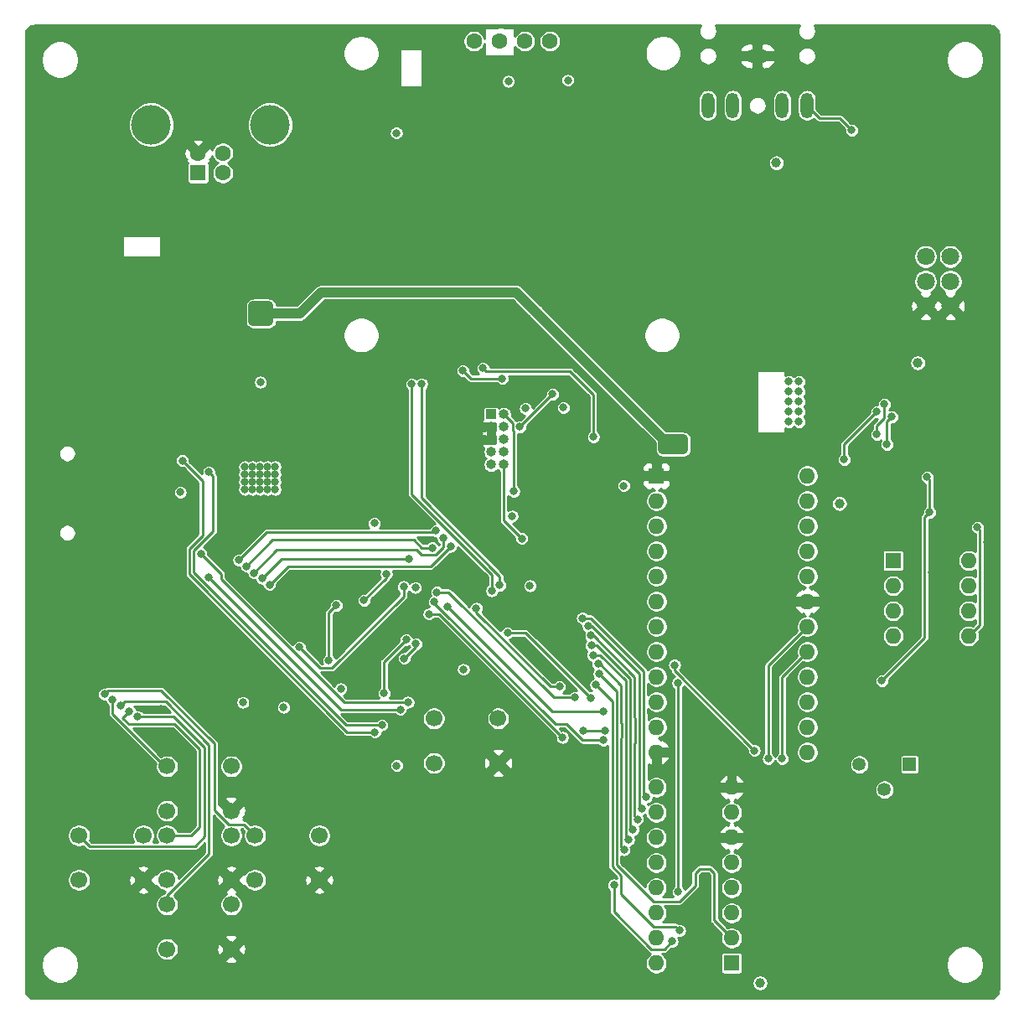
<source format=gbr>
G04 #@! TF.GenerationSoftware,KiCad,Pcbnew,(5.1.8)-1*
G04 #@! TF.CreationDate,2021-01-17T23:38:35-08:00*
G04 #@! TF.ProjectId,MegaBlaster2,4d656761-426c-4617-9374-6572322e6b69,rev?*
G04 #@! TF.SameCoordinates,Original*
G04 #@! TF.FileFunction,Copper,L4,Bot*
G04 #@! TF.FilePolarity,Positive*
%FSLAX46Y46*%
G04 Gerber Fmt 4.6, Leading zero omitted, Abs format (unit mm)*
G04 Created by KiCad (PCBNEW (5.1.8)-1) date 2021-01-17 23:38:35*
%MOMM*%
%LPD*%
G01*
G04 APERTURE LIST*
G04 #@! TA.AperFunction,ComponentPad*
%ADD10C,1.600000*%
G04 #@! TD*
G04 #@! TA.AperFunction,ComponentPad*
%ADD11R,1.346200X1.346200*%
G04 #@! TD*
G04 #@! TA.AperFunction,ComponentPad*
%ADD12C,1.346200*%
G04 #@! TD*
G04 #@! TA.AperFunction,ComponentPad*
%ADD13R,1.600000X1.600000*%
G04 #@! TD*
G04 #@! TA.AperFunction,ComponentPad*
%ADD14C,4.000000*%
G04 #@! TD*
G04 #@! TA.AperFunction,ComponentPad*
%ADD15R,1.000000X1.000000*%
G04 #@! TD*
G04 #@! TA.AperFunction,ComponentPad*
%ADD16O,1.000000X1.000000*%
G04 #@! TD*
G04 #@! TA.AperFunction,ComponentPad*
%ADD17O,1.300000X2.600000*%
G04 #@! TD*
G04 #@! TA.AperFunction,ComponentPad*
%ADD18O,2.600000X1.300000*%
G04 #@! TD*
G04 #@! TA.AperFunction,ComponentPad*
%ADD19C,1.800000*%
G04 #@! TD*
G04 #@! TA.AperFunction,ComponentPad*
%ADD20C,1.700000*%
G04 #@! TD*
G04 #@! TA.AperFunction,ComponentPad*
%ADD21O,1.600000X1.600000*%
G04 #@! TD*
G04 #@! TA.AperFunction,ViaPad*
%ADD22C,0.800000*%
G04 #@! TD*
G04 #@! TA.AperFunction,ViaPad*
%ADD23C,1.000000*%
G04 #@! TD*
G04 #@! TA.AperFunction,Conductor*
%ADD24C,0.250000*%
G04 #@! TD*
G04 #@! TA.AperFunction,Conductor*
%ADD25C,1.000000*%
G04 #@! TD*
G04 #@! TA.AperFunction,Conductor*
%ADD26C,0.254000*%
G04 #@! TD*
G04 #@! TA.AperFunction,Conductor*
%ADD27C,0.100000*%
G04 #@! TD*
G04 APERTURE END LIST*
D10*
X129460000Y-43845000D03*
X132050000Y-43845000D03*
X134590000Y-43845000D03*
X137130000Y-43845000D03*
D11*
X173482000Y-116916200D03*
D12*
X170942000Y-119456200D03*
X168402000Y-116916200D03*
D13*
X101600000Y-57150000D03*
D10*
X104100000Y-57150000D03*
X104100000Y-55150000D03*
X101600000Y-55150000D03*
D14*
X108850000Y-52290000D03*
X96850000Y-52290000D03*
D15*
X131200000Y-81550000D03*
D16*
X132470000Y-81550000D03*
X131200000Y-82820000D03*
X132470000Y-82820000D03*
X131200000Y-84090000D03*
X132470000Y-84090000D03*
X131200000Y-85360000D03*
X132470000Y-85360000D03*
X131200000Y-86630000D03*
X132470000Y-86630000D03*
D17*
X153110000Y-50330000D03*
X163110000Y-50330000D03*
X160610000Y-50330000D03*
X155610000Y-50330000D03*
D18*
X158110000Y-45330000D03*
D19*
X177595001Y-65612000D03*
X177595001Y-68112000D03*
X177595001Y-70612000D03*
X175095001Y-65612000D03*
X175095001Y-68112000D03*
X175095001Y-70612000D03*
D20*
X125410000Y-112280000D03*
X131910000Y-112280000D03*
X125410000Y-116780000D03*
X131910000Y-116780000D03*
X96055000Y-128595000D03*
X89555000Y-128595000D03*
X96055000Y-124095000D03*
X89555000Y-124095000D03*
X98445000Y-131080000D03*
X104945000Y-131080000D03*
X98445000Y-135580000D03*
X104945000Y-135580000D03*
X113835000Y-128595000D03*
X107335000Y-128595000D03*
X113835000Y-124095000D03*
X107335000Y-124095000D03*
X98445000Y-117110000D03*
X104945000Y-117110000D03*
X98445000Y-121610000D03*
X104945000Y-121610000D03*
X104950000Y-128590000D03*
X98450000Y-128590000D03*
X104950000Y-124090000D03*
X98450000Y-124090000D03*
D13*
X171825000Y-96325000D03*
D21*
X179445000Y-103945000D03*
X171825000Y-98865000D03*
X179445000Y-101405000D03*
X171825000Y-101405000D03*
X179445000Y-98865000D03*
X171825000Y-103945000D03*
X179445000Y-96325000D03*
D13*
X147900000Y-87750000D03*
D21*
X163140000Y-115690000D03*
X147900000Y-90290000D03*
X163140000Y-113150000D03*
X147900000Y-92830000D03*
X163140000Y-110610000D03*
X147900000Y-95370000D03*
X163140000Y-108070000D03*
X147900000Y-97910000D03*
X163140000Y-105530000D03*
X147900000Y-100450000D03*
X163140000Y-102990000D03*
X147900000Y-102990000D03*
X163140000Y-100450000D03*
X147900000Y-105530000D03*
X163140000Y-97910000D03*
X147900000Y-108070000D03*
X163140000Y-95370000D03*
X147900000Y-110610000D03*
X163140000Y-92830000D03*
X147900000Y-113150000D03*
X163140000Y-90290000D03*
X147900000Y-115690000D03*
X163140000Y-87750000D03*
D13*
X155500000Y-137000000D03*
D21*
X147880000Y-119220000D03*
X155500000Y-134460000D03*
X147880000Y-121760000D03*
X155500000Y-131920000D03*
X147880000Y-124300000D03*
X155500000Y-129380000D03*
X147880000Y-126840000D03*
X155500000Y-126840000D03*
X147880000Y-129380000D03*
X155500000Y-124300000D03*
X147880000Y-131920000D03*
X155500000Y-121760000D03*
X147880000Y-134460000D03*
X155500000Y-119220000D03*
X147880000Y-137000000D03*
D22*
X103200000Y-68050000D03*
X102300000Y-68050000D03*
X99500000Y-64850000D03*
X98650000Y-64850000D03*
X124530000Y-94320000D03*
X155620000Y-83920000D03*
D23*
X171870000Y-78890000D03*
X177720000Y-72590000D03*
X175300000Y-63410000D03*
D22*
X127730000Y-105390000D03*
X121160000Y-104800000D03*
X115930000Y-104250000D03*
X128570000Y-96370000D03*
X125310000Y-97650000D03*
X133868224Y-100821273D03*
X129370000Y-68110000D03*
X181340000Y-94490000D03*
X177540000Y-103220000D03*
X122780000Y-108170000D03*
X136770000Y-107170000D03*
X152050000Y-110970000D03*
X131390000Y-88530000D03*
X123400000Y-100030000D03*
X104630000Y-59200000D03*
X105420000Y-58890000D03*
X105280000Y-59680000D03*
X158220000Y-62020000D03*
X163510000Y-63300000D03*
X158830000Y-59150000D03*
X162490000Y-63700000D03*
X164140000Y-63970000D03*
X164390000Y-62980000D03*
X163180000Y-62530000D03*
X166550000Y-60680000D03*
X90424000Y-75946000D03*
X91186000Y-75946000D03*
X91948000Y-75946000D03*
X92710000Y-75946000D03*
X92710000Y-76708000D03*
X91948000Y-76708000D03*
X91186000Y-76708000D03*
X90424000Y-76708000D03*
X117602000Y-56642000D03*
X90932000Y-44196000D03*
X90170000Y-46990000D03*
X86868000Y-48768000D03*
X176022000Y-43942000D03*
X176784000Y-47498000D03*
X180086000Y-49022000D03*
X180340000Y-133096000D03*
X176276000Y-134874000D03*
X175006000Y-139192000D03*
X85852000Y-133604000D03*
X90170000Y-134874000D03*
X91694000Y-139192000D03*
X123444000Y-125984000D03*
X134366000Y-121920000D03*
X130302000Y-134620000D03*
X112268000Y-137668000D03*
X138938000Y-134874000D03*
X133350000Y-128270000D03*
X90932000Y-118110000D03*
X102616000Y-111506000D03*
X87884000Y-105410000D03*
X93980000Y-102362000D03*
X105410000Y-91948000D03*
X113538000Y-84328000D03*
X113792000Y-75946000D03*
X121158000Y-76200000D03*
X123698000Y-68072000D03*
X120650000Y-61214000D03*
X141986000Y-60198000D03*
X138938000Y-67310000D03*
X144272000Y-53340000D03*
X141986000Y-46228000D03*
X148082000Y-58166000D03*
X150622000Y-65786000D03*
X149606000Y-49022000D03*
X160020000Y-42926000D03*
X155956000Y-43180000D03*
X166370000Y-43942000D03*
X166116000Y-56642000D03*
X172466000Y-57150000D03*
X170688000Y-66548000D03*
X164592000Y-69596000D03*
X171958000Y-71628000D03*
X162052000Y-66802000D03*
X168402000Y-78232000D03*
X178562000Y-79248000D03*
X180848000Y-69342000D03*
X180594000Y-62230000D03*
X177800000Y-56388000D03*
X174244000Y-50292000D03*
X166370000Y-50038000D03*
X155956000Y-53340000D03*
X135636000Y-58928000D03*
X129032000Y-50546000D03*
X116332000Y-48768000D03*
X109474000Y-46482000D03*
X104648000Y-49276000D03*
X97028000Y-44196000D03*
X90424000Y-53340000D03*
X96774000Y-55626000D03*
X87376000Y-57150000D03*
X86868000Y-74168000D03*
X93472000Y-72898000D03*
X95758000Y-77216000D03*
X85852000Y-80264000D03*
X164846000Y-130810000D03*
X172466000Y-126746000D03*
X169926000Y-133350000D03*
X169164000Y-122936000D03*
X176784000Y-122428000D03*
X154178000Y-103378000D03*
X155194000Y-96774000D03*
X152908000Y-91440000D03*
X157480000Y-89662000D03*
X151384000Y-121666000D03*
X151892000Y-126238000D03*
X151384000Y-137414000D03*
X164338000Y-137922000D03*
X166370000Y-102870000D03*
X166370000Y-109728000D03*
X157734000Y-108966000D03*
X172974000Y-93218000D03*
X175768000Y-97536000D03*
X178816000Y-86360000D03*
X104140000Y-125984000D03*
X95250000Y-126238000D03*
X113538000Y-126238000D03*
X140970000Y-91186000D03*
X138430000Y-87884000D03*
X102300000Y-65950000D03*
X164592000Y-83693000D03*
X153416000Y-75565000D03*
X88138000Y-64198500D03*
X135064500Y-97218500D03*
X151320500Y-114554000D03*
X161988500Y-125920500D03*
X161226500Y-119443500D03*
X144970500Y-104648000D03*
X144462500Y-102679500D03*
X97800000Y-111280000D03*
X106235500Y-56197500D03*
X138950000Y-47800000D03*
X132950000Y-47900000D03*
X106309000Y-86846000D03*
X107071000Y-86846000D03*
X107833000Y-86846000D03*
X108595000Y-86846000D03*
X109357000Y-86846000D03*
X109357000Y-87608000D03*
X108595000Y-87608000D03*
X107833000Y-87608000D03*
X107071000Y-87608000D03*
X106309000Y-87608000D03*
X106309000Y-88370000D03*
X107071000Y-88370000D03*
X107833000Y-88370000D03*
X108595000Y-88370000D03*
X109357000Y-88370000D03*
X109357000Y-89132000D03*
X108595000Y-89132000D03*
X107833000Y-89132000D03*
X107071000Y-89132000D03*
X106309000Y-89132000D03*
X107900000Y-78300000D03*
X99800000Y-89425000D03*
X133312500Y-91837500D03*
X128400000Y-107325000D03*
X106125000Y-110650000D03*
X116021579Y-109276421D03*
X110240000Y-111150000D03*
X121630000Y-53120000D03*
X121670000Y-117050000D03*
X123560000Y-99050000D03*
X138500000Y-80860000D03*
X134670000Y-80950000D03*
X144600000Y-88760000D03*
X119390000Y-92560000D03*
X135128000Y-98869500D03*
D23*
X150622000Y-85090000D03*
X150622000Y-84074000D03*
X149606000Y-84074000D03*
X148590000Y-84074000D03*
X148590000Y-85090000D03*
D22*
X108712000Y-72136000D03*
X107950000Y-72136000D03*
X107188000Y-72136000D03*
X107950000Y-71374000D03*
X107188000Y-71374000D03*
X108712000Y-71374000D03*
X108712000Y-70612000D03*
X107950000Y-70612000D03*
X107188000Y-70612000D03*
D23*
X149606000Y-85090000D03*
D22*
X162306000Y-82296000D03*
X161290000Y-82296000D03*
X161290000Y-81280000D03*
X162306000Y-81280000D03*
X162306000Y-80264000D03*
X161290000Y-80264000D03*
X162306000Y-79248000D03*
X161290000Y-79248000D03*
X162306000Y-78232000D03*
X161290000Y-78232000D03*
D23*
X158375000Y-139000000D03*
X160020000Y-56134000D03*
X166400000Y-90560000D03*
X174300000Y-76340000D03*
D22*
X170180000Y-81280000D03*
X166878000Y-86106000D03*
X170180000Y-83566000D03*
X170942000Y-80518000D03*
X171704000Y-81788000D03*
X171196000Y-84582000D03*
X175514000Y-91440000D03*
X170688000Y-108458000D03*
X175260000Y-87884000D03*
X167640000Y-52832000D03*
X141536015Y-83820000D03*
X130374999Y-76889001D03*
X128352342Y-77133658D03*
X132334000Y-77941010D03*
X131266453Y-99387520D03*
X123185059Y-78486060D03*
X132080000Y-98806000D03*
X124184995Y-78473776D03*
X133494634Y-89322012D03*
X137414000Y-79502000D03*
X134112000Y-82804000D03*
X134300000Y-94100000D03*
X119454335Y-113665010D03*
X100000000Y-86220000D03*
X120170000Y-112940000D03*
X102670000Y-87380000D03*
X122425650Y-106214952D03*
X123615691Y-104747932D03*
X120396000Y-109728000D03*
X122027775Y-111365010D03*
X102697340Y-98007340D03*
X122614220Y-104329455D03*
X122810000Y-110640000D03*
X101880000Y-95640000D03*
X180340000Y-92964000D03*
X127110000Y-94900000D03*
X108820000Y-98760000D03*
X95490000Y-112090000D03*
X126370000Y-94050000D03*
X107222326Y-97564281D03*
X93810000Y-110976607D03*
X125645468Y-93317145D03*
X105696985Y-96271571D03*
X92138556Y-109830000D03*
X106475248Y-96899527D03*
X125242036Y-95022160D03*
X92964775Y-110410000D03*
X122880000Y-96170000D03*
X108061116Y-98108757D03*
X94640000Y-111529873D03*
X118364000Y-100330000D03*
X120606818Y-97671303D03*
X111830579Y-105085421D03*
X122366987Y-98957930D03*
X139650000Y-110150000D03*
X125729107Y-99507218D03*
X142543987Y-114478561D03*
X125455816Y-100485816D03*
X160600000Y-116345010D03*
X138400000Y-114200000D03*
X142750000Y-113500000D03*
X140500000Y-113500000D03*
X124921836Y-101731416D03*
X159200000Y-116345010D03*
X126807722Y-100945992D03*
X142500000Y-111550000D03*
X140428528Y-102129570D03*
X146875065Y-120200000D03*
X146425054Y-121350000D03*
X141013649Y-102940531D03*
X145975043Y-122450000D03*
X141279262Y-103904623D03*
X145525032Y-123500000D03*
X141318497Y-104903865D03*
X141250000Y-110200000D03*
X132847113Y-103644964D03*
X145075021Y-124550000D03*
X141498066Y-105887623D03*
X144625010Y-125550000D03*
X142004357Y-106750000D03*
X142099998Y-107750002D03*
X150250000Y-133700000D03*
X141780001Y-108869999D03*
X115570000Y-100838000D03*
X114808000Y-106426000D03*
X150100000Y-129800000D03*
X150057337Y-108692663D03*
X149500000Y-134800000D03*
X143600000Y-129100000D03*
X138100000Y-109050000D03*
X129700000Y-101150000D03*
X149733000Y-106870500D03*
X157797500Y-115506500D03*
D24*
X133050000Y-47800000D02*
X132950000Y-47900000D01*
X131200000Y-81550000D02*
X131200000Y-81350000D01*
D25*
X107188000Y-70612000D02*
X108712000Y-70612000D01*
X107188000Y-71374000D02*
X108712000Y-71374000D01*
X107188000Y-72136000D02*
X108712000Y-72136000D01*
X108712000Y-70612000D02*
X108712000Y-72136000D01*
X107950000Y-70612000D02*
X107950000Y-72136000D01*
X107188000Y-70612000D02*
X107188000Y-72136000D01*
X148590000Y-84074000D02*
X150622000Y-84074000D01*
X150622000Y-85090000D02*
X148590000Y-85090000D01*
X148590000Y-84074000D02*
X148590000Y-85090000D01*
X149606000Y-84074000D02*
X149606000Y-85090000D01*
X150622000Y-84074000D02*
X150622000Y-85090000D01*
X108204000Y-71120000D02*
X107950000Y-71374000D01*
X148590000Y-84074000D02*
X135636000Y-71120000D01*
X135636000Y-71120000D02*
X135636000Y-71096000D01*
X133750001Y-69210001D02*
X114049999Y-69210001D01*
X135636000Y-71096000D02*
X133750001Y-69210001D01*
X111886000Y-71374000D02*
X107950000Y-71374000D01*
X114049999Y-69210001D02*
X111886000Y-71374000D01*
D24*
X166878000Y-84582000D02*
X166878000Y-86106000D01*
X170180000Y-81280000D02*
X166878000Y-84582000D01*
X170180000Y-83566000D02*
X170180000Y-82675589D01*
X170180000Y-82675589D02*
X170942000Y-81913589D01*
X170942000Y-81913589D02*
X170942000Y-80518000D01*
X171196000Y-82296000D02*
X171196000Y-84582000D01*
X171704000Y-81788000D02*
X171196000Y-82296000D01*
X170688000Y-108458000D02*
X175006000Y-104140000D01*
X175006000Y-91948000D02*
X175514000Y-91440000D01*
X175006000Y-104140000D02*
X175006000Y-91948000D01*
X175514000Y-88138000D02*
X175260000Y-87884000D01*
X175514000Y-91440000D02*
X175514000Y-88138000D01*
X167640000Y-52832000D02*
X166433000Y-51625000D01*
X164405000Y-51625000D02*
X163110000Y-50330000D01*
X166433000Y-51625000D02*
X164405000Y-51625000D01*
X141536015Y-83820000D02*
X141536015Y-79560015D01*
X141536015Y-79560015D02*
X139192000Y-77216000D01*
X130701998Y-77216000D02*
X130374999Y-76889001D01*
X139192000Y-77216000D02*
X130701998Y-77216000D01*
X129159694Y-77941010D02*
X132334000Y-77941010D01*
X128352342Y-77133658D02*
X129159694Y-77941010D01*
X123185059Y-89657059D02*
X123185059Y-78486060D01*
X131266453Y-97738453D02*
X123185059Y-89657059D01*
X131266453Y-99387520D02*
X131266453Y-97738453D01*
X124184995Y-90020585D02*
X124184995Y-78473776D01*
X132080000Y-98806000D02*
X132080000Y-97915590D01*
X132080000Y-97915590D02*
X124184995Y-90020585D01*
X133494634Y-83259638D02*
X133386998Y-83152002D01*
X133494634Y-89322012D02*
X133494634Y-83259638D01*
X133386998Y-83152002D02*
X133386998Y-82466998D01*
X133386998Y-82466998D02*
X132470000Y-81550000D01*
X137414000Y-79502000D02*
X134112000Y-82804000D01*
X132470000Y-92270000D02*
X134300000Y-94100000D01*
X132470000Y-86630000D02*
X132470000Y-92270000D01*
X100704987Y-97724402D02*
X100704987Y-95105598D01*
X100399999Y-86619999D02*
X100000000Y-86220000D01*
X100704987Y-95105598D02*
X102044987Y-93765598D01*
X102044987Y-88264987D02*
X100399999Y-86619999D01*
X102044987Y-93765598D02*
X102044987Y-88264987D01*
X119454335Y-113665010D02*
X116645595Y-113665010D01*
X116645595Y-113665010D02*
X100704987Y-97724402D01*
X120170000Y-112940000D02*
X116556996Y-112940000D01*
X101154998Y-95291998D02*
X103119991Y-93327005D01*
X101154998Y-97538002D02*
X101154998Y-95291998D01*
X103069999Y-87779999D02*
X102670000Y-87380000D01*
X103119991Y-87829991D02*
X103069999Y-87779999D01*
X116556996Y-112940000D02*
X101154998Y-97538002D01*
X103119991Y-93327005D02*
X103119991Y-87829991D01*
X122425650Y-106214952D02*
X123615691Y-105024911D01*
X123615691Y-105024911D02*
X123615691Y-104747932D01*
X122027775Y-111365010D02*
X116055010Y-111365010D01*
X116055010Y-111365010D02*
X102697340Y-98007340D01*
X120396000Y-106547675D02*
X122614220Y-104329455D01*
X120396000Y-109728000D02*
X120396000Y-106547675D01*
X116359839Y-110640000D02*
X103940000Y-98220161D01*
X122810000Y-110640000D02*
X116359839Y-110640000D01*
X103940000Y-97700000D02*
X101880000Y-95640000D01*
X103940000Y-98220161D02*
X103940000Y-97700000D01*
X180570001Y-93194001D02*
X180340000Y-92964000D01*
X180570001Y-102819999D02*
X180570001Y-93194001D01*
X179445000Y-103945000D02*
X180570001Y-102819999D01*
X110684999Y-96895001D02*
X108820000Y-98760000D01*
X125114999Y-96895001D02*
X110684999Y-96895001D01*
X127110000Y-94900000D02*
X125114999Y-96895001D01*
X90660001Y-125200001D02*
X101279999Y-125200001D01*
X89555000Y-124095000D02*
X90660001Y-125200001D01*
X101279999Y-125200001D02*
X102270000Y-124210000D01*
X102270000Y-124210000D02*
X102270000Y-115250000D01*
X99110000Y-112090000D02*
X95490000Y-112090000D01*
X102270000Y-115250000D02*
X99110000Y-112090000D01*
X124183008Y-95747161D02*
X123660936Y-95225089D01*
X125590037Y-95747161D02*
X124183008Y-95747161D01*
X123660936Y-95225089D02*
X109561518Y-95225089D01*
X126370000Y-94050000D02*
X126370000Y-94967198D01*
X126370000Y-94967198D02*
X125590037Y-95747161D01*
X109561518Y-95225089D02*
X107222326Y-97564281D01*
X98445000Y-130230402D02*
X102690000Y-125985402D01*
X98445000Y-131080000D02*
X98445000Y-130230402D01*
X102690000Y-125985402D02*
X102690000Y-114920000D01*
X102690000Y-114920000D02*
X98340000Y-110570000D01*
X94216607Y-110570000D02*
X93810000Y-110976607D01*
X98340000Y-110570000D02*
X94216607Y-110570000D01*
X125474596Y-93488017D02*
X125645468Y-93317145D01*
X108480539Y-93488017D02*
X125474596Y-93488017D01*
X105696985Y-96271571D02*
X108480539Y-93488017D01*
X104684597Y-122984999D02*
X103230000Y-121530402D01*
X106224999Y-122984999D02*
X104684597Y-122984999D01*
X107335000Y-124095000D02*
X106224999Y-122984999D01*
X103230000Y-121530402D02*
X103230000Y-114800000D01*
X103230000Y-114800000D02*
X97870000Y-109440000D01*
X92528556Y-109440000D02*
X92138556Y-109830000D01*
X97870000Y-109440000D02*
X92528556Y-109440000D01*
X106475248Y-96899527D02*
X109131270Y-94243505D01*
X124181999Y-95045001D02*
X125219195Y-95045001D01*
X109131270Y-94243505D02*
X123380503Y-94243505D01*
X125219195Y-95045001D02*
X125242036Y-95022160D01*
X123380503Y-94243505D02*
X124181999Y-95045001D01*
X98445000Y-117110000D02*
X98210000Y-117110000D01*
X92964775Y-111864775D02*
X92964775Y-110410000D01*
X98210000Y-117110000D02*
X92964775Y-111864775D01*
X122880000Y-96170000D02*
X109999873Y-96170000D01*
X109999873Y-96170000D02*
X108061116Y-98108757D01*
X98450000Y-124090000D02*
X100920000Y-124090000D01*
X100920000Y-124090000D02*
X101730000Y-123280000D01*
X101730000Y-123280000D02*
X101730000Y-115340000D01*
X101730000Y-115340000D02*
X99220000Y-112830000D01*
X99220000Y-112830000D02*
X94580000Y-112830000D01*
X94640000Y-111529873D02*
X93960000Y-112209873D01*
X93960000Y-112210000D02*
X94580000Y-112830000D01*
X93960000Y-112209873D02*
X93960000Y-112210000D01*
X118364000Y-100330000D02*
X120606818Y-98087182D01*
X120606818Y-98087182D02*
X120606818Y-97671303D01*
X122366987Y-99940017D02*
X122366987Y-98957930D01*
X113905497Y-107160339D02*
X115146665Y-107160339D01*
X115146665Y-107160339D02*
X122366987Y-99940017D01*
X111830579Y-105085421D02*
X113905497Y-107160339D01*
X137551678Y-110150000D02*
X126908896Y-99507218D01*
X126908896Y-99507218D02*
X125729107Y-99507218D01*
X139650000Y-110150000D02*
X137551678Y-110150000D01*
X125455816Y-100619406D02*
X125455816Y-100485816D01*
X138776996Y-112850000D02*
X137686410Y-112850000D01*
X137686410Y-112850000D02*
X125455816Y-100619406D01*
X140405557Y-114478561D02*
X138776996Y-112850000D01*
X142543987Y-114478561D02*
X140405557Y-114478561D01*
X160600000Y-108070000D02*
X160600000Y-116345010D01*
X163140000Y-105530000D02*
X160600000Y-108070000D01*
X142750000Y-113500000D02*
X140500000Y-113500000D01*
X138400000Y-114200000D02*
X125931416Y-101731416D01*
X125931416Y-101731416D02*
X124921836Y-101731416D01*
X163140000Y-102990000D02*
X159200000Y-106930000D01*
X159200000Y-106930000D02*
X159200000Y-116345010D01*
X137411730Y-111550000D02*
X126807722Y-100945992D01*
X142500000Y-111550000D02*
X137411730Y-111550000D01*
X146600066Y-111822187D02*
X146600066Y-107476438D01*
X146625078Y-111847199D02*
X146600066Y-111822187D01*
X141253198Y-102129570D02*
X140428528Y-102129570D01*
X146875065Y-120200000D02*
X146625078Y-119950013D01*
X146600066Y-107476438D02*
X141253198Y-102129570D01*
X146625078Y-119950013D02*
X146625078Y-111847199D01*
X146425054Y-121350000D02*
X146150056Y-121075002D01*
X146150056Y-121075002D02*
X146150056Y-114991412D01*
X146175067Y-114966401D02*
X146175067Y-112033599D01*
X146150055Y-112008587D02*
X146150055Y-107733898D01*
X141356688Y-102940531D02*
X141013649Y-102940531D01*
X146150056Y-114991412D02*
X146175067Y-114966401D01*
X146150055Y-107733898D02*
X141356688Y-102940531D01*
X146175067Y-112033599D02*
X146150055Y-112008587D01*
X141503332Y-103904623D02*
X141279262Y-103904623D01*
X145700045Y-114805012D02*
X145725056Y-114780001D01*
X145700045Y-122175002D02*
X145700045Y-114805012D01*
X145975043Y-122450000D02*
X145700045Y-122175002D01*
X145725056Y-112219999D02*
X145700044Y-112194987D01*
X145700044Y-112194987D02*
X145700044Y-108101335D01*
X145700044Y-108101335D02*
X141503332Y-103904623D01*
X145725056Y-114780001D02*
X145725056Y-112219999D01*
X145250033Y-112381387D02*
X145250033Y-108287735D01*
X145275045Y-112406399D02*
X145250033Y-112381387D01*
X145250034Y-123225002D02*
X145250034Y-114618612D01*
X145250034Y-114618612D02*
X145275045Y-114593601D01*
X145250033Y-108287735D02*
X141866163Y-104903865D01*
X141866163Y-104903865D02*
X141318497Y-104903865D01*
X145525032Y-123500000D02*
X145250034Y-123225002D01*
X145275045Y-114593601D02*
X145275045Y-112406399D01*
X134694964Y-103644964D02*
X132847113Y-103644964D01*
X141250000Y-110200000D02*
X134694964Y-103644964D01*
X144800022Y-112567787D02*
X144800022Y-108474135D01*
X144800022Y-108474135D02*
X142213510Y-105887623D01*
X144825034Y-112592799D02*
X144800022Y-112567787D01*
X142213510Y-105887623D02*
X141498066Y-105887623D01*
X145075021Y-124550000D02*
X144800023Y-124275002D01*
X144825034Y-114407201D02*
X144825034Y-112592799D01*
X144800023Y-114432212D02*
X144825034Y-114407201D01*
X144800023Y-124275002D02*
X144800023Y-114432212D01*
X144375023Y-112779199D02*
X144350011Y-112754187D01*
X144375023Y-114220801D02*
X144375023Y-112779199D01*
X144350012Y-125275002D02*
X144350012Y-114245812D01*
X144350012Y-114245812D02*
X144375023Y-114220801D01*
X144625010Y-125550000D02*
X144350012Y-125275002D01*
X142173000Y-106750000D02*
X142004357Y-106750000D01*
X144350011Y-108927011D02*
X142173000Y-106750000D01*
X144350011Y-112754187D02*
X144350011Y-108927011D01*
X153733002Y-127873998D02*
X153304002Y-127444998D01*
X151828989Y-129144007D02*
X150225998Y-130746998D01*
X143900001Y-114059412D02*
X143925012Y-114034401D01*
X153304002Y-127444998D02*
X152312261Y-127444998D01*
X155500000Y-134460000D02*
X153733002Y-132693002D01*
X143925012Y-112965599D02*
X143900001Y-112940588D01*
X143900000Y-109550004D02*
X142099998Y-107750002D01*
X143900001Y-112940588D02*
X143900000Y-109550004D01*
X151828989Y-127928270D02*
X151828989Y-129144007D01*
X143900001Y-127065003D02*
X143900001Y-114059412D01*
X143925012Y-114034401D02*
X143925012Y-112965599D01*
X147581996Y-130746998D02*
X143900001Y-127065003D01*
X153733002Y-132693002D02*
X153733002Y-127873998D01*
X150225998Y-130746998D02*
X147581996Y-130746998D01*
X152312261Y-127444998D02*
X151828989Y-127928270D01*
X144325002Y-130030004D02*
X144325002Y-128126414D01*
X149850001Y-133300001D02*
X147594999Y-133300001D01*
X143449990Y-110544989D02*
X141775000Y-108869999D01*
X147594999Y-133300001D02*
X144325002Y-130030004D01*
X150250000Y-133700000D02*
X149850001Y-133300001D01*
X143449990Y-113873012D02*
X143475001Y-113848001D01*
X143449990Y-113126988D02*
X143449990Y-110544989D01*
X143475001Y-113151999D02*
X143449990Y-113126988D01*
X143475001Y-113848001D02*
X143475001Y-113151999D01*
X143449990Y-127251402D02*
X143449990Y-113873012D01*
X144325002Y-128126414D02*
X143449990Y-127251402D01*
X114808000Y-101600000D02*
X114808000Y-106426000D01*
X115570000Y-100838000D02*
X114808000Y-101600000D01*
X150100000Y-108735326D02*
X150057337Y-108692663D01*
X150100000Y-129800000D02*
X150100000Y-108735326D01*
X143600000Y-131845002D02*
X143600000Y-129100000D01*
X147339999Y-135585001D02*
X143600000Y-131845002D01*
X149500000Y-134800000D02*
X148714999Y-135585001D01*
X148714999Y-135585001D02*
X147339999Y-135585001D01*
X129700000Y-101570853D02*
X129700000Y-101150000D01*
X137179147Y-109050000D02*
X129700000Y-101570853D01*
X138100000Y-109050000D02*
X137179147Y-109050000D01*
X149733000Y-106870500D02*
X149733000Y-107442000D01*
X149733000Y-107442000D02*
X157797500Y-115506500D01*
D26*
X152288504Y-42390901D02*
X152218624Y-42559604D01*
X152183000Y-42738699D01*
X152183000Y-42921301D01*
X152218624Y-43100396D01*
X152288504Y-43269099D01*
X152389952Y-43420928D01*
X152519072Y-43550048D01*
X152670901Y-43651496D01*
X152839604Y-43721376D01*
X153018699Y-43757000D01*
X153201301Y-43757000D01*
X153380396Y-43721376D01*
X153549099Y-43651496D01*
X153700928Y-43550048D01*
X153830048Y-43420928D01*
X153931496Y-43269099D01*
X154001376Y-43100396D01*
X154037000Y-42921301D01*
X154037000Y-42738699D01*
X154001376Y-42559604D01*
X153931496Y-42390901D01*
X153845368Y-42262000D01*
X162374632Y-42262000D01*
X162288504Y-42390901D01*
X162218624Y-42559604D01*
X162183000Y-42738699D01*
X162183000Y-42921301D01*
X162218624Y-43100396D01*
X162288504Y-43269099D01*
X162389952Y-43420928D01*
X162519072Y-43550048D01*
X162670901Y-43651496D01*
X162839604Y-43721376D01*
X163018699Y-43757000D01*
X163201301Y-43757000D01*
X163380396Y-43721376D01*
X163549099Y-43651496D01*
X163700928Y-43550048D01*
X163830048Y-43420928D01*
X163931496Y-43269099D01*
X164001376Y-43100396D01*
X164037000Y-42921301D01*
X164037000Y-42738699D01*
X164001376Y-42559604D01*
X163931496Y-42390901D01*
X163845368Y-42262000D01*
X181532785Y-42262000D01*
X181727980Y-42281139D01*
X181899178Y-42332827D01*
X182057083Y-42416787D01*
X182195665Y-42529812D01*
X182309656Y-42667604D01*
X182394714Y-42824915D01*
X182447597Y-42995750D01*
X182468000Y-43189879D01*
X182468001Y-139622775D01*
X182448861Y-139817980D01*
X182397173Y-139989178D01*
X182313216Y-140147079D01*
X182200190Y-140285663D01*
X182062393Y-140399659D01*
X181905086Y-140484714D01*
X181734250Y-140537597D01*
X181540122Y-140558000D01*
X85107215Y-140558000D01*
X84912020Y-140538861D01*
X84740822Y-140487173D01*
X84582921Y-140403216D01*
X84444337Y-140290190D01*
X84330341Y-140152393D01*
X84245286Y-139995086D01*
X84192403Y-139824250D01*
X84172000Y-139630122D01*
X84172000Y-136970207D01*
X85703000Y-136970207D01*
X85703000Y-137349793D01*
X85777053Y-137722085D01*
X85922315Y-138072777D01*
X86133201Y-138388391D01*
X86401609Y-138656799D01*
X86717223Y-138867685D01*
X87067915Y-139012947D01*
X87440207Y-139087000D01*
X87819793Y-139087000D01*
X88192085Y-139012947D01*
X88419983Y-138918548D01*
X157548000Y-138918548D01*
X157548000Y-139081452D01*
X157579782Y-139241227D01*
X157642123Y-139391731D01*
X157732628Y-139527181D01*
X157847819Y-139642372D01*
X157983269Y-139732877D01*
X158133773Y-139795218D01*
X158293548Y-139827000D01*
X158456452Y-139827000D01*
X158616227Y-139795218D01*
X158766731Y-139732877D01*
X158902181Y-139642372D01*
X159017372Y-139527181D01*
X159107877Y-139391731D01*
X159170218Y-139241227D01*
X159202000Y-139081452D01*
X159202000Y-138918548D01*
X159170218Y-138758773D01*
X159107877Y-138608269D01*
X159017372Y-138472819D01*
X158902181Y-138357628D01*
X158766731Y-138267123D01*
X158616227Y-138204782D01*
X158456452Y-138173000D01*
X158293548Y-138173000D01*
X158133773Y-138204782D01*
X157983269Y-138267123D01*
X157847819Y-138357628D01*
X157732628Y-138472819D01*
X157642123Y-138608269D01*
X157579782Y-138758773D01*
X157548000Y-138918548D01*
X88419983Y-138918548D01*
X88542777Y-138867685D01*
X88858391Y-138656799D01*
X89126799Y-138388391D01*
X89337685Y-138072777D01*
X89482947Y-137722085D01*
X89557000Y-137349793D01*
X89557000Y-136970207D01*
X89482947Y-136597915D01*
X89337685Y-136247223D01*
X89126799Y-135931609D01*
X88858391Y-135663201D01*
X88560379Y-135464076D01*
X97268000Y-135464076D01*
X97268000Y-135695924D01*
X97313231Y-135923318D01*
X97401956Y-136137519D01*
X97530764Y-136330294D01*
X97694706Y-136494236D01*
X97887481Y-136623044D01*
X98101682Y-136711769D01*
X98329076Y-136757000D01*
X98560924Y-136757000D01*
X98601188Y-136748991D01*
X104303511Y-136748991D01*
X104397523Y-136968123D01*
X104678851Y-137048258D01*
X104970408Y-137071969D01*
X105260989Y-137038344D01*
X105492477Y-136968123D01*
X105586489Y-136748991D01*
X104945000Y-136107502D01*
X104303511Y-136748991D01*
X98601188Y-136748991D01*
X98788318Y-136711769D01*
X99002519Y-136623044D01*
X99195294Y-136494236D01*
X99359236Y-136330294D01*
X99488044Y-136137519D01*
X99576769Y-135923318D01*
X99622000Y-135695924D01*
X99622000Y-135605408D01*
X103453031Y-135605408D01*
X103486656Y-135895989D01*
X103556877Y-136127477D01*
X103776009Y-136221489D01*
X104417498Y-135580000D01*
X105472502Y-135580000D01*
X106113991Y-136221489D01*
X106333123Y-136127477D01*
X106413258Y-135846149D01*
X106436969Y-135554592D01*
X106403344Y-135264011D01*
X106333123Y-135032523D01*
X106113991Y-134938511D01*
X105472502Y-135580000D01*
X104417498Y-135580000D01*
X103776009Y-134938511D01*
X103556877Y-135032523D01*
X103476742Y-135313851D01*
X103453031Y-135605408D01*
X99622000Y-135605408D01*
X99622000Y-135464076D01*
X99576769Y-135236682D01*
X99488044Y-135022481D01*
X99359236Y-134829706D01*
X99195294Y-134665764D01*
X99002519Y-134536956D01*
X98788318Y-134448231D01*
X98601189Y-134411009D01*
X104303511Y-134411009D01*
X104945000Y-135052498D01*
X105586489Y-134411009D01*
X105492477Y-134191877D01*
X105211149Y-134111742D01*
X104919592Y-134088031D01*
X104629011Y-134121656D01*
X104397523Y-134191877D01*
X104303511Y-134411009D01*
X98601189Y-134411009D01*
X98560924Y-134403000D01*
X98329076Y-134403000D01*
X98101682Y-134448231D01*
X97887481Y-134536956D01*
X97694706Y-134665764D01*
X97530764Y-134829706D01*
X97401956Y-135022481D01*
X97313231Y-135236682D01*
X97268000Y-135464076D01*
X88560379Y-135464076D01*
X88542777Y-135452315D01*
X88192085Y-135307053D01*
X87819793Y-135233000D01*
X87440207Y-135233000D01*
X87067915Y-135307053D01*
X86717223Y-135452315D01*
X86401609Y-135663201D01*
X86133201Y-135931609D01*
X85922315Y-136247223D01*
X85777053Y-136597915D01*
X85703000Y-136970207D01*
X84172000Y-136970207D01*
X84172000Y-128479076D01*
X88378000Y-128479076D01*
X88378000Y-128710924D01*
X88423231Y-128938318D01*
X88511956Y-129152519D01*
X88640764Y-129345294D01*
X88804706Y-129509236D01*
X88997481Y-129638044D01*
X89211682Y-129726769D01*
X89439076Y-129772000D01*
X89670924Y-129772000D01*
X89711188Y-129763991D01*
X95413511Y-129763991D01*
X95507523Y-129983123D01*
X95788851Y-130063258D01*
X96080408Y-130086969D01*
X96370989Y-130053344D01*
X96602477Y-129983123D01*
X96696489Y-129763991D01*
X96055000Y-129122502D01*
X95413511Y-129763991D01*
X89711188Y-129763991D01*
X89898318Y-129726769D01*
X90112519Y-129638044D01*
X90305294Y-129509236D01*
X90469236Y-129345294D01*
X90598044Y-129152519D01*
X90686769Y-128938318D01*
X90732000Y-128710924D01*
X90732000Y-128620408D01*
X94563031Y-128620408D01*
X94596656Y-128910989D01*
X94666877Y-129142477D01*
X94886009Y-129236489D01*
X95527498Y-128595000D01*
X94886009Y-127953511D01*
X94666877Y-128047523D01*
X94586742Y-128328851D01*
X94563031Y-128620408D01*
X90732000Y-128620408D01*
X90732000Y-128479076D01*
X90686769Y-128251682D01*
X90598044Y-128037481D01*
X90469236Y-127844706D01*
X90305294Y-127680764D01*
X90112519Y-127551956D01*
X89898318Y-127463231D01*
X89711189Y-127426009D01*
X95413511Y-127426009D01*
X96055000Y-128067498D01*
X96696489Y-127426009D01*
X96602477Y-127206877D01*
X96321149Y-127126742D01*
X96029592Y-127103031D01*
X95739011Y-127136656D01*
X95507523Y-127206877D01*
X95413511Y-127426009D01*
X89711189Y-127426009D01*
X89670924Y-127418000D01*
X89439076Y-127418000D01*
X89211682Y-127463231D01*
X88997481Y-127551956D01*
X88804706Y-127680764D01*
X88640764Y-127844706D01*
X88511956Y-128037481D01*
X88423231Y-128251682D01*
X88378000Y-128479076D01*
X84172000Y-128479076D01*
X84172000Y-123979076D01*
X88378000Y-123979076D01*
X88378000Y-124210924D01*
X88423231Y-124438318D01*
X88511956Y-124652519D01*
X88640764Y-124845294D01*
X88804706Y-125009236D01*
X88997481Y-125138044D01*
X89211682Y-125226769D01*
X89439076Y-125272000D01*
X89670924Y-125272000D01*
X89898318Y-125226769D01*
X90003837Y-125183062D01*
X90324686Y-125503911D01*
X90338842Y-125521160D01*
X90407668Y-125577644D01*
X90486191Y-125619615D01*
X90548799Y-125638607D01*
X90571393Y-125645461D01*
X90660000Y-125654188D01*
X90682205Y-125652001D01*
X101257794Y-125652001D01*
X101279999Y-125654188D01*
X101302204Y-125652001D01*
X101368606Y-125645461D01*
X101453809Y-125619615D01*
X101532332Y-125577644D01*
X101601158Y-125521160D01*
X101615322Y-125503901D01*
X102238000Y-124881224D01*
X102238000Y-125798178D01*
X99616233Y-128419946D01*
X99581769Y-128246682D01*
X99493044Y-128032481D01*
X99364236Y-127839706D01*
X99200294Y-127675764D01*
X99007519Y-127546956D01*
X98793318Y-127458231D01*
X98565924Y-127413000D01*
X98334076Y-127413000D01*
X98106682Y-127458231D01*
X97892481Y-127546956D01*
X97699706Y-127675764D01*
X97535764Y-127839706D01*
X97407202Y-128032112D01*
X97223991Y-127953511D01*
X96582502Y-128595000D01*
X97223991Y-129236489D01*
X97412395Y-129155660D01*
X97535764Y-129340294D01*
X97699706Y-129504236D01*
X97892481Y-129633044D01*
X98106682Y-129721769D01*
X98279946Y-129756233D01*
X98141096Y-129895083D01*
X98123842Y-129909243D01*
X98086779Y-129954404D01*
X97887481Y-130036956D01*
X97694706Y-130165764D01*
X97530764Y-130329706D01*
X97401956Y-130522481D01*
X97313231Y-130736682D01*
X97268000Y-130964076D01*
X97268000Y-131195924D01*
X97313231Y-131423318D01*
X97401956Y-131637519D01*
X97530764Y-131830294D01*
X97694706Y-131994236D01*
X97887481Y-132123044D01*
X98101682Y-132211769D01*
X98329076Y-132257000D01*
X98560924Y-132257000D01*
X98788318Y-132211769D01*
X99002519Y-132123044D01*
X99195294Y-131994236D01*
X99359236Y-131830294D01*
X99488044Y-131637519D01*
X99576769Y-131423318D01*
X99622000Y-131195924D01*
X99622000Y-130964076D01*
X103768000Y-130964076D01*
X103768000Y-131195924D01*
X103813231Y-131423318D01*
X103901956Y-131637519D01*
X104030764Y-131830294D01*
X104194706Y-131994236D01*
X104387481Y-132123044D01*
X104601682Y-132211769D01*
X104829076Y-132257000D01*
X105060924Y-132257000D01*
X105288318Y-132211769D01*
X105502519Y-132123044D01*
X105695294Y-131994236D01*
X105859236Y-131830294D01*
X105988044Y-131637519D01*
X106076769Y-131423318D01*
X106122000Y-131195924D01*
X106122000Y-130964076D01*
X106076769Y-130736682D01*
X105988044Y-130522481D01*
X105859236Y-130329706D01*
X105695294Y-130165764D01*
X105502519Y-130036956D01*
X105418397Y-130002112D01*
X105497477Y-129978123D01*
X105591489Y-129758991D01*
X104950000Y-129117502D01*
X104308511Y-129758991D01*
X104402523Y-129978123D01*
X104477770Y-129999557D01*
X104387481Y-130036956D01*
X104194706Y-130165764D01*
X104030764Y-130329706D01*
X103901956Y-130522481D01*
X103813231Y-130736682D01*
X103768000Y-130964076D01*
X99622000Y-130964076D01*
X99576769Y-130736682D01*
X99488044Y-130522481D01*
X99359236Y-130329706D01*
X99195294Y-130165764D01*
X99167459Y-130147166D01*
X100699217Y-128615408D01*
X103458031Y-128615408D01*
X103491656Y-128905989D01*
X103561877Y-129137477D01*
X103781009Y-129231489D01*
X104422498Y-128590000D01*
X105477502Y-128590000D01*
X106118991Y-129231489D01*
X106294430Y-129156222D01*
X106420764Y-129345294D01*
X106584706Y-129509236D01*
X106777481Y-129638044D01*
X106991682Y-129726769D01*
X107219076Y-129772000D01*
X107450924Y-129772000D01*
X107491188Y-129763991D01*
X113193511Y-129763991D01*
X113287523Y-129983123D01*
X113568851Y-130063258D01*
X113860408Y-130086969D01*
X114150989Y-130053344D01*
X114382477Y-129983123D01*
X114476489Y-129763991D01*
X113835000Y-129122502D01*
X113193511Y-129763991D01*
X107491188Y-129763991D01*
X107678318Y-129726769D01*
X107892519Y-129638044D01*
X108085294Y-129509236D01*
X108249236Y-129345294D01*
X108378044Y-129152519D01*
X108466769Y-128938318D01*
X108512000Y-128710924D01*
X108512000Y-128620408D01*
X112343031Y-128620408D01*
X112376656Y-128910989D01*
X112446877Y-129142477D01*
X112666009Y-129236489D01*
X113307498Y-128595000D01*
X114362502Y-128595000D01*
X115003991Y-129236489D01*
X115223123Y-129142477D01*
X115303258Y-128861149D01*
X115326969Y-128569592D01*
X115293344Y-128279011D01*
X115223123Y-128047523D01*
X115003991Y-127953511D01*
X114362502Y-128595000D01*
X113307498Y-128595000D01*
X112666009Y-127953511D01*
X112446877Y-128047523D01*
X112366742Y-128328851D01*
X112343031Y-128620408D01*
X108512000Y-128620408D01*
X108512000Y-128479076D01*
X108466769Y-128251682D01*
X108378044Y-128037481D01*
X108249236Y-127844706D01*
X108085294Y-127680764D01*
X107892519Y-127551956D01*
X107678318Y-127463231D01*
X107491189Y-127426009D01*
X113193511Y-127426009D01*
X113835000Y-128067498D01*
X114476489Y-127426009D01*
X114382477Y-127206877D01*
X114101149Y-127126742D01*
X113809592Y-127103031D01*
X113519011Y-127136656D01*
X113287523Y-127206877D01*
X113193511Y-127426009D01*
X107491189Y-127426009D01*
X107450924Y-127418000D01*
X107219076Y-127418000D01*
X106991682Y-127463231D01*
X106777481Y-127551956D01*
X106584706Y-127680764D01*
X106420764Y-127844706D01*
X106299623Y-128026006D01*
X106118991Y-127948511D01*
X105477502Y-128590000D01*
X104422498Y-128590000D01*
X103781009Y-127948511D01*
X103561877Y-128042523D01*
X103481742Y-128323851D01*
X103458031Y-128615408D01*
X100699217Y-128615408D01*
X101893616Y-127421009D01*
X104308511Y-127421009D01*
X104950000Y-128062498D01*
X105591489Y-127421009D01*
X105497477Y-127201877D01*
X105216149Y-127121742D01*
X104924592Y-127098031D01*
X104634011Y-127131656D01*
X104402523Y-127201877D01*
X104308511Y-127421009D01*
X101893616Y-127421009D01*
X102993906Y-126320720D01*
X103011159Y-126306561D01*
X103067643Y-126237735D01*
X103109614Y-126159212D01*
X103135460Y-126074009D01*
X103142000Y-126007607D01*
X103142000Y-126007606D01*
X103144187Y-125985402D01*
X103142000Y-125963197D01*
X103142000Y-122081625D01*
X104221545Y-123161171D01*
X104199706Y-123175764D01*
X104035764Y-123339706D01*
X103906956Y-123532481D01*
X103818231Y-123746682D01*
X103773000Y-123974076D01*
X103773000Y-124205924D01*
X103818231Y-124433318D01*
X103906956Y-124647519D01*
X104035764Y-124840294D01*
X104199706Y-125004236D01*
X104392481Y-125133044D01*
X104606682Y-125221769D01*
X104834076Y-125267000D01*
X105065924Y-125267000D01*
X105293318Y-125221769D01*
X105507519Y-125133044D01*
X105700294Y-125004236D01*
X105864236Y-124840294D01*
X105993044Y-124647519D01*
X106081769Y-124433318D01*
X106127000Y-124205924D01*
X106127000Y-123974076D01*
X106081769Y-123746682D01*
X105993044Y-123532481D01*
X105929245Y-123436999D01*
X106037776Y-123436999D01*
X106246939Y-123646162D01*
X106203231Y-123751682D01*
X106158000Y-123979076D01*
X106158000Y-124210924D01*
X106203231Y-124438318D01*
X106291956Y-124652519D01*
X106420764Y-124845294D01*
X106584706Y-125009236D01*
X106777481Y-125138044D01*
X106991682Y-125226769D01*
X107219076Y-125272000D01*
X107450924Y-125272000D01*
X107678318Y-125226769D01*
X107892519Y-125138044D01*
X108085294Y-125009236D01*
X108249236Y-124845294D01*
X108378044Y-124652519D01*
X108466769Y-124438318D01*
X108512000Y-124210924D01*
X108512000Y-123979076D01*
X112658000Y-123979076D01*
X112658000Y-124210924D01*
X112703231Y-124438318D01*
X112791956Y-124652519D01*
X112920764Y-124845294D01*
X113084706Y-125009236D01*
X113277481Y-125138044D01*
X113491682Y-125226769D01*
X113719076Y-125272000D01*
X113950924Y-125272000D01*
X114178318Y-125226769D01*
X114392519Y-125138044D01*
X114585294Y-125009236D01*
X114749236Y-124845294D01*
X114878044Y-124652519D01*
X114966769Y-124438318D01*
X115012000Y-124210924D01*
X115012000Y-123979076D01*
X114966769Y-123751682D01*
X114878044Y-123537481D01*
X114749236Y-123344706D01*
X114585294Y-123180764D01*
X114392519Y-123051956D01*
X114178318Y-122963231D01*
X113950924Y-122918000D01*
X113719076Y-122918000D01*
X113491682Y-122963231D01*
X113277481Y-123051956D01*
X113084706Y-123180764D01*
X112920764Y-123344706D01*
X112791956Y-123537481D01*
X112703231Y-123751682D01*
X112658000Y-123979076D01*
X108512000Y-123979076D01*
X108466769Y-123751682D01*
X108378044Y-123537481D01*
X108249236Y-123344706D01*
X108085294Y-123180764D01*
X107892519Y-123051956D01*
X107678318Y-122963231D01*
X107450924Y-122918000D01*
X107219076Y-122918000D01*
X106991682Y-122963231D01*
X106886162Y-123006939D01*
X106560322Y-122681099D01*
X106546158Y-122663840D01*
X106477332Y-122607356D01*
X106398809Y-122565385D01*
X106313606Y-122539539D01*
X106247204Y-122532999D01*
X106224999Y-122530812D01*
X106202794Y-122532999D01*
X106131401Y-122532999D01*
X106263452Y-122400948D01*
X106113992Y-122251488D01*
X106333123Y-122157477D01*
X106413258Y-121876149D01*
X106436969Y-121584592D01*
X106403344Y-121294011D01*
X106333123Y-121062523D01*
X106113991Y-120968511D01*
X105472502Y-121610000D01*
X105486644Y-121624142D01*
X104959142Y-122151644D01*
X104945000Y-122137502D01*
X104930858Y-122151644D01*
X104403356Y-121624142D01*
X104417498Y-121610000D01*
X103776009Y-120968511D01*
X103682000Y-121008843D01*
X103682000Y-120441009D01*
X104303511Y-120441009D01*
X104945000Y-121082498D01*
X105586489Y-120441009D01*
X105492477Y-120221877D01*
X105211149Y-120141742D01*
X104919592Y-120118031D01*
X104629011Y-120151656D01*
X104397523Y-120221877D01*
X104303511Y-120441009D01*
X103682000Y-120441009D01*
X103682000Y-116994076D01*
X103768000Y-116994076D01*
X103768000Y-117225924D01*
X103813231Y-117453318D01*
X103901956Y-117667519D01*
X104030764Y-117860294D01*
X104194706Y-118024236D01*
X104387481Y-118153044D01*
X104601682Y-118241769D01*
X104829076Y-118287000D01*
X105060924Y-118287000D01*
X105288318Y-118241769D01*
X105502519Y-118153044D01*
X105695294Y-118024236D01*
X105859236Y-117860294D01*
X105988044Y-117667519D01*
X106076769Y-117453318D01*
X106122000Y-117225924D01*
X106122000Y-116994076D01*
X106118882Y-116978397D01*
X120943000Y-116978397D01*
X120943000Y-117121603D01*
X120970938Y-117262058D01*
X121025741Y-117394364D01*
X121105302Y-117513436D01*
X121206564Y-117614698D01*
X121325636Y-117694259D01*
X121457942Y-117749062D01*
X121598397Y-117777000D01*
X121741603Y-117777000D01*
X121882058Y-117749062D01*
X122014364Y-117694259D01*
X122133436Y-117614698D01*
X122234698Y-117513436D01*
X122314259Y-117394364D01*
X122369062Y-117262058D01*
X122397000Y-117121603D01*
X122397000Y-116978397D01*
X122369062Y-116837942D01*
X122314259Y-116705636D01*
X122286490Y-116664076D01*
X124233000Y-116664076D01*
X124233000Y-116895924D01*
X124278231Y-117123318D01*
X124366956Y-117337519D01*
X124495764Y-117530294D01*
X124659706Y-117694236D01*
X124852481Y-117823044D01*
X125066682Y-117911769D01*
X125294076Y-117957000D01*
X125525924Y-117957000D01*
X125566188Y-117948991D01*
X131268511Y-117948991D01*
X131362523Y-118168123D01*
X131643851Y-118248258D01*
X131935408Y-118271969D01*
X132225989Y-118238344D01*
X132457477Y-118168123D01*
X132551489Y-117948991D01*
X131910000Y-117307502D01*
X131268511Y-117948991D01*
X125566188Y-117948991D01*
X125753318Y-117911769D01*
X125967519Y-117823044D01*
X126160294Y-117694236D01*
X126324236Y-117530294D01*
X126453044Y-117337519D01*
X126541769Y-117123318D01*
X126587000Y-116895924D01*
X126587000Y-116805408D01*
X130418031Y-116805408D01*
X130451656Y-117095989D01*
X130521877Y-117327477D01*
X130741009Y-117421489D01*
X131382498Y-116780000D01*
X132437502Y-116780000D01*
X133078991Y-117421489D01*
X133298123Y-117327477D01*
X133378258Y-117046149D01*
X133401969Y-116754592D01*
X133368344Y-116464011D01*
X133298123Y-116232523D01*
X133078991Y-116138511D01*
X132437502Y-116780000D01*
X131382498Y-116780000D01*
X130741009Y-116138511D01*
X130521877Y-116232523D01*
X130441742Y-116513851D01*
X130418031Y-116805408D01*
X126587000Y-116805408D01*
X126587000Y-116664076D01*
X126541769Y-116436682D01*
X126453044Y-116222481D01*
X126324236Y-116029706D01*
X126160294Y-115865764D01*
X125967519Y-115736956D01*
X125753318Y-115648231D01*
X125566189Y-115611009D01*
X131268511Y-115611009D01*
X131910000Y-116252498D01*
X132551489Y-115611009D01*
X132457477Y-115391877D01*
X132176149Y-115311742D01*
X131884592Y-115288031D01*
X131594011Y-115321656D01*
X131362523Y-115391877D01*
X131268511Y-115611009D01*
X125566189Y-115611009D01*
X125525924Y-115603000D01*
X125294076Y-115603000D01*
X125066682Y-115648231D01*
X124852481Y-115736956D01*
X124659706Y-115865764D01*
X124495764Y-116029706D01*
X124366956Y-116222481D01*
X124278231Y-116436682D01*
X124233000Y-116664076D01*
X122286490Y-116664076D01*
X122234698Y-116586564D01*
X122133436Y-116485302D01*
X122014364Y-116405741D01*
X121882058Y-116350938D01*
X121741603Y-116323000D01*
X121598397Y-116323000D01*
X121457942Y-116350938D01*
X121325636Y-116405741D01*
X121206564Y-116485302D01*
X121105302Y-116586564D01*
X121025741Y-116705636D01*
X120970938Y-116837942D01*
X120943000Y-116978397D01*
X106118882Y-116978397D01*
X106076769Y-116766682D01*
X105988044Y-116552481D01*
X105859236Y-116359706D01*
X105695294Y-116195764D01*
X105502519Y-116066956D01*
X105288318Y-115978231D01*
X105060924Y-115933000D01*
X104829076Y-115933000D01*
X104601682Y-115978231D01*
X104387481Y-116066956D01*
X104194706Y-116195764D01*
X104030764Y-116359706D01*
X103901956Y-116552481D01*
X103813231Y-116766682D01*
X103768000Y-116994076D01*
X103682000Y-116994076D01*
X103682000Y-114822205D01*
X103684187Y-114800000D01*
X103675460Y-114711392D01*
X103649614Y-114626190D01*
X103646099Y-114619614D01*
X103607643Y-114547667D01*
X103551159Y-114478841D01*
X103533905Y-114464681D01*
X99647621Y-110578397D01*
X105398000Y-110578397D01*
X105398000Y-110721603D01*
X105425938Y-110862058D01*
X105480741Y-110994364D01*
X105560302Y-111113436D01*
X105661564Y-111214698D01*
X105780636Y-111294259D01*
X105912942Y-111349062D01*
X106053397Y-111377000D01*
X106196603Y-111377000D01*
X106337058Y-111349062D01*
X106469364Y-111294259D01*
X106588436Y-111214698D01*
X106689698Y-111113436D01*
X106713110Y-111078397D01*
X109513000Y-111078397D01*
X109513000Y-111221603D01*
X109540938Y-111362058D01*
X109595741Y-111494364D01*
X109675302Y-111613436D01*
X109776564Y-111714698D01*
X109895636Y-111794259D01*
X110027942Y-111849062D01*
X110168397Y-111877000D01*
X110311603Y-111877000D01*
X110452058Y-111849062D01*
X110584364Y-111794259D01*
X110703436Y-111714698D01*
X110804698Y-111613436D01*
X110884259Y-111494364D01*
X110939062Y-111362058D01*
X110967000Y-111221603D01*
X110967000Y-111078397D01*
X110939062Y-110937942D01*
X110884259Y-110805636D01*
X110804698Y-110686564D01*
X110703436Y-110585302D01*
X110584364Y-110505741D01*
X110452058Y-110450938D01*
X110311603Y-110423000D01*
X110168397Y-110423000D01*
X110027942Y-110450938D01*
X109895636Y-110505741D01*
X109776564Y-110585302D01*
X109675302Y-110686564D01*
X109595741Y-110805636D01*
X109540938Y-110937942D01*
X109513000Y-111078397D01*
X106713110Y-111078397D01*
X106769259Y-110994364D01*
X106824062Y-110862058D01*
X106852000Y-110721603D01*
X106852000Y-110578397D01*
X106824062Y-110437942D01*
X106769259Y-110305636D01*
X106689698Y-110186564D01*
X106588436Y-110085302D01*
X106469364Y-110005741D01*
X106337058Y-109950938D01*
X106196603Y-109923000D01*
X106053397Y-109923000D01*
X105912942Y-109950938D01*
X105780636Y-110005741D01*
X105661564Y-110085302D01*
X105560302Y-110186564D01*
X105480741Y-110305636D01*
X105425938Y-110437942D01*
X105398000Y-110578397D01*
X99647621Y-110578397D01*
X98205323Y-109136100D01*
X98191159Y-109118841D01*
X98122333Y-109062357D01*
X98043810Y-109020386D01*
X97958607Y-108994540D01*
X97892205Y-108988000D01*
X97870000Y-108985813D01*
X97847795Y-108988000D01*
X92550760Y-108988000D01*
X92528555Y-108985813D01*
X92439948Y-108994540D01*
X92420118Y-109000556D01*
X92354746Y-109020386D01*
X92276223Y-109062357D01*
X92223472Y-109105648D01*
X92210159Y-109103000D01*
X92066953Y-109103000D01*
X91926498Y-109130938D01*
X91794192Y-109185741D01*
X91675120Y-109265302D01*
X91573858Y-109366564D01*
X91494297Y-109485636D01*
X91439494Y-109617942D01*
X91411556Y-109758397D01*
X91411556Y-109901603D01*
X91439494Y-110042058D01*
X91494297Y-110174364D01*
X91573858Y-110293436D01*
X91675120Y-110394698D01*
X91794192Y-110474259D01*
X91926498Y-110529062D01*
X92066953Y-110557000D01*
X92210159Y-110557000D01*
X92251150Y-110548846D01*
X92265713Y-110622058D01*
X92320516Y-110754364D01*
X92400077Y-110873436D01*
X92501339Y-110974698D01*
X92512776Y-110982340D01*
X92512775Y-111842570D01*
X92510588Y-111864775D01*
X92519315Y-111953382D01*
X92544396Y-112036063D01*
X92545161Y-112038584D01*
X92587132Y-112117107D01*
X92643616Y-112185934D01*
X92660875Y-112200098D01*
X97299000Y-116838225D01*
X97268000Y-116994076D01*
X97268000Y-117225924D01*
X97313231Y-117453318D01*
X97401956Y-117667519D01*
X97530764Y-117860294D01*
X97694706Y-118024236D01*
X97887481Y-118153044D01*
X98101682Y-118241769D01*
X98329076Y-118287000D01*
X98560924Y-118287000D01*
X98788318Y-118241769D01*
X99002519Y-118153044D01*
X99195294Y-118024236D01*
X99359236Y-117860294D01*
X99488044Y-117667519D01*
X99576769Y-117453318D01*
X99622000Y-117225924D01*
X99622000Y-116994076D01*
X99576769Y-116766682D01*
X99488044Y-116552481D01*
X99359236Y-116359706D01*
X99195294Y-116195764D01*
X99002519Y-116066956D01*
X98788318Y-115978231D01*
X98560924Y-115933000D01*
X98329076Y-115933000D01*
X98101682Y-115978231D01*
X97887481Y-116066956D01*
X97838745Y-116099520D01*
X95021224Y-113282000D01*
X99032777Y-113282000D01*
X101278001Y-115527225D01*
X101278000Y-123092776D01*
X100732777Y-123638000D01*
X99536751Y-123638000D01*
X99493044Y-123532481D01*
X99364236Y-123339706D01*
X99200294Y-123175764D01*
X99007519Y-123046956D01*
X98793318Y-122958231D01*
X98565924Y-122913000D01*
X98334076Y-122913000D01*
X98106682Y-122958231D01*
X97892481Y-123046956D01*
X97699706Y-123175764D01*
X97535764Y-123339706D01*
X97406956Y-123532481D01*
X97318231Y-123746682D01*
X97273000Y-123974076D01*
X97273000Y-124205924D01*
X97318231Y-124433318D01*
X97406956Y-124647519D01*
X97474096Y-124748001D01*
X97034245Y-124748001D01*
X97098044Y-124652519D01*
X97186769Y-124438318D01*
X97232000Y-124210924D01*
X97232000Y-123979076D01*
X97186769Y-123751682D01*
X97098044Y-123537481D01*
X96969236Y-123344706D01*
X96805294Y-123180764D01*
X96612519Y-123051956D01*
X96398318Y-122963231D01*
X96170924Y-122918000D01*
X95939076Y-122918000D01*
X95711682Y-122963231D01*
X95497481Y-123051956D01*
X95304706Y-123180764D01*
X95140764Y-123344706D01*
X95011956Y-123537481D01*
X94923231Y-123751682D01*
X94878000Y-123979076D01*
X94878000Y-124210924D01*
X94923231Y-124438318D01*
X95011956Y-124652519D01*
X95075755Y-124748001D01*
X90847226Y-124748001D01*
X90643062Y-124543837D01*
X90686769Y-124438318D01*
X90732000Y-124210924D01*
X90732000Y-123979076D01*
X90686769Y-123751682D01*
X90598044Y-123537481D01*
X90469236Y-123344706D01*
X90305294Y-123180764D01*
X90112519Y-123051956D01*
X89898318Y-122963231D01*
X89670924Y-122918000D01*
X89439076Y-122918000D01*
X89211682Y-122963231D01*
X88997481Y-123051956D01*
X88804706Y-123180764D01*
X88640764Y-123344706D01*
X88511956Y-123537481D01*
X88423231Y-123751682D01*
X88378000Y-123979076D01*
X84172000Y-123979076D01*
X84172000Y-121494076D01*
X97268000Y-121494076D01*
X97268000Y-121725924D01*
X97313231Y-121953318D01*
X97401956Y-122167519D01*
X97530764Y-122360294D01*
X97694706Y-122524236D01*
X97887481Y-122653044D01*
X98101682Y-122741769D01*
X98329076Y-122787000D01*
X98560924Y-122787000D01*
X98788318Y-122741769D01*
X99002519Y-122653044D01*
X99195294Y-122524236D01*
X99359236Y-122360294D01*
X99488044Y-122167519D01*
X99576769Y-121953318D01*
X99622000Y-121725924D01*
X99622000Y-121494076D01*
X99576769Y-121266682D01*
X99488044Y-121052481D01*
X99359236Y-120859706D01*
X99195294Y-120695764D01*
X99002519Y-120566956D01*
X98788318Y-120478231D01*
X98560924Y-120433000D01*
X98329076Y-120433000D01*
X98101682Y-120478231D01*
X97887481Y-120566956D01*
X97694706Y-120695764D01*
X97530764Y-120859706D01*
X97401956Y-121052481D01*
X97313231Y-121266682D01*
X97268000Y-121494076D01*
X84172000Y-121494076D01*
X84172000Y-93423623D01*
X87493000Y-93423623D01*
X87493000Y-93596377D01*
X87526703Y-93765811D01*
X87592813Y-93925415D01*
X87688790Y-94069055D01*
X87810945Y-94191210D01*
X87954585Y-94287187D01*
X88114189Y-94353297D01*
X88283623Y-94387000D01*
X88456377Y-94387000D01*
X88625811Y-94353297D01*
X88785415Y-94287187D01*
X88929055Y-94191210D01*
X89051210Y-94069055D01*
X89147187Y-93925415D01*
X89213297Y-93765811D01*
X89247000Y-93596377D01*
X89247000Y-93423623D01*
X89213297Y-93254189D01*
X89147187Y-93094585D01*
X89051210Y-92950945D01*
X88929055Y-92828790D01*
X88785415Y-92732813D01*
X88625811Y-92666703D01*
X88456377Y-92633000D01*
X88283623Y-92633000D01*
X88114189Y-92666703D01*
X87954585Y-92732813D01*
X87810945Y-92828790D01*
X87688790Y-92950945D01*
X87592813Y-93094585D01*
X87526703Y-93254189D01*
X87493000Y-93423623D01*
X84172000Y-93423623D01*
X84172000Y-89353397D01*
X99073000Y-89353397D01*
X99073000Y-89496603D01*
X99100938Y-89637058D01*
X99155741Y-89769364D01*
X99235302Y-89888436D01*
X99336564Y-89989698D01*
X99455636Y-90069259D01*
X99587942Y-90124062D01*
X99728397Y-90152000D01*
X99871603Y-90152000D01*
X100012058Y-90124062D01*
X100144364Y-90069259D01*
X100263436Y-89989698D01*
X100364698Y-89888436D01*
X100444259Y-89769364D01*
X100499062Y-89637058D01*
X100527000Y-89496603D01*
X100527000Y-89353397D01*
X100499062Y-89212942D01*
X100444259Y-89080636D01*
X100364698Y-88961564D01*
X100263436Y-88860302D01*
X100144364Y-88780741D01*
X100012058Y-88725938D01*
X99871603Y-88698000D01*
X99728397Y-88698000D01*
X99587942Y-88725938D01*
X99455636Y-88780741D01*
X99336564Y-88860302D01*
X99235302Y-88961564D01*
X99155741Y-89080636D01*
X99100938Y-89212942D01*
X99073000Y-89353397D01*
X84172000Y-89353397D01*
X84172000Y-85423623D01*
X87493000Y-85423623D01*
X87493000Y-85596377D01*
X87526703Y-85765811D01*
X87592813Y-85925415D01*
X87688790Y-86069055D01*
X87810945Y-86191210D01*
X87954585Y-86287187D01*
X88114189Y-86353297D01*
X88283623Y-86387000D01*
X88456377Y-86387000D01*
X88625811Y-86353297D01*
X88785415Y-86287187D01*
X88929055Y-86191210D01*
X88971868Y-86148397D01*
X99273000Y-86148397D01*
X99273000Y-86291603D01*
X99300938Y-86432058D01*
X99355741Y-86564364D01*
X99435302Y-86683436D01*
X99536564Y-86784698D01*
X99655636Y-86864259D01*
X99787942Y-86919062D01*
X99928397Y-86947000D01*
X100071603Y-86947000D01*
X100085093Y-86944317D01*
X100096088Y-86955312D01*
X100096093Y-86955316D01*
X101592988Y-88452213D01*
X101592987Y-93578373D01*
X100401083Y-94770279D01*
X100383829Y-94784439D01*
X100347754Y-94828397D01*
X100327345Y-94853265D01*
X100285373Y-94931789D01*
X100259527Y-95016991D01*
X100250800Y-95105598D01*
X100252988Y-95127813D01*
X100252987Y-97702197D01*
X100250800Y-97724402D01*
X100259527Y-97813009D01*
X100277971Y-97873809D01*
X100285373Y-97898211D01*
X100327344Y-97976734D01*
X100383828Y-98045561D01*
X100401087Y-98059725D01*
X116310276Y-113968915D01*
X116324436Y-113986169D01*
X116393262Y-114042653D01*
X116448171Y-114072002D01*
X116471785Y-114084624D01*
X116556987Y-114110470D01*
X116645594Y-114119197D01*
X116667799Y-114117010D01*
X118881996Y-114117010D01*
X118889637Y-114128446D01*
X118990899Y-114229708D01*
X119109971Y-114309269D01*
X119242277Y-114364072D01*
X119382732Y-114392010D01*
X119525938Y-114392010D01*
X119666393Y-114364072D01*
X119798699Y-114309269D01*
X119917771Y-114229708D01*
X120019033Y-114128446D01*
X120098594Y-114009374D01*
X120153397Y-113877068D01*
X120181335Y-113736613D01*
X120181335Y-113667000D01*
X120241603Y-113667000D01*
X120382058Y-113639062D01*
X120514364Y-113584259D01*
X120633436Y-113504698D01*
X120734698Y-113403436D01*
X120814259Y-113284364D01*
X120869062Y-113152058D01*
X120897000Y-113011603D01*
X120897000Y-112868397D01*
X120869062Y-112727942D01*
X120814259Y-112595636D01*
X120734698Y-112476564D01*
X120633436Y-112375302D01*
X120514364Y-112295741D01*
X120382058Y-112240938D01*
X120241603Y-112213000D01*
X120098397Y-112213000D01*
X119957942Y-112240938D01*
X119825636Y-112295741D01*
X119706564Y-112375302D01*
X119605302Y-112476564D01*
X119597661Y-112488000D01*
X116744221Y-112488000D01*
X116420297Y-112164076D01*
X124233000Y-112164076D01*
X124233000Y-112395924D01*
X124278231Y-112623318D01*
X124366956Y-112837519D01*
X124495764Y-113030294D01*
X124659706Y-113194236D01*
X124852481Y-113323044D01*
X125066682Y-113411769D01*
X125294076Y-113457000D01*
X125525924Y-113457000D01*
X125753318Y-113411769D01*
X125967519Y-113323044D01*
X126160294Y-113194236D01*
X126324236Y-113030294D01*
X126453044Y-112837519D01*
X126541769Y-112623318D01*
X126587000Y-112395924D01*
X126587000Y-112164076D01*
X130733000Y-112164076D01*
X130733000Y-112395924D01*
X130778231Y-112623318D01*
X130866956Y-112837519D01*
X130995764Y-113030294D01*
X131159706Y-113194236D01*
X131352481Y-113323044D01*
X131566682Y-113411769D01*
X131794076Y-113457000D01*
X132025924Y-113457000D01*
X132253318Y-113411769D01*
X132467519Y-113323044D01*
X132660294Y-113194236D01*
X132824236Y-113030294D01*
X132953044Y-112837519D01*
X133041769Y-112623318D01*
X133087000Y-112395924D01*
X133087000Y-112164076D01*
X133041769Y-111936682D01*
X132953044Y-111722481D01*
X132824236Y-111529706D01*
X132660294Y-111365764D01*
X132467519Y-111236956D01*
X132253318Y-111148231D01*
X132025924Y-111103000D01*
X131794076Y-111103000D01*
X131566682Y-111148231D01*
X131352481Y-111236956D01*
X131159706Y-111365764D01*
X130995764Y-111529706D01*
X130866956Y-111722481D01*
X130778231Y-111936682D01*
X130733000Y-112164076D01*
X126587000Y-112164076D01*
X126541769Y-111936682D01*
X126453044Y-111722481D01*
X126324236Y-111529706D01*
X126160294Y-111365764D01*
X125967519Y-111236956D01*
X125753318Y-111148231D01*
X125525924Y-111103000D01*
X125294076Y-111103000D01*
X125066682Y-111148231D01*
X124852481Y-111236956D01*
X124659706Y-111365764D01*
X124495764Y-111529706D01*
X124366956Y-111722481D01*
X124278231Y-111936682D01*
X124233000Y-112164076D01*
X116420297Y-112164076D01*
X116073588Y-111817367D01*
X116077214Y-111817010D01*
X121455436Y-111817010D01*
X121463077Y-111828446D01*
X121564339Y-111929708D01*
X121683411Y-112009269D01*
X121815717Y-112064072D01*
X121956172Y-112092010D01*
X122099378Y-112092010D01*
X122239833Y-112064072D01*
X122372139Y-112009269D01*
X122491211Y-111929708D01*
X122592473Y-111828446D01*
X122672034Y-111709374D01*
X122726837Y-111577068D01*
X122754775Y-111436613D01*
X122754775Y-111367000D01*
X122881603Y-111367000D01*
X123022058Y-111339062D01*
X123154364Y-111284259D01*
X123273436Y-111204698D01*
X123374698Y-111103436D01*
X123454259Y-110984364D01*
X123509062Y-110852058D01*
X123537000Y-110711603D01*
X123537000Y-110568397D01*
X123509062Y-110427942D01*
X123454259Y-110295636D01*
X123374698Y-110176564D01*
X123273436Y-110075302D01*
X123154364Y-109995741D01*
X123022058Y-109940938D01*
X122881603Y-109913000D01*
X122738397Y-109913000D01*
X122597942Y-109940938D01*
X122465636Y-109995741D01*
X122346564Y-110075302D01*
X122245302Y-110176564D01*
X122237661Y-110188000D01*
X120962994Y-110188000D01*
X121040259Y-110072364D01*
X121095062Y-109940058D01*
X121123000Y-109799603D01*
X121123000Y-109656397D01*
X121095062Y-109515942D01*
X121040259Y-109383636D01*
X120960698Y-109264564D01*
X120859436Y-109163302D01*
X120848000Y-109155661D01*
X120848000Y-107253397D01*
X127673000Y-107253397D01*
X127673000Y-107396603D01*
X127700938Y-107537058D01*
X127755741Y-107669364D01*
X127835302Y-107788436D01*
X127936564Y-107889698D01*
X128055636Y-107969259D01*
X128187942Y-108024062D01*
X128328397Y-108052000D01*
X128471603Y-108052000D01*
X128612058Y-108024062D01*
X128744364Y-107969259D01*
X128863436Y-107889698D01*
X128964698Y-107788436D01*
X129044259Y-107669364D01*
X129099062Y-107537058D01*
X129127000Y-107396603D01*
X129127000Y-107253397D01*
X129099062Y-107112942D01*
X129044259Y-106980636D01*
X128964698Y-106861564D01*
X128863436Y-106760302D01*
X128744364Y-106680741D01*
X128612058Y-106625938D01*
X128471603Y-106598000D01*
X128328397Y-106598000D01*
X128187942Y-106625938D01*
X128055636Y-106680741D01*
X127936564Y-106760302D01*
X127835302Y-106861564D01*
X127755741Y-106980636D01*
X127700938Y-107112942D01*
X127673000Y-107253397D01*
X120848000Y-107253397D01*
X120848000Y-106734898D01*
X122529127Y-105053772D01*
X122542617Y-105056455D01*
X122685823Y-105056455D01*
X122826278Y-105028517D01*
X122927625Y-104986538D01*
X122953170Y-105048208D01*
X122510743Y-105490635D01*
X122497253Y-105487952D01*
X122354047Y-105487952D01*
X122213592Y-105515890D01*
X122081286Y-105570693D01*
X121962214Y-105650254D01*
X121860952Y-105751516D01*
X121781391Y-105870588D01*
X121726588Y-106002894D01*
X121698650Y-106143349D01*
X121698650Y-106286555D01*
X121726588Y-106427010D01*
X121781391Y-106559316D01*
X121860952Y-106678388D01*
X121962214Y-106779650D01*
X122081286Y-106859211D01*
X122213592Y-106914014D01*
X122354047Y-106941952D01*
X122497253Y-106941952D01*
X122637708Y-106914014D01*
X122770014Y-106859211D01*
X122889086Y-106779650D01*
X122990348Y-106678388D01*
X123069909Y-106559316D01*
X123124712Y-106427010D01*
X123152650Y-106286555D01*
X123152650Y-106143349D01*
X123149967Y-106129859D01*
X123836428Y-105443399D01*
X123960055Y-105392191D01*
X124079127Y-105312630D01*
X124180389Y-105211368D01*
X124259950Y-105092296D01*
X124314753Y-104959990D01*
X124342691Y-104819535D01*
X124342691Y-104676329D01*
X124314753Y-104535874D01*
X124259950Y-104403568D01*
X124180389Y-104284496D01*
X124079127Y-104183234D01*
X123960055Y-104103673D01*
X123827749Y-104048870D01*
X123687294Y-104020932D01*
X123544088Y-104020932D01*
X123403633Y-104048870D01*
X123302286Y-104090849D01*
X123258479Y-103985091D01*
X123178918Y-103866019D01*
X123077656Y-103764757D01*
X122958584Y-103685196D01*
X122826278Y-103630393D01*
X122685823Y-103602455D01*
X122542617Y-103602455D01*
X122402162Y-103630393D01*
X122269856Y-103685196D01*
X122150784Y-103764757D01*
X122049522Y-103866019D01*
X121969961Y-103985091D01*
X121915158Y-104117397D01*
X121887220Y-104257852D01*
X121887220Y-104401058D01*
X121889903Y-104414548D01*
X120092096Y-106212356D01*
X120074842Y-106226516D01*
X120043041Y-106265266D01*
X120018358Y-106295342D01*
X119976386Y-106373866D01*
X119950540Y-106459068D01*
X119941813Y-106547675D01*
X119944001Y-106569890D01*
X119944000Y-109155661D01*
X119932564Y-109163302D01*
X119831302Y-109264564D01*
X119751741Y-109383636D01*
X119696938Y-109515942D01*
X119669000Y-109656397D01*
X119669000Y-109799603D01*
X119696938Y-109940058D01*
X119751741Y-110072364D01*
X119829006Y-110188000D01*
X116547063Y-110188000D01*
X116304990Y-109945927D01*
X116365943Y-109920680D01*
X116485015Y-109841119D01*
X116586277Y-109739857D01*
X116665838Y-109620785D01*
X116720641Y-109488479D01*
X116748579Y-109348024D01*
X116748579Y-109204818D01*
X116720641Y-109064363D01*
X116665838Y-108932057D01*
X116586277Y-108812985D01*
X116485015Y-108711723D01*
X116365943Y-108632162D01*
X116233637Y-108577359D01*
X116093182Y-108549421D01*
X115949976Y-108549421D01*
X115809521Y-108577359D01*
X115677215Y-108632162D01*
X115558143Y-108711723D01*
X115456881Y-108812985D01*
X115377320Y-108932057D01*
X115352073Y-108993010D01*
X113971402Y-107612339D01*
X115124460Y-107612339D01*
X115146665Y-107614526D01*
X115168870Y-107612339D01*
X115235272Y-107605799D01*
X115320475Y-107579953D01*
X115398998Y-107537982D01*
X115467824Y-107481498D01*
X115481988Y-107464239D01*
X121286415Y-101659813D01*
X124194836Y-101659813D01*
X124194836Y-101803019D01*
X124222774Y-101943474D01*
X124277577Y-102075780D01*
X124357138Y-102194852D01*
X124458400Y-102296114D01*
X124577472Y-102375675D01*
X124709778Y-102430478D01*
X124850233Y-102458416D01*
X124993439Y-102458416D01*
X125133894Y-102430478D01*
X125266200Y-102375675D01*
X125385272Y-102296114D01*
X125486534Y-102194852D01*
X125494175Y-102183416D01*
X125744193Y-102183416D01*
X137675683Y-114114907D01*
X137673000Y-114128397D01*
X137673000Y-114271603D01*
X137700938Y-114412058D01*
X137755741Y-114544364D01*
X137835302Y-114663436D01*
X137936564Y-114764698D01*
X138055636Y-114844259D01*
X138187942Y-114899062D01*
X138328397Y-114927000D01*
X138471603Y-114927000D01*
X138612058Y-114899062D01*
X138744364Y-114844259D01*
X138863436Y-114764698D01*
X138964698Y-114663436D01*
X139044259Y-114544364D01*
X139099062Y-114412058D01*
X139127000Y-114271603D01*
X139127000Y-114128397D01*
X139099062Y-113987942D01*
X139044259Y-113855636D01*
X138964698Y-113736564D01*
X138863436Y-113635302D01*
X138744364Y-113555741D01*
X138612058Y-113500938D01*
X138471603Y-113473000D01*
X138328397Y-113473000D01*
X138314907Y-113475683D01*
X138141224Y-113302000D01*
X138589773Y-113302000D01*
X140070238Y-114782466D01*
X140084398Y-114799720D01*
X140153224Y-114856204D01*
X140223223Y-114893619D01*
X140231747Y-114898175D01*
X140316949Y-114924021D01*
X140405556Y-114932748D01*
X140427761Y-114930561D01*
X141971648Y-114930561D01*
X141979289Y-114941997D01*
X142080551Y-115043259D01*
X142199623Y-115122820D01*
X142331929Y-115177623D01*
X142472384Y-115205561D01*
X142615590Y-115205561D01*
X142756045Y-115177623D01*
X142888351Y-115122820D01*
X142997991Y-115049561D01*
X142997990Y-127229197D01*
X142995803Y-127251402D01*
X143004530Y-127340009D01*
X143026672Y-127413000D01*
X143030376Y-127425211D01*
X143072347Y-127503734D01*
X143128831Y-127572561D01*
X143146090Y-127586725D01*
X143873003Y-128313639D01*
X143873003Y-128426182D01*
X143812058Y-128400938D01*
X143671603Y-128373000D01*
X143528397Y-128373000D01*
X143387942Y-128400938D01*
X143255636Y-128455741D01*
X143136564Y-128535302D01*
X143035302Y-128636564D01*
X142955741Y-128755636D01*
X142900938Y-128887942D01*
X142873000Y-129028397D01*
X142873000Y-129171603D01*
X142900938Y-129312058D01*
X142955741Y-129444364D01*
X143035302Y-129563436D01*
X143136564Y-129664698D01*
X143148001Y-129672340D01*
X143148000Y-131822797D01*
X143145813Y-131845002D01*
X143148000Y-131867206D01*
X143154540Y-131933608D01*
X143180386Y-132018811D01*
X143222357Y-132097334D01*
X143278841Y-132166161D01*
X143296100Y-132180325D01*
X147004685Y-135888912D01*
X147018840Y-135906160D01*
X147087666Y-135962644D01*
X147166189Y-136004615D01*
X147231561Y-136024445D01*
X147251391Y-136030461D01*
X147295909Y-136034846D01*
X147161579Y-136124602D01*
X147004602Y-136281579D01*
X146881266Y-136466165D01*
X146796310Y-136671266D01*
X146753000Y-136889000D01*
X146753000Y-137111000D01*
X146796310Y-137328734D01*
X146881266Y-137533835D01*
X147004602Y-137718421D01*
X147161579Y-137875398D01*
X147346165Y-137998734D01*
X147551266Y-138083690D01*
X147769000Y-138127000D01*
X147991000Y-138127000D01*
X148208734Y-138083690D01*
X148413835Y-137998734D01*
X148598421Y-137875398D01*
X148755398Y-137718421D01*
X148878734Y-137533835D01*
X148963690Y-137328734D01*
X149007000Y-137111000D01*
X149007000Y-136889000D01*
X148963690Y-136671266D01*
X148878734Y-136466165D01*
X148755398Y-136281579D01*
X148673819Y-136200000D01*
X154371418Y-136200000D01*
X154371418Y-137800000D01*
X154377732Y-137864103D01*
X154396430Y-137925743D01*
X154426794Y-137982550D01*
X154467657Y-138032343D01*
X154517450Y-138073206D01*
X154574257Y-138103570D01*
X154635897Y-138122268D01*
X154700000Y-138128582D01*
X156300000Y-138128582D01*
X156364103Y-138122268D01*
X156425743Y-138103570D01*
X156482550Y-138073206D01*
X156532343Y-138032343D01*
X156573206Y-137982550D01*
X156603570Y-137925743D01*
X156622268Y-137864103D01*
X156628582Y-137800000D01*
X156628582Y-136970207D01*
X177143000Y-136970207D01*
X177143000Y-137349793D01*
X177217053Y-137722085D01*
X177362315Y-138072777D01*
X177573201Y-138388391D01*
X177841609Y-138656799D01*
X178157223Y-138867685D01*
X178507915Y-139012947D01*
X178880207Y-139087000D01*
X179259793Y-139087000D01*
X179632085Y-139012947D01*
X179982777Y-138867685D01*
X180298391Y-138656799D01*
X180566799Y-138388391D01*
X180777685Y-138072777D01*
X180922947Y-137722085D01*
X180997000Y-137349793D01*
X180997000Y-136970207D01*
X180922947Y-136597915D01*
X180777685Y-136247223D01*
X180566799Y-135931609D01*
X180298391Y-135663201D01*
X179982777Y-135452315D01*
X179632085Y-135307053D01*
X179259793Y-135233000D01*
X178880207Y-135233000D01*
X178507915Y-135307053D01*
X178157223Y-135452315D01*
X177841609Y-135663201D01*
X177573201Y-135931609D01*
X177362315Y-136247223D01*
X177217053Y-136597915D01*
X177143000Y-136970207D01*
X156628582Y-136970207D01*
X156628582Y-136200000D01*
X156622268Y-136135897D01*
X156603570Y-136074257D01*
X156573206Y-136017450D01*
X156532343Y-135967657D01*
X156482550Y-135926794D01*
X156425743Y-135896430D01*
X156364103Y-135877732D01*
X156300000Y-135871418D01*
X154700000Y-135871418D01*
X154635897Y-135877732D01*
X154574257Y-135896430D01*
X154517450Y-135926794D01*
X154467657Y-135967657D01*
X154426794Y-136017450D01*
X154396430Y-136074257D01*
X154377732Y-136135897D01*
X154371418Y-136200000D01*
X148673819Y-136200000D01*
X148598421Y-136124602D01*
X148467316Y-136037001D01*
X148692794Y-136037001D01*
X148714999Y-136039188D01*
X148737204Y-136037001D01*
X148803606Y-136030461D01*
X148888809Y-136004615D01*
X148967332Y-135962644D01*
X149036158Y-135906160D01*
X149050322Y-135888901D01*
X149414907Y-135524317D01*
X149428397Y-135527000D01*
X149571603Y-135527000D01*
X149712058Y-135499062D01*
X149844364Y-135444259D01*
X149963436Y-135364698D01*
X150064698Y-135263436D01*
X150144259Y-135144364D01*
X150199062Y-135012058D01*
X150227000Y-134871603D01*
X150227000Y-134728397D01*
X150199062Y-134587942D01*
X150144259Y-134455636D01*
X150116960Y-134414779D01*
X150178397Y-134427000D01*
X150321603Y-134427000D01*
X150462058Y-134399062D01*
X150594364Y-134344259D01*
X150713436Y-134264698D01*
X150814698Y-134163436D01*
X150894259Y-134044364D01*
X150949062Y-133912058D01*
X150977000Y-133771603D01*
X150977000Y-133628397D01*
X150949062Y-133487942D01*
X150894259Y-133355636D01*
X150814698Y-133236564D01*
X150713436Y-133135302D01*
X150594364Y-133055741D01*
X150462058Y-133000938D01*
X150321603Y-132973000D01*
X150178397Y-132973000D01*
X150166842Y-132975298D01*
X150102334Y-132922358D01*
X150023811Y-132880387D01*
X149938608Y-132854541D01*
X149872206Y-132848001D01*
X149850001Y-132845814D01*
X149827796Y-132848001D01*
X148519695Y-132848001D01*
X148598421Y-132795398D01*
X148755398Y-132638421D01*
X148878734Y-132453835D01*
X148963690Y-132248734D01*
X149007000Y-132031000D01*
X149007000Y-131809000D01*
X148963690Y-131591266D01*
X148878734Y-131386165D01*
X148755398Y-131201579D01*
X148752817Y-131198998D01*
X150203793Y-131198998D01*
X150225998Y-131201185D01*
X150248203Y-131198998D01*
X150314605Y-131192458D01*
X150399808Y-131166612D01*
X150478331Y-131124641D01*
X150547157Y-131068157D01*
X150561321Y-131050898D01*
X152132894Y-129479326D01*
X152150148Y-129465166D01*
X152206632Y-129396340D01*
X152248603Y-129317817D01*
X152250350Y-129312058D01*
X152274449Y-129232615D01*
X152283176Y-129144007D01*
X152280989Y-129121802D01*
X152280989Y-128115493D01*
X152499485Y-127896998D01*
X153116779Y-127896998D01*
X153281003Y-128061223D01*
X153281002Y-132670797D01*
X153278815Y-132693002D01*
X153281002Y-132715206D01*
X153287542Y-132781608D01*
X153313388Y-132866811D01*
X153355359Y-132945334D01*
X153411843Y-133014161D01*
X153429102Y-133028325D01*
X154450207Y-134049431D01*
X154416310Y-134131266D01*
X154373000Y-134349000D01*
X154373000Y-134571000D01*
X154416310Y-134788734D01*
X154501266Y-134993835D01*
X154624602Y-135178421D01*
X154781579Y-135335398D01*
X154966165Y-135458734D01*
X155171266Y-135543690D01*
X155389000Y-135587000D01*
X155611000Y-135587000D01*
X155828734Y-135543690D01*
X156033835Y-135458734D01*
X156218421Y-135335398D01*
X156375398Y-135178421D01*
X156498734Y-134993835D01*
X156583690Y-134788734D01*
X156627000Y-134571000D01*
X156627000Y-134349000D01*
X156583690Y-134131266D01*
X156498734Y-133926165D01*
X156375398Y-133741579D01*
X156218421Y-133584602D01*
X156033835Y-133461266D01*
X155828734Y-133376310D01*
X155611000Y-133333000D01*
X155389000Y-133333000D01*
X155171266Y-133376310D01*
X155089431Y-133410207D01*
X154185002Y-132505779D01*
X154185002Y-131809000D01*
X154373000Y-131809000D01*
X154373000Y-132031000D01*
X154416310Y-132248734D01*
X154501266Y-132453835D01*
X154624602Y-132638421D01*
X154781579Y-132795398D01*
X154966165Y-132918734D01*
X155171266Y-133003690D01*
X155389000Y-133047000D01*
X155611000Y-133047000D01*
X155828734Y-133003690D01*
X156033835Y-132918734D01*
X156218421Y-132795398D01*
X156375398Y-132638421D01*
X156498734Y-132453835D01*
X156583690Y-132248734D01*
X156627000Y-132031000D01*
X156627000Y-131809000D01*
X156583690Y-131591266D01*
X156498734Y-131386165D01*
X156375398Y-131201579D01*
X156218421Y-131044602D01*
X156033835Y-130921266D01*
X155828734Y-130836310D01*
X155611000Y-130793000D01*
X155389000Y-130793000D01*
X155171266Y-130836310D01*
X154966165Y-130921266D01*
X154781579Y-131044602D01*
X154624602Y-131201579D01*
X154501266Y-131386165D01*
X154416310Y-131591266D01*
X154373000Y-131809000D01*
X154185002Y-131809000D01*
X154185002Y-129269000D01*
X154373000Y-129269000D01*
X154373000Y-129491000D01*
X154416310Y-129708734D01*
X154501266Y-129913835D01*
X154624602Y-130098421D01*
X154781579Y-130255398D01*
X154966165Y-130378734D01*
X155171266Y-130463690D01*
X155389000Y-130507000D01*
X155611000Y-130507000D01*
X155828734Y-130463690D01*
X156033835Y-130378734D01*
X156218421Y-130255398D01*
X156375398Y-130098421D01*
X156498734Y-129913835D01*
X156583690Y-129708734D01*
X156627000Y-129491000D01*
X156627000Y-129269000D01*
X156583690Y-129051266D01*
X156498734Y-128846165D01*
X156375398Y-128661579D01*
X156218421Y-128504602D01*
X156033835Y-128381266D01*
X155828734Y-128296310D01*
X155611000Y-128253000D01*
X155389000Y-128253000D01*
X155171266Y-128296310D01*
X154966165Y-128381266D01*
X154781579Y-128504602D01*
X154624602Y-128661579D01*
X154501266Y-128846165D01*
X154416310Y-129051266D01*
X154373000Y-129269000D01*
X154185002Y-129269000D01*
X154185002Y-127896203D01*
X154187189Y-127873998D01*
X154178462Y-127785390D01*
X154152616Y-127700188D01*
X154139654Y-127675938D01*
X154110645Y-127621665D01*
X154054161Y-127552839D01*
X154036907Y-127538679D01*
X153639325Y-127141098D01*
X153625161Y-127123839D01*
X153556335Y-127067355D01*
X153477812Y-127025384D01*
X153392609Y-126999538D01*
X153326207Y-126992998D01*
X153304002Y-126990811D01*
X153281797Y-126992998D01*
X152334466Y-126992998D01*
X152312261Y-126990811D01*
X152223653Y-126999538D01*
X152138451Y-127025384D01*
X152059928Y-127067355D01*
X151991102Y-127123839D01*
X151976942Y-127141093D01*
X151525089Y-127592947D01*
X151507830Y-127607111D01*
X151451346Y-127675938D01*
X151412416Y-127748771D01*
X151409375Y-127754461D01*
X151383529Y-127839663D01*
X151374802Y-127928270D01*
X151376989Y-127950475D01*
X151376990Y-128956782D01*
X150783471Y-129550302D01*
X150744259Y-129455636D01*
X150664698Y-129336564D01*
X150563436Y-129235302D01*
X150552000Y-129227661D01*
X150552000Y-124885175D01*
X154189735Y-124885175D01*
X154285490Y-125064351D01*
X154457944Y-125286603D01*
X154670444Y-125470941D01*
X154914823Y-125610280D01*
X155126998Y-125526941D01*
X155126998Y-125735000D01*
X155278399Y-125735000D01*
X155171266Y-125756310D01*
X154966165Y-125841266D01*
X154781579Y-125964602D01*
X154624602Y-126121579D01*
X154501266Y-126306165D01*
X154416310Y-126511266D01*
X154373000Y-126729000D01*
X154373000Y-126951000D01*
X154416310Y-127168734D01*
X154501266Y-127373835D01*
X154624602Y-127558421D01*
X154781579Y-127715398D01*
X154966165Y-127838734D01*
X155171266Y-127923690D01*
X155389000Y-127967000D01*
X155611000Y-127967000D01*
X155828734Y-127923690D01*
X156033835Y-127838734D01*
X156218421Y-127715398D01*
X156375398Y-127558421D01*
X156498734Y-127373835D01*
X156583690Y-127168734D01*
X156627000Y-126951000D01*
X156627000Y-126729000D01*
X156583690Y-126511266D01*
X156498734Y-126306165D01*
X156375398Y-126121579D01*
X156218421Y-125964602D01*
X156033835Y-125841266D01*
X155828734Y-125756310D01*
X155721601Y-125735000D01*
X155873002Y-125735000D01*
X155873002Y-125526941D01*
X156085177Y-125610280D01*
X156329556Y-125470941D01*
X156542056Y-125286603D01*
X156714510Y-125064351D01*
X156810265Y-124885175D01*
X156720527Y-124673000D01*
X155873000Y-124673000D01*
X155873000Y-124693000D01*
X155127000Y-124693000D01*
X155127000Y-124673000D01*
X154279473Y-124673000D01*
X154189735Y-124885175D01*
X150552000Y-124885175D01*
X150552000Y-119805175D01*
X154189735Y-119805175D01*
X154285490Y-119984351D01*
X154457944Y-120206603D01*
X154670444Y-120390941D01*
X154914823Y-120530280D01*
X155126998Y-120446941D01*
X155126998Y-120655000D01*
X155278399Y-120655000D01*
X155171266Y-120676310D01*
X154966165Y-120761266D01*
X154781579Y-120884602D01*
X154624602Y-121041579D01*
X154501266Y-121226165D01*
X154416310Y-121431266D01*
X154373000Y-121649000D01*
X154373000Y-121871000D01*
X154416310Y-122088734D01*
X154501266Y-122293835D01*
X154624602Y-122478421D01*
X154781579Y-122635398D01*
X154966165Y-122758734D01*
X155171266Y-122843690D01*
X155278399Y-122865000D01*
X155126998Y-122865000D01*
X155126998Y-123073059D01*
X154914823Y-122989720D01*
X154670444Y-123129059D01*
X154457944Y-123313397D01*
X154285490Y-123535649D01*
X154189735Y-123714825D01*
X154279473Y-123927000D01*
X155127000Y-123927000D01*
X155127000Y-123907000D01*
X155873000Y-123907000D01*
X155873000Y-123927000D01*
X156720527Y-123927000D01*
X156810265Y-123714825D01*
X156714510Y-123535649D01*
X156542056Y-123313397D01*
X156329556Y-123129059D01*
X156085177Y-122989720D01*
X155873002Y-123073059D01*
X155873002Y-122865000D01*
X155721601Y-122865000D01*
X155828734Y-122843690D01*
X156033835Y-122758734D01*
X156218421Y-122635398D01*
X156375398Y-122478421D01*
X156498734Y-122293835D01*
X156583690Y-122088734D01*
X156627000Y-121871000D01*
X156627000Y-121649000D01*
X156583690Y-121431266D01*
X156498734Y-121226165D01*
X156375398Y-121041579D01*
X156218421Y-120884602D01*
X156033835Y-120761266D01*
X155828734Y-120676310D01*
X155721601Y-120655000D01*
X155873002Y-120655000D01*
X155873002Y-120446941D01*
X156085177Y-120530280D01*
X156329556Y-120390941D01*
X156542056Y-120206603D01*
X156714510Y-119984351D01*
X156810265Y-119805175D01*
X156720527Y-119593000D01*
X155873000Y-119593000D01*
X155873000Y-119613000D01*
X155127000Y-119613000D01*
X155127000Y-119593000D01*
X154279473Y-119593000D01*
X154189735Y-119805175D01*
X150552000Y-119805175D01*
X150552000Y-119357699D01*
X169941900Y-119357699D01*
X169941900Y-119554701D01*
X169980333Y-119747918D01*
X170055723Y-119929925D01*
X170165172Y-120093727D01*
X170304473Y-120233028D01*
X170468275Y-120342477D01*
X170650282Y-120417867D01*
X170843499Y-120456300D01*
X171040501Y-120456300D01*
X171233718Y-120417867D01*
X171415725Y-120342477D01*
X171579527Y-120233028D01*
X171718828Y-120093727D01*
X171828277Y-119929925D01*
X171903667Y-119747918D01*
X171942100Y-119554701D01*
X171942100Y-119357699D01*
X171903667Y-119164482D01*
X171828277Y-118982475D01*
X171718828Y-118818673D01*
X171579527Y-118679372D01*
X171415725Y-118569923D01*
X171233718Y-118494533D01*
X171040501Y-118456100D01*
X170843499Y-118456100D01*
X170650282Y-118494533D01*
X170468275Y-118569923D01*
X170304473Y-118679372D01*
X170165172Y-118818673D01*
X170055723Y-118982475D01*
X169980333Y-119164482D01*
X169941900Y-119357699D01*
X150552000Y-119357699D01*
X150552000Y-118634825D01*
X154189735Y-118634825D01*
X154279473Y-118847000D01*
X155127000Y-118847000D01*
X155127000Y-117993060D01*
X155873000Y-117993060D01*
X155873000Y-118847000D01*
X156720527Y-118847000D01*
X156810265Y-118634825D01*
X156714510Y-118455649D01*
X156542056Y-118233397D01*
X156329556Y-118049059D01*
X156085177Y-117909720D01*
X155873000Y-117993060D01*
X155127000Y-117993060D01*
X154914823Y-117909720D01*
X154670444Y-118049059D01*
X154457944Y-118233397D01*
X154285490Y-118455649D01*
X154189735Y-118634825D01*
X150552000Y-118634825D01*
X150552000Y-116273407D01*
X158473000Y-116273407D01*
X158473000Y-116416613D01*
X158500938Y-116557068D01*
X158555741Y-116689374D01*
X158635302Y-116808446D01*
X158736564Y-116909708D01*
X158855636Y-116989269D01*
X158987942Y-117044072D01*
X159128397Y-117072010D01*
X159271603Y-117072010D01*
X159412058Y-117044072D01*
X159544364Y-116989269D01*
X159663436Y-116909708D01*
X159764698Y-116808446D01*
X159844259Y-116689374D01*
X159899062Y-116557068D01*
X159900000Y-116552352D01*
X159900938Y-116557068D01*
X159955741Y-116689374D01*
X160035302Y-116808446D01*
X160136564Y-116909708D01*
X160255636Y-116989269D01*
X160387942Y-117044072D01*
X160528397Y-117072010D01*
X160671603Y-117072010D01*
X160812058Y-117044072D01*
X160944364Y-116989269D01*
X161063436Y-116909708D01*
X161155445Y-116817699D01*
X167401900Y-116817699D01*
X167401900Y-117014701D01*
X167440333Y-117207918D01*
X167515723Y-117389925D01*
X167625172Y-117553727D01*
X167764473Y-117693028D01*
X167928275Y-117802477D01*
X168110282Y-117877867D01*
X168303499Y-117916300D01*
X168500501Y-117916300D01*
X168693718Y-117877867D01*
X168875725Y-117802477D01*
X169039527Y-117693028D01*
X169178828Y-117553727D01*
X169288277Y-117389925D01*
X169363667Y-117207918D01*
X169402100Y-117014701D01*
X169402100Y-116817699D01*
X169363667Y-116624482D01*
X169288277Y-116442475D01*
X169178828Y-116278673D01*
X169143255Y-116243100D01*
X172480318Y-116243100D01*
X172480318Y-117589300D01*
X172486632Y-117653403D01*
X172505330Y-117715043D01*
X172535694Y-117771850D01*
X172576557Y-117821643D01*
X172626350Y-117862506D01*
X172683157Y-117892870D01*
X172744797Y-117911568D01*
X172808900Y-117917882D01*
X174155100Y-117917882D01*
X174219203Y-117911568D01*
X174280843Y-117892870D01*
X174337650Y-117862506D01*
X174387443Y-117821643D01*
X174428306Y-117771850D01*
X174458670Y-117715043D01*
X174477368Y-117653403D01*
X174483682Y-117589300D01*
X174483682Y-116243100D01*
X174477368Y-116178997D01*
X174458670Y-116117357D01*
X174428306Y-116060550D01*
X174387443Y-116010757D01*
X174337650Y-115969894D01*
X174280843Y-115939530D01*
X174219203Y-115920832D01*
X174155100Y-115914518D01*
X172808900Y-115914518D01*
X172744797Y-115920832D01*
X172683157Y-115939530D01*
X172626350Y-115969894D01*
X172576557Y-116010757D01*
X172535694Y-116060550D01*
X172505330Y-116117357D01*
X172486632Y-116178997D01*
X172480318Y-116243100D01*
X169143255Y-116243100D01*
X169039527Y-116139372D01*
X168875725Y-116029923D01*
X168693718Y-115954533D01*
X168500501Y-115916100D01*
X168303499Y-115916100D01*
X168110282Y-115954533D01*
X167928275Y-116029923D01*
X167764473Y-116139372D01*
X167625172Y-116278673D01*
X167515723Y-116442475D01*
X167440333Y-116624482D01*
X167401900Y-116817699D01*
X161155445Y-116817699D01*
X161164698Y-116808446D01*
X161244259Y-116689374D01*
X161299062Y-116557068D01*
X161327000Y-116416613D01*
X161327000Y-116273407D01*
X161299062Y-116132952D01*
X161244259Y-116000646D01*
X161164698Y-115881574D01*
X161063436Y-115780312D01*
X161052000Y-115772671D01*
X161052000Y-115579000D01*
X162013000Y-115579000D01*
X162013000Y-115801000D01*
X162056310Y-116018734D01*
X162141266Y-116223835D01*
X162264602Y-116408421D01*
X162421579Y-116565398D01*
X162606165Y-116688734D01*
X162811266Y-116773690D01*
X163029000Y-116817000D01*
X163251000Y-116817000D01*
X163468734Y-116773690D01*
X163673835Y-116688734D01*
X163858421Y-116565398D01*
X164015398Y-116408421D01*
X164138734Y-116223835D01*
X164223690Y-116018734D01*
X164267000Y-115801000D01*
X164267000Y-115579000D01*
X164223690Y-115361266D01*
X164138734Y-115156165D01*
X164015398Y-114971579D01*
X163858421Y-114814602D01*
X163673835Y-114691266D01*
X163468734Y-114606310D01*
X163251000Y-114563000D01*
X163029000Y-114563000D01*
X162811266Y-114606310D01*
X162606165Y-114691266D01*
X162421579Y-114814602D01*
X162264602Y-114971579D01*
X162141266Y-115156165D01*
X162056310Y-115361266D01*
X162013000Y-115579000D01*
X161052000Y-115579000D01*
X161052000Y-113039000D01*
X162013000Y-113039000D01*
X162013000Y-113261000D01*
X162056310Y-113478734D01*
X162141266Y-113683835D01*
X162264602Y-113868421D01*
X162421579Y-114025398D01*
X162606165Y-114148734D01*
X162811266Y-114233690D01*
X163029000Y-114277000D01*
X163251000Y-114277000D01*
X163468734Y-114233690D01*
X163673835Y-114148734D01*
X163858421Y-114025398D01*
X164015398Y-113868421D01*
X164138734Y-113683835D01*
X164223690Y-113478734D01*
X164267000Y-113261000D01*
X164267000Y-113039000D01*
X164223690Y-112821266D01*
X164138734Y-112616165D01*
X164015398Y-112431579D01*
X163858421Y-112274602D01*
X163673835Y-112151266D01*
X163468734Y-112066310D01*
X163251000Y-112023000D01*
X163029000Y-112023000D01*
X162811266Y-112066310D01*
X162606165Y-112151266D01*
X162421579Y-112274602D01*
X162264602Y-112431579D01*
X162141266Y-112616165D01*
X162056310Y-112821266D01*
X162013000Y-113039000D01*
X161052000Y-113039000D01*
X161052000Y-110499000D01*
X162013000Y-110499000D01*
X162013000Y-110721000D01*
X162056310Y-110938734D01*
X162141266Y-111143835D01*
X162264602Y-111328421D01*
X162421579Y-111485398D01*
X162606165Y-111608734D01*
X162811266Y-111693690D01*
X163029000Y-111737000D01*
X163251000Y-111737000D01*
X163468734Y-111693690D01*
X163673835Y-111608734D01*
X163858421Y-111485398D01*
X164015398Y-111328421D01*
X164138734Y-111143835D01*
X164223690Y-110938734D01*
X164267000Y-110721000D01*
X164267000Y-110499000D01*
X164223690Y-110281266D01*
X164138734Y-110076165D01*
X164015398Y-109891579D01*
X163858421Y-109734602D01*
X163673835Y-109611266D01*
X163468734Y-109526310D01*
X163251000Y-109483000D01*
X163029000Y-109483000D01*
X162811266Y-109526310D01*
X162606165Y-109611266D01*
X162421579Y-109734602D01*
X162264602Y-109891579D01*
X162141266Y-110076165D01*
X162056310Y-110281266D01*
X162013000Y-110499000D01*
X161052000Y-110499000D01*
X161052000Y-108257223D01*
X161350223Y-107959000D01*
X162013000Y-107959000D01*
X162013000Y-108181000D01*
X162056310Y-108398734D01*
X162141266Y-108603835D01*
X162264602Y-108788421D01*
X162421579Y-108945398D01*
X162606165Y-109068734D01*
X162811266Y-109153690D01*
X163029000Y-109197000D01*
X163251000Y-109197000D01*
X163468734Y-109153690D01*
X163673835Y-109068734D01*
X163858421Y-108945398D01*
X164015398Y-108788421D01*
X164138734Y-108603835D01*
X164223690Y-108398734D01*
X164226143Y-108386397D01*
X169961000Y-108386397D01*
X169961000Y-108529603D01*
X169988938Y-108670058D01*
X170043741Y-108802364D01*
X170123302Y-108921436D01*
X170224564Y-109022698D01*
X170343636Y-109102259D01*
X170475942Y-109157062D01*
X170616397Y-109185000D01*
X170759603Y-109185000D01*
X170900058Y-109157062D01*
X171032364Y-109102259D01*
X171151436Y-109022698D01*
X171252698Y-108921436D01*
X171332259Y-108802364D01*
X171387062Y-108670058D01*
X171415000Y-108529603D01*
X171415000Y-108386397D01*
X171412317Y-108372907D01*
X175309912Y-104475313D01*
X175327159Y-104461159D01*
X175383643Y-104392333D01*
X175425614Y-104313810D01*
X175451460Y-104228607D01*
X175453437Y-104208533D01*
X175460187Y-104140001D01*
X175458000Y-104117796D01*
X175458000Y-96214000D01*
X178318000Y-96214000D01*
X178318000Y-96436000D01*
X178361310Y-96653734D01*
X178446266Y-96858835D01*
X178569602Y-97043421D01*
X178726579Y-97200398D01*
X178911165Y-97323734D01*
X179116266Y-97408690D01*
X179334000Y-97452000D01*
X179556000Y-97452000D01*
X179773734Y-97408690D01*
X179978835Y-97323734D01*
X180118002Y-97230746D01*
X180118002Y-97959254D01*
X179978835Y-97866266D01*
X179773734Y-97781310D01*
X179556000Y-97738000D01*
X179334000Y-97738000D01*
X179116266Y-97781310D01*
X178911165Y-97866266D01*
X178726579Y-97989602D01*
X178569602Y-98146579D01*
X178446266Y-98331165D01*
X178361310Y-98536266D01*
X178318000Y-98754000D01*
X178318000Y-98976000D01*
X178361310Y-99193734D01*
X178446266Y-99398835D01*
X178569602Y-99583421D01*
X178726579Y-99740398D01*
X178911165Y-99863734D01*
X179116266Y-99948690D01*
X179334000Y-99992000D01*
X179556000Y-99992000D01*
X179773734Y-99948690D01*
X179978835Y-99863734D01*
X180118001Y-99770746D01*
X180118001Y-100499254D01*
X179978835Y-100406266D01*
X179773734Y-100321310D01*
X179556000Y-100278000D01*
X179334000Y-100278000D01*
X179116266Y-100321310D01*
X178911165Y-100406266D01*
X178726579Y-100529602D01*
X178569602Y-100686579D01*
X178446266Y-100871165D01*
X178361310Y-101076266D01*
X178318000Y-101294000D01*
X178318000Y-101516000D01*
X178361310Y-101733734D01*
X178446266Y-101938835D01*
X178569602Y-102123421D01*
X178726579Y-102280398D01*
X178911165Y-102403734D01*
X179116266Y-102488690D01*
X179334000Y-102532000D01*
X179556000Y-102532000D01*
X179773734Y-102488690D01*
X179978835Y-102403734D01*
X180118001Y-102310747D01*
X180118001Y-102632775D01*
X179855569Y-102895207D01*
X179773734Y-102861310D01*
X179556000Y-102818000D01*
X179334000Y-102818000D01*
X179116266Y-102861310D01*
X178911165Y-102946266D01*
X178726579Y-103069602D01*
X178569602Y-103226579D01*
X178446266Y-103411165D01*
X178361310Y-103616266D01*
X178318000Y-103834000D01*
X178318000Y-104056000D01*
X178361310Y-104273734D01*
X178446266Y-104478835D01*
X178569602Y-104663421D01*
X178726579Y-104820398D01*
X178911165Y-104943734D01*
X179116266Y-105028690D01*
X179334000Y-105072000D01*
X179556000Y-105072000D01*
X179773734Y-105028690D01*
X179978835Y-104943734D01*
X180163421Y-104820398D01*
X180320398Y-104663421D01*
X180443734Y-104478835D01*
X180528690Y-104273734D01*
X180572000Y-104056000D01*
X180572000Y-103834000D01*
X180528690Y-103616266D01*
X180494793Y-103534431D01*
X180873907Y-103155317D01*
X180891160Y-103141158D01*
X180947644Y-103072332D01*
X180989615Y-102993809D01*
X181004037Y-102946266D01*
X181015461Y-102908607D01*
X181024188Y-102819999D01*
X181022001Y-102797794D01*
X181022001Y-93217247D01*
X181039062Y-93176058D01*
X181067000Y-93035603D01*
X181067000Y-92892397D01*
X181039062Y-92751942D01*
X180984259Y-92619636D01*
X180904698Y-92500564D01*
X180803436Y-92399302D01*
X180684364Y-92319741D01*
X180552058Y-92264938D01*
X180411603Y-92237000D01*
X180268397Y-92237000D01*
X180127942Y-92264938D01*
X179995636Y-92319741D01*
X179876564Y-92399302D01*
X179775302Y-92500564D01*
X179695741Y-92619636D01*
X179640938Y-92751942D01*
X179613000Y-92892397D01*
X179613000Y-93035603D01*
X179640938Y-93176058D01*
X179695741Y-93308364D01*
X179775302Y-93427436D01*
X179876564Y-93528698D01*
X179995636Y-93608259D01*
X180118002Y-93658945D01*
X180118002Y-95419254D01*
X179978835Y-95326266D01*
X179773734Y-95241310D01*
X179556000Y-95198000D01*
X179334000Y-95198000D01*
X179116266Y-95241310D01*
X178911165Y-95326266D01*
X178726579Y-95449602D01*
X178569602Y-95606579D01*
X178446266Y-95791165D01*
X178361310Y-95996266D01*
X178318000Y-96214000D01*
X175458000Y-96214000D01*
X175458000Y-92167000D01*
X175585603Y-92167000D01*
X175726058Y-92139062D01*
X175858364Y-92084259D01*
X175977436Y-92004698D01*
X176078698Y-91903436D01*
X176158259Y-91784364D01*
X176213062Y-91652058D01*
X176241000Y-91511603D01*
X176241000Y-91368397D01*
X176213062Y-91227942D01*
X176158259Y-91095636D01*
X176078698Y-90976564D01*
X175977436Y-90875302D01*
X175966000Y-90867661D01*
X175966000Y-88160204D01*
X175968187Y-88137999D01*
X175962402Y-88079265D01*
X175987000Y-87955603D01*
X175987000Y-87812397D01*
X175959062Y-87671942D01*
X175904259Y-87539636D01*
X175824698Y-87420564D01*
X175723436Y-87319302D01*
X175604364Y-87239741D01*
X175472058Y-87184938D01*
X175331603Y-87157000D01*
X175188397Y-87157000D01*
X175047942Y-87184938D01*
X174915636Y-87239741D01*
X174796564Y-87319302D01*
X174695302Y-87420564D01*
X174615741Y-87539636D01*
X174560938Y-87671942D01*
X174533000Y-87812397D01*
X174533000Y-87955603D01*
X174560938Y-88096058D01*
X174615741Y-88228364D01*
X174695302Y-88347436D01*
X174796564Y-88448698D01*
X174915636Y-88528259D01*
X175047942Y-88583062D01*
X175062001Y-88585858D01*
X175062000Y-90867661D01*
X175050564Y-90875302D01*
X174949302Y-90976564D01*
X174869741Y-91095636D01*
X174814938Y-91227942D01*
X174787000Y-91368397D01*
X174787000Y-91511603D01*
X174789683Y-91525093D01*
X174702095Y-91612682D01*
X174684842Y-91626841D01*
X174631095Y-91692332D01*
X174628358Y-91695667D01*
X174586386Y-91774191D01*
X174560540Y-91859393D01*
X174551813Y-91948000D01*
X174554001Y-91970215D01*
X174554000Y-103952775D01*
X170773093Y-107733683D01*
X170759603Y-107731000D01*
X170616397Y-107731000D01*
X170475942Y-107758938D01*
X170343636Y-107813741D01*
X170224564Y-107893302D01*
X170123302Y-107994564D01*
X170043741Y-108113636D01*
X169988938Y-108245942D01*
X169961000Y-108386397D01*
X164226143Y-108386397D01*
X164267000Y-108181000D01*
X164267000Y-107959000D01*
X164223690Y-107741266D01*
X164138734Y-107536165D01*
X164015398Y-107351579D01*
X163858421Y-107194602D01*
X163673835Y-107071266D01*
X163468734Y-106986310D01*
X163251000Y-106943000D01*
X163029000Y-106943000D01*
X162811266Y-106986310D01*
X162606165Y-107071266D01*
X162421579Y-107194602D01*
X162264602Y-107351579D01*
X162141266Y-107536165D01*
X162056310Y-107741266D01*
X162013000Y-107959000D01*
X161350223Y-107959000D01*
X162729432Y-106579793D01*
X162811266Y-106613690D01*
X163029000Y-106657000D01*
X163251000Y-106657000D01*
X163468734Y-106613690D01*
X163673835Y-106528734D01*
X163858421Y-106405398D01*
X164015398Y-106248421D01*
X164138734Y-106063835D01*
X164223690Y-105858734D01*
X164267000Y-105641000D01*
X164267000Y-105419000D01*
X164223690Y-105201266D01*
X164138734Y-104996165D01*
X164015398Y-104811579D01*
X163858421Y-104654602D01*
X163673835Y-104531266D01*
X163468734Y-104446310D01*
X163251000Y-104403000D01*
X163029000Y-104403000D01*
X162811266Y-104446310D01*
X162606165Y-104531266D01*
X162421579Y-104654602D01*
X162264602Y-104811579D01*
X162141266Y-104996165D01*
X162056310Y-105201266D01*
X162013000Y-105419000D01*
X162013000Y-105641000D01*
X162056310Y-105858734D01*
X162090207Y-105940568D01*
X160296100Y-107734677D01*
X160278841Y-107748841D01*
X160222357Y-107817668D01*
X160205609Y-107849002D01*
X160180386Y-107896191D01*
X160154540Y-107981393D01*
X160145813Y-108070000D01*
X160148000Y-108092205D01*
X160148001Y-115772670D01*
X160136564Y-115780312D01*
X160035302Y-115881574D01*
X159955741Y-116000646D01*
X159900938Y-116132952D01*
X159900000Y-116137668D01*
X159899062Y-116132952D01*
X159844259Y-116000646D01*
X159764698Y-115881574D01*
X159663436Y-115780312D01*
X159652000Y-115772671D01*
X159652000Y-107117223D01*
X162729432Y-104039793D01*
X162811266Y-104073690D01*
X163029000Y-104117000D01*
X163251000Y-104117000D01*
X163468734Y-104073690D01*
X163673835Y-103988734D01*
X163858421Y-103865398D01*
X163889819Y-103834000D01*
X170698000Y-103834000D01*
X170698000Y-104056000D01*
X170741310Y-104273734D01*
X170826266Y-104478835D01*
X170949602Y-104663421D01*
X171106579Y-104820398D01*
X171291165Y-104943734D01*
X171496266Y-105028690D01*
X171714000Y-105072000D01*
X171936000Y-105072000D01*
X172153734Y-105028690D01*
X172358835Y-104943734D01*
X172543421Y-104820398D01*
X172700398Y-104663421D01*
X172823734Y-104478835D01*
X172908690Y-104273734D01*
X172952000Y-104056000D01*
X172952000Y-103834000D01*
X172908690Y-103616266D01*
X172823734Y-103411165D01*
X172700398Y-103226579D01*
X172543421Y-103069602D01*
X172358835Y-102946266D01*
X172153734Y-102861310D01*
X171936000Y-102818000D01*
X171714000Y-102818000D01*
X171496266Y-102861310D01*
X171291165Y-102946266D01*
X171106579Y-103069602D01*
X170949602Y-103226579D01*
X170826266Y-103411165D01*
X170741310Y-103616266D01*
X170698000Y-103834000D01*
X163889819Y-103834000D01*
X164015398Y-103708421D01*
X164138734Y-103523835D01*
X164223690Y-103318734D01*
X164267000Y-103101000D01*
X164267000Y-102879000D01*
X164223690Y-102661266D01*
X164138734Y-102456165D01*
X164015398Y-102271579D01*
X163858421Y-102114602D01*
X163673835Y-101991266D01*
X163468734Y-101906310D01*
X163361601Y-101885000D01*
X163513002Y-101885000D01*
X163513002Y-101676941D01*
X163725177Y-101760280D01*
X163969556Y-101620941D01*
X164182056Y-101436603D01*
X164292707Y-101294000D01*
X170698000Y-101294000D01*
X170698000Y-101516000D01*
X170741310Y-101733734D01*
X170826266Y-101938835D01*
X170949602Y-102123421D01*
X171106579Y-102280398D01*
X171291165Y-102403734D01*
X171496266Y-102488690D01*
X171714000Y-102532000D01*
X171936000Y-102532000D01*
X172153734Y-102488690D01*
X172358835Y-102403734D01*
X172543421Y-102280398D01*
X172700398Y-102123421D01*
X172823734Y-101938835D01*
X172908690Y-101733734D01*
X172952000Y-101516000D01*
X172952000Y-101294000D01*
X172908690Y-101076266D01*
X172823734Y-100871165D01*
X172700398Y-100686579D01*
X172543421Y-100529602D01*
X172358835Y-100406266D01*
X172153734Y-100321310D01*
X171936000Y-100278000D01*
X171714000Y-100278000D01*
X171496266Y-100321310D01*
X171291165Y-100406266D01*
X171106579Y-100529602D01*
X170949602Y-100686579D01*
X170826266Y-100871165D01*
X170741310Y-101076266D01*
X170698000Y-101294000D01*
X164292707Y-101294000D01*
X164354510Y-101214351D01*
X164450265Y-101035175D01*
X164360527Y-100823000D01*
X163513000Y-100823000D01*
X163513000Y-100843000D01*
X162767000Y-100843000D01*
X162767000Y-100823000D01*
X161919473Y-100823000D01*
X161829735Y-101035175D01*
X161925490Y-101214351D01*
X162097944Y-101436603D01*
X162310444Y-101620941D01*
X162554823Y-101760280D01*
X162766998Y-101676941D01*
X162766998Y-101885000D01*
X162918399Y-101885000D01*
X162811266Y-101906310D01*
X162606165Y-101991266D01*
X162421579Y-102114602D01*
X162264602Y-102271579D01*
X162141266Y-102456165D01*
X162056310Y-102661266D01*
X162013000Y-102879000D01*
X162013000Y-103101000D01*
X162056310Y-103318734D01*
X162090207Y-103400568D01*
X158896100Y-106594677D01*
X158878841Y-106608841D01*
X158822357Y-106677668D01*
X158812190Y-106696690D01*
X158780386Y-106756191D01*
X158754540Y-106841393D01*
X158745813Y-106930000D01*
X158748000Y-106952205D01*
X158748001Y-115772670D01*
X158736564Y-115780312D01*
X158635302Y-115881574D01*
X158555741Y-116000646D01*
X158500938Y-116132952D01*
X158473000Y-116273407D01*
X150552000Y-116273407D01*
X150552000Y-109226134D01*
X150622035Y-109156099D01*
X150696472Y-109044695D01*
X157073183Y-115421408D01*
X157070500Y-115434897D01*
X157070500Y-115578103D01*
X157098438Y-115718558D01*
X157153241Y-115850864D01*
X157232802Y-115969936D01*
X157334064Y-116071198D01*
X157453136Y-116150759D01*
X157585442Y-116205562D01*
X157725897Y-116233500D01*
X157869103Y-116233500D01*
X158009558Y-116205562D01*
X158141864Y-116150759D01*
X158260936Y-116071198D01*
X158362198Y-115969936D01*
X158441759Y-115850864D01*
X158496562Y-115718558D01*
X158524500Y-115578103D01*
X158524500Y-115434897D01*
X158496562Y-115294442D01*
X158441759Y-115162136D01*
X158362198Y-115043064D01*
X158260936Y-114941802D01*
X158141864Y-114862241D01*
X158009558Y-114807438D01*
X157869103Y-114779500D01*
X157725897Y-114779500D01*
X157712408Y-114782183D01*
X150280929Y-107350705D01*
X150297698Y-107333936D01*
X150377259Y-107214864D01*
X150432062Y-107082558D01*
X150460000Y-106942103D01*
X150460000Y-106798897D01*
X150432062Y-106658442D01*
X150377259Y-106526136D01*
X150297698Y-106407064D01*
X150196436Y-106305802D01*
X150077364Y-106226241D01*
X149945058Y-106171438D01*
X149804603Y-106143500D01*
X149661397Y-106143500D01*
X149520942Y-106171438D01*
X149388636Y-106226241D01*
X149269564Y-106305802D01*
X149168302Y-106407064D01*
X149088741Y-106526136D01*
X149033938Y-106658442D01*
X149006000Y-106798897D01*
X149006000Y-106942103D01*
X149033938Y-107082558D01*
X149088741Y-107214864D01*
X149168302Y-107333936D01*
X149269564Y-107435198D01*
X149278870Y-107441416D01*
X149278813Y-107442000D01*
X149287540Y-107530607D01*
X149313386Y-107615809D01*
X149330137Y-107647148D01*
X149355358Y-107694333D01*
X149411842Y-107763159D01*
X149429096Y-107777319D01*
X149705305Y-108053528D01*
X149593901Y-108127965D01*
X149492639Y-108229227D01*
X149413078Y-108348299D01*
X149358275Y-108480605D01*
X149330337Y-108621060D01*
X149330337Y-108764266D01*
X149358275Y-108904721D01*
X149413078Y-109037027D01*
X149492639Y-109156099D01*
X149593901Y-109257361D01*
X149648001Y-109293509D01*
X149648000Y-129227661D01*
X149636564Y-129235302D01*
X149535302Y-129336564D01*
X149455741Y-129455636D01*
X149400938Y-129587942D01*
X149373000Y-129728397D01*
X149373000Y-129871603D01*
X149400938Y-130012058D01*
X149455741Y-130144364D01*
X149535302Y-130263436D01*
X149566864Y-130294998D01*
X148539155Y-130294998D01*
X148598421Y-130255398D01*
X148755398Y-130098421D01*
X148878734Y-129913835D01*
X148963690Y-129708734D01*
X149007000Y-129491000D01*
X149007000Y-129269000D01*
X148963690Y-129051266D01*
X148878734Y-128846165D01*
X148755398Y-128661579D01*
X148598421Y-128504602D01*
X148413835Y-128381266D01*
X148208734Y-128296310D01*
X147991000Y-128253000D01*
X147769000Y-128253000D01*
X147551266Y-128296310D01*
X147346165Y-128381266D01*
X147161579Y-128504602D01*
X147004602Y-128661579D01*
X146881266Y-128846165D01*
X146796310Y-129051266D01*
X146753000Y-129269000D01*
X146753000Y-129278778D01*
X144352001Y-126877780D01*
X144352001Y-126729000D01*
X146753000Y-126729000D01*
X146753000Y-126951000D01*
X146796310Y-127168734D01*
X146881266Y-127373835D01*
X147004602Y-127558421D01*
X147161579Y-127715398D01*
X147346165Y-127838734D01*
X147551266Y-127923690D01*
X147769000Y-127967000D01*
X147991000Y-127967000D01*
X148208734Y-127923690D01*
X148413835Y-127838734D01*
X148598421Y-127715398D01*
X148755398Y-127558421D01*
X148878734Y-127373835D01*
X148963690Y-127168734D01*
X149007000Y-126951000D01*
X149007000Y-126729000D01*
X148963690Y-126511266D01*
X148878734Y-126306165D01*
X148755398Y-126121579D01*
X148598421Y-125964602D01*
X148413835Y-125841266D01*
X148208734Y-125756310D01*
X147991000Y-125713000D01*
X147769000Y-125713000D01*
X147551266Y-125756310D01*
X147346165Y-125841266D01*
X147161579Y-125964602D01*
X147004602Y-126121579D01*
X146881266Y-126306165D01*
X146796310Y-126511266D01*
X146753000Y-126729000D01*
X144352001Y-126729000D01*
X144352001Y-126223815D01*
X144412952Y-126249062D01*
X144553407Y-126277000D01*
X144696613Y-126277000D01*
X144837068Y-126249062D01*
X144969374Y-126194259D01*
X145088446Y-126114698D01*
X145189708Y-126013436D01*
X145269269Y-125894364D01*
X145324072Y-125762058D01*
X145352010Y-125621603D01*
X145352010Y-125478397D01*
X145324072Y-125337942D01*
X145287231Y-125248999D01*
X145419385Y-125194259D01*
X145538457Y-125114698D01*
X145639719Y-125013436D01*
X145719280Y-124894364D01*
X145774083Y-124762058D01*
X145802021Y-124621603D01*
X145802021Y-124478397D01*
X145774083Y-124337942D01*
X145719280Y-124205636D01*
X145717492Y-124202960D01*
X145737090Y-124199062D01*
X145761381Y-124189000D01*
X146753000Y-124189000D01*
X146753000Y-124411000D01*
X146796310Y-124628734D01*
X146881266Y-124833835D01*
X147004602Y-125018421D01*
X147161579Y-125175398D01*
X147346165Y-125298734D01*
X147551266Y-125383690D01*
X147769000Y-125427000D01*
X147991000Y-125427000D01*
X148208734Y-125383690D01*
X148413835Y-125298734D01*
X148598421Y-125175398D01*
X148755398Y-125018421D01*
X148878734Y-124833835D01*
X148963690Y-124628734D01*
X149007000Y-124411000D01*
X149007000Y-124189000D01*
X148963690Y-123971266D01*
X148878734Y-123766165D01*
X148755398Y-123581579D01*
X148598421Y-123424602D01*
X148413835Y-123301266D01*
X148208734Y-123216310D01*
X147991000Y-123173000D01*
X147769000Y-123173000D01*
X147551266Y-123216310D01*
X147346165Y-123301266D01*
X147161579Y-123424602D01*
X147004602Y-123581579D01*
X146881266Y-123766165D01*
X146796310Y-123971266D01*
X146753000Y-124189000D01*
X145761381Y-124189000D01*
X145869396Y-124144259D01*
X145988468Y-124064698D01*
X146089730Y-123963436D01*
X146169291Y-123844364D01*
X146224094Y-123712058D01*
X146252032Y-123571603D01*
X146252032Y-123428397D01*
X146224094Y-123287942D01*
X146169291Y-123155636D01*
X146167503Y-123152960D01*
X146187101Y-123149062D01*
X146319407Y-123094259D01*
X146438479Y-123014698D01*
X146539741Y-122913436D01*
X146619302Y-122794364D01*
X146674105Y-122662058D01*
X146702043Y-122521603D01*
X146702043Y-122378397D01*
X146674105Y-122237942D01*
X146619302Y-122105636D01*
X146588025Y-122058826D01*
X146637112Y-122049062D01*
X146769418Y-121994259D01*
X146776568Y-121989482D01*
X146796310Y-122088734D01*
X146881266Y-122293835D01*
X147004602Y-122478421D01*
X147161579Y-122635398D01*
X147346165Y-122758734D01*
X147551266Y-122843690D01*
X147769000Y-122887000D01*
X147991000Y-122887000D01*
X148208734Y-122843690D01*
X148413835Y-122758734D01*
X148598421Y-122635398D01*
X148755398Y-122478421D01*
X148878734Y-122293835D01*
X148963690Y-122088734D01*
X149007000Y-121871000D01*
X149007000Y-121649000D01*
X148963690Y-121431266D01*
X148878734Y-121226165D01*
X148755398Y-121041579D01*
X148598421Y-120884602D01*
X148413835Y-120761266D01*
X148208734Y-120676310D01*
X147991000Y-120633000D01*
X147769000Y-120633000D01*
X147551266Y-120676310D01*
X147346165Y-120761266D01*
X147161579Y-120884602D01*
X147057790Y-120988391D01*
X147008546Y-120914692D01*
X147087123Y-120899062D01*
X147219429Y-120844259D01*
X147338501Y-120764698D01*
X147439763Y-120663436D01*
X147519324Y-120544364D01*
X147574127Y-120412058D01*
X147593992Y-120312189D01*
X147769000Y-120347000D01*
X147991000Y-120347000D01*
X148208734Y-120303690D01*
X148413835Y-120218734D01*
X148598421Y-120095398D01*
X148755398Y-119938421D01*
X148878734Y-119753835D01*
X148963690Y-119548734D01*
X149007000Y-119331000D01*
X149007000Y-119109000D01*
X148963690Y-118891266D01*
X148878734Y-118686165D01*
X148755398Y-118501579D01*
X148598421Y-118344602D01*
X148413835Y-118221266D01*
X148208734Y-118136310D01*
X147991000Y-118093000D01*
X147769000Y-118093000D01*
X147551266Y-118136310D01*
X147346165Y-118221266D01*
X147161579Y-118344602D01*
X147077078Y-118429103D01*
X147077078Y-116864724D01*
X147314823Y-117000280D01*
X147527000Y-116916940D01*
X147527000Y-116063000D01*
X148273000Y-116063000D01*
X148273000Y-116916940D01*
X148485177Y-117000280D01*
X148729556Y-116860941D01*
X148942056Y-116676603D01*
X149114510Y-116454351D01*
X149210265Y-116275175D01*
X149120527Y-116063000D01*
X148273000Y-116063000D01*
X147527000Y-116063000D01*
X147507000Y-116063000D01*
X147507000Y-115317000D01*
X147527000Y-115317000D01*
X147527000Y-115297000D01*
X148273000Y-115297000D01*
X148273000Y-115317000D01*
X149120527Y-115317000D01*
X149210265Y-115104825D01*
X149114510Y-114925649D01*
X148942056Y-114703397D01*
X148729556Y-114519059D01*
X148485177Y-114379720D01*
X148273002Y-114463059D01*
X148273002Y-114255000D01*
X148121601Y-114255000D01*
X148228734Y-114233690D01*
X148433835Y-114148734D01*
X148618421Y-114025398D01*
X148775398Y-113868421D01*
X148898734Y-113683835D01*
X148983690Y-113478734D01*
X149027000Y-113261000D01*
X149027000Y-113039000D01*
X148983690Y-112821266D01*
X148898734Y-112616165D01*
X148775398Y-112431579D01*
X148618421Y-112274602D01*
X148433835Y-112151266D01*
X148228734Y-112066310D01*
X148011000Y-112023000D01*
X147789000Y-112023000D01*
X147571266Y-112066310D01*
X147366165Y-112151266D01*
X147181579Y-112274602D01*
X147077078Y-112379103D01*
X147077078Y-111869403D01*
X147079265Y-111847198D01*
X147070538Y-111758592D01*
X147065703Y-111742653D01*
X147052066Y-111697698D01*
X147052066Y-111355885D01*
X147181579Y-111485398D01*
X147366165Y-111608734D01*
X147571266Y-111693690D01*
X147789000Y-111737000D01*
X148011000Y-111737000D01*
X148228734Y-111693690D01*
X148433835Y-111608734D01*
X148618421Y-111485398D01*
X148775398Y-111328421D01*
X148898734Y-111143835D01*
X148983690Y-110938734D01*
X149027000Y-110721000D01*
X149027000Y-110499000D01*
X148983690Y-110281266D01*
X148898734Y-110076165D01*
X148775398Y-109891579D01*
X148618421Y-109734602D01*
X148433835Y-109611266D01*
X148228734Y-109526310D01*
X148011000Y-109483000D01*
X147789000Y-109483000D01*
X147571266Y-109526310D01*
X147366165Y-109611266D01*
X147181579Y-109734602D01*
X147052066Y-109864115D01*
X147052066Y-108815885D01*
X147181579Y-108945398D01*
X147366165Y-109068734D01*
X147571266Y-109153690D01*
X147789000Y-109197000D01*
X148011000Y-109197000D01*
X148228734Y-109153690D01*
X148433835Y-109068734D01*
X148618421Y-108945398D01*
X148775398Y-108788421D01*
X148898734Y-108603835D01*
X148983690Y-108398734D01*
X149027000Y-108181000D01*
X149027000Y-107959000D01*
X148983690Y-107741266D01*
X148898734Y-107536165D01*
X148775398Y-107351579D01*
X148618421Y-107194602D01*
X148433835Y-107071266D01*
X148228734Y-106986310D01*
X148011000Y-106943000D01*
X147789000Y-106943000D01*
X147571266Y-106986310D01*
X147366165Y-107071266D01*
X147181579Y-107194602D01*
X147032219Y-107343962D01*
X147019680Y-107302628D01*
X146977709Y-107224105D01*
X146921225Y-107155279D01*
X146903977Y-107141124D01*
X145181853Y-105419000D01*
X146773000Y-105419000D01*
X146773000Y-105641000D01*
X146816310Y-105858734D01*
X146901266Y-106063835D01*
X147024602Y-106248421D01*
X147181579Y-106405398D01*
X147366165Y-106528734D01*
X147571266Y-106613690D01*
X147789000Y-106657000D01*
X148011000Y-106657000D01*
X148228734Y-106613690D01*
X148433835Y-106528734D01*
X148618421Y-106405398D01*
X148775398Y-106248421D01*
X148898734Y-106063835D01*
X148983690Y-105858734D01*
X149027000Y-105641000D01*
X149027000Y-105419000D01*
X148983690Y-105201266D01*
X148898734Y-104996165D01*
X148775398Y-104811579D01*
X148618421Y-104654602D01*
X148433835Y-104531266D01*
X148228734Y-104446310D01*
X148011000Y-104403000D01*
X147789000Y-104403000D01*
X147571266Y-104446310D01*
X147366165Y-104531266D01*
X147181579Y-104654602D01*
X147024602Y-104811579D01*
X146901266Y-104996165D01*
X146816310Y-105201266D01*
X146773000Y-105419000D01*
X145181853Y-105419000D01*
X142641852Y-102879000D01*
X146773000Y-102879000D01*
X146773000Y-103101000D01*
X146816310Y-103318734D01*
X146901266Y-103523835D01*
X147024602Y-103708421D01*
X147181579Y-103865398D01*
X147366165Y-103988734D01*
X147571266Y-104073690D01*
X147789000Y-104117000D01*
X148011000Y-104117000D01*
X148228734Y-104073690D01*
X148433835Y-103988734D01*
X148618421Y-103865398D01*
X148775398Y-103708421D01*
X148898734Y-103523835D01*
X148983690Y-103318734D01*
X149027000Y-103101000D01*
X149027000Y-102879000D01*
X148983690Y-102661266D01*
X148898734Y-102456165D01*
X148775398Y-102271579D01*
X148618421Y-102114602D01*
X148433835Y-101991266D01*
X148228734Y-101906310D01*
X148011000Y-101863000D01*
X147789000Y-101863000D01*
X147571266Y-101906310D01*
X147366165Y-101991266D01*
X147181579Y-102114602D01*
X147024602Y-102271579D01*
X146901266Y-102456165D01*
X146816310Y-102661266D01*
X146773000Y-102879000D01*
X142641852Y-102879000D01*
X141588521Y-101825670D01*
X141574357Y-101808411D01*
X141505531Y-101751927D01*
X141427008Y-101709956D01*
X141341805Y-101684110D01*
X141275403Y-101677570D01*
X141253198Y-101675383D01*
X141230993Y-101677570D01*
X141000867Y-101677570D01*
X140993226Y-101666134D01*
X140891964Y-101564872D01*
X140772892Y-101485311D01*
X140640586Y-101430508D01*
X140500131Y-101402570D01*
X140356925Y-101402570D01*
X140216470Y-101430508D01*
X140084164Y-101485311D01*
X139965092Y-101564872D01*
X139863830Y-101666134D01*
X139784269Y-101785206D01*
X139729466Y-101917512D01*
X139701528Y-102057967D01*
X139701528Y-102201173D01*
X139729466Y-102341628D01*
X139784269Y-102473934D01*
X139863830Y-102593006D01*
X139965092Y-102694268D01*
X140084164Y-102773829D01*
X140216470Y-102828632D01*
X140291688Y-102843594D01*
X140286649Y-102868928D01*
X140286649Y-103012134D01*
X140314587Y-103152589D01*
X140369390Y-103284895D01*
X140448951Y-103403967D01*
X140550213Y-103505229D01*
X140634476Y-103561531D01*
X140580200Y-103692565D01*
X140552262Y-103833020D01*
X140552262Y-103976226D01*
X140580200Y-104116681D01*
X140635003Y-104248987D01*
X140714564Y-104368059D01*
X140770367Y-104423862D01*
X140753799Y-104440429D01*
X140674238Y-104559501D01*
X140619435Y-104691807D01*
X140591497Y-104832262D01*
X140591497Y-104975468D01*
X140619435Y-105115923D01*
X140674238Y-105248229D01*
X140753799Y-105367301D01*
X140855061Y-105468563D01*
X140888699Y-105491039D01*
X140853807Y-105543259D01*
X140799004Y-105675565D01*
X140771066Y-105816020D01*
X140771066Y-105959226D01*
X140799004Y-106099681D01*
X140853807Y-106231987D01*
X140933368Y-106351059D01*
X141034630Y-106452321D01*
X141153702Y-106531882D01*
X141286008Y-106586685D01*
X141295234Y-106588520D01*
X141277357Y-106678397D01*
X141277357Y-106821603D01*
X141305295Y-106962058D01*
X141360098Y-107094364D01*
X141439659Y-107213436D01*
X141526283Y-107300060D01*
X141455739Y-107405638D01*
X141400936Y-107537944D01*
X141372998Y-107678399D01*
X141372998Y-107821605D01*
X141400936Y-107962060D01*
X141455739Y-108094366D01*
X141520134Y-108190740D01*
X141435637Y-108225740D01*
X141316565Y-108305301D01*
X141215303Y-108406563D01*
X141135742Y-108525635D01*
X141080939Y-108657941D01*
X141053001Y-108798396D01*
X141053001Y-108941602D01*
X141080939Y-109082057D01*
X141135742Y-109214363D01*
X141215303Y-109333435D01*
X141316565Y-109434697D01*
X141396053Y-109487809D01*
X141321603Y-109473000D01*
X141178397Y-109473000D01*
X141164907Y-109475683D01*
X135030287Y-103341064D01*
X135016123Y-103323805D01*
X134947297Y-103267321D01*
X134868774Y-103225350D01*
X134783571Y-103199504D01*
X134717169Y-103192964D01*
X134694964Y-103190777D01*
X134672759Y-103192964D01*
X133419452Y-103192964D01*
X133411811Y-103181528D01*
X133310549Y-103080266D01*
X133191477Y-103000705D01*
X133059171Y-102945902D01*
X132918716Y-102917964D01*
X132775510Y-102917964D01*
X132635055Y-102945902D01*
X132502749Y-103000705D01*
X132383677Y-103080266D01*
X132282415Y-103181528D01*
X132202854Y-103300600D01*
X132163640Y-103395270D01*
X130311605Y-101543235D01*
X130344259Y-101494364D01*
X130399062Y-101362058D01*
X130427000Y-101221603D01*
X130427000Y-101078397D01*
X130399062Y-100937942D01*
X130344259Y-100805636D01*
X130264698Y-100686564D01*
X130163436Y-100585302D01*
X130044364Y-100505741D01*
X129912058Y-100450938D01*
X129771603Y-100423000D01*
X129628397Y-100423000D01*
X129487942Y-100450938D01*
X129355636Y-100505741D01*
X129236564Y-100585302D01*
X129135302Y-100686564D01*
X129055741Y-100805636D01*
X129000938Y-100937942D01*
X128997272Y-100956371D01*
X128379901Y-100339000D01*
X146773000Y-100339000D01*
X146773000Y-100561000D01*
X146816310Y-100778734D01*
X146901266Y-100983835D01*
X147024602Y-101168421D01*
X147181579Y-101325398D01*
X147366165Y-101448734D01*
X147571266Y-101533690D01*
X147789000Y-101577000D01*
X148011000Y-101577000D01*
X148228734Y-101533690D01*
X148433835Y-101448734D01*
X148618421Y-101325398D01*
X148775398Y-101168421D01*
X148898734Y-100983835D01*
X148983690Y-100778734D01*
X149027000Y-100561000D01*
X149027000Y-100339000D01*
X148983690Y-100121266D01*
X148898734Y-99916165D01*
X148864430Y-99864825D01*
X161829735Y-99864825D01*
X161919473Y-100077000D01*
X162767000Y-100077000D01*
X162767000Y-100057000D01*
X163513000Y-100057000D01*
X163513000Y-100077000D01*
X164360527Y-100077000D01*
X164450265Y-99864825D01*
X164354510Y-99685649D01*
X164182056Y-99463397D01*
X163969556Y-99279059D01*
X163725177Y-99139720D01*
X163513002Y-99223059D01*
X163513002Y-99015000D01*
X163361601Y-99015000D01*
X163468734Y-98993690D01*
X163673835Y-98908734D01*
X163858421Y-98785398D01*
X163889819Y-98754000D01*
X170698000Y-98754000D01*
X170698000Y-98976000D01*
X170741310Y-99193734D01*
X170826266Y-99398835D01*
X170949602Y-99583421D01*
X171106579Y-99740398D01*
X171291165Y-99863734D01*
X171496266Y-99948690D01*
X171714000Y-99992000D01*
X171936000Y-99992000D01*
X172153734Y-99948690D01*
X172358835Y-99863734D01*
X172543421Y-99740398D01*
X172700398Y-99583421D01*
X172823734Y-99398835D01*
X172908690Y-99193734D01*
X172952000Y-98976000D01*
X172952000Y-98754000D01*
X172908690Y-98536266D01*
X172823734Y-98331165D01*
X172700398Y-98146579D01*
X172543421Y-97989602D01*
X172358835Y-97866266D01*
X172153734Y-97781310D01*
X171936000Y-97738000D01*
X171714000Y-97738000D01*
X171496266Y-97781310D01*
X171291165Y-97866266D01*
X171106579Y-97989602D01*
X170949602Y-98146579D01*
X170826266Y-98331165D01*
X170741310Y-98536266D01*
X170698000Y-98754000D01*
X163889819Y-98754000D01*
X164015398Y-98628421D01*
X164138734Y-98443835D01*
X164223690Y-98238734D01*
X164267000Y-98021000D01*
X164267000Y-97799000D01*
X164223690Y-97581266D01*
X164138734Y-97376165D01*
X164015398Y-97191579D01*
X163858421Y-97034602D01*
X163673835Y-96911266D01*
X163468734Y-96826310D01*
X163251000Y-96783000D01*
X163029000Y-96783000D01*
X162811266Y-96826310D01*
X162606165Y-96911266D01*
X162421579Y-97034602D01*
X162264602Y-97191579D01*
X162141266Y-97376165D01*
X162056310Y-97581266D01*
X162013000Y-97799000D01*
X162013000Y-98021000D01*
X162056310Y-98238734D01*
X162141266Y-98443835D01*
X162264602Y-98628421D01*
X162421579Y-98785398D01*
X162606165Y-98908734D01*
X162811266Y-98993690D01*
X162918399Y-99015000D01*
X162766998Y-99015000D01*
X162766998Y-99223059D01*
X162554823Y-99139720D01*
X162310444Y-99279059D01*
X162097944Y-99463397D01*
X161925490Y-99685649D01*
X161829735Y-99864825D01*
X148864430Y-99864825D01*
X148775398Y-99731579D01*
X148618421Y-99574602D01*
X148433835Y-99451266D01*
X148228734Y-99366310D01*
X148011000Y-99323000D01*
X147789000Y-99323000D01*
X147571266Y-99366310D01*
X147366165Y-99451266D01*
X147181579Y-99574602D01*
X147024602Y-99731579D01*
X146901266Y-99916165D01*
X146816310Y-100121266D01*
X146773000Y-100339000D01*
X128379901Y-100339000D01*
X127244219Y-99203318D01*
X127230055Y-99186059D01*
X127161229Y-99129575D01*
X127082706Y-99087604D01*
X126997503Y-99061758D01*
X126931101Y-99055218D01*
X126908896Y-99053031D01*
X126886691Y-99055218D01*
X126301446Y-99055218D01*
X126293805Y-99043782D01*
X126192543Y-98942520D01*
X126073471Y-98862959D01*
X125941165Y-98808156D01*
X125800710Y-98780218D01*
X125657504Y-98780218D01*
X125517049Y-98808156D01*
X125384743Y-98862959D01*
X125265671Y-98942520D01*
X125164409Y-99043782D01*
X125084848Y-99162854D01*
X125030045Y-99295160D01*
X125002107Y-99435615D01*
X125002107Y-99578821D01*
X125030045Y-99719276D01*
X125084848Y-99851582D01*
X125088429Y-99856941D01*
X124992380Y-99921118D01*
X124891118Y-100022380D01*
X124811557Y-100141452D01*
X124756754Y-100273758D01*
X124728816Y-100414213D01*
X124728816Y-100557419D01*
X124756754Y-100697874D01*
X124811557Y-100830180D01*
X124891118Y-100949252D01*
X124946282Y-101004416D01*
X124850233Y-101004416D01*
X124709778Y-101032354D01*
X124577472Y-101087157D01*
X124458400Y-101166718D01*
X124357138Y-101267980D01*
X124277577Y-101387052D01*
X124222774Y-101519358D01*
X124194836Y-101659813D01*
X121286415Y-101659813D01*
X122670899Y-100275330D01*
X122688146Y-100261176D01*
X122744630Y-100192350D01*
X122786601Y-100113827D01*
X122811490Y-100031779D01*
X122812447Y-100028625D01*
X122821174Y-99940018D01*
X122818987Y-99917813D01*
X122818987Y-99530269D01*
X122830423Y-99522628D01*
X122931685Y-99421366D01*
X122932734Y-99419796D01*
X122995302Y-99513436D01*
X123096564Y-99614698D01*
X123215636Y-99694259D01*
X123347942Y-99749062D01*
X123488397Y-99777000D01*
X123631603Y-99777000D01*
X123772058Y-99749062D01*
X123904364Y-99694259D01*
X124023436Y-99614698D01*
X124124698Y-99513436D01*
X124204259Y-99394364D01*
X124259062Y-99262058D01*
X124287000Y-99121603D01*
X124287000Y-98978397D01*
X124259062Y-98837942D01*
X124204259Y-98705636D01*
X124124698Y-98586564D01*
X124023436Y-98485302D01*
X123904364Y-98405741D01*
X123772058Y-98350938D01*
X123631603Y-98323000D01*
X123488397Y-98323000D01*
X123347942Y-98350938D01*
X123215636Y-98405741D01*
X123096564Y-98485302D01*
X122995302Y-98586564D01*
X122994253Y-98588134D01*
X122931685Y-98494494D01*
X122830423Y-98393232D01*
X122711351Y-98313671D01*
X122579045Y-98258868D01*
X122438590Y-98230930D01*
X122295384Y-98230930D01*
X122154929Y-98258868D01*
X122022623Y-98313671D01*
X121903551Y-98393232D01*
X121802289Y-98494494D01*
X121722728Y-98613566D01*
X121667925Y-98745872D01*
X121639987Y-98886327D01*
X121639987Y-99029533D01*
X121667925Y-99169988D01*
X121722728Y-99302294D01*
X121802289Y-99421366D01*
X121903551Y-99522628D01*
X121914987Y-99530270D01*
X121914987Y-99752792D01*
X115491473Y-106176308D01*
X115452259Y-106081636D01*
X115372698Y-105962564D01*
X115271436Y-105861302D01*
X115260000Y-105853661D01*
X115260000Y-101787223D01*
X115484907Y-101562317D01*
X115498397Y-101565000D01*
X115641603Y-101565000D01*
X115782058Y-101537062D01*
X115914364Y-101482259D01*
X116033436Y-101402698D01*
X116134698Y-101301436D01*
X116214259Y-101182364D01*
X116269062Y-101050058D01*
X116297000Y-100909603D01*
X116297000Y-100766397D01*
X116269062Y-100625942D01*
X116214259Y-100493636D01*
X116134698Y-100374564D01*
X116033436Y-100273302D01*
X115914364Y-100193741D01*
X115782058Y-100138938D01*
X115641603Y-100111000D01*
X115498397Y-100111000D01*
X115357942Y-100138938D01*
X115225636Y-100193741D01*
X115106564Y-100273302D01*
X115005302Y-100374564D01*
X114925741Y-100493636D01*
X114870938Y-100625942D01*
X114843000Y-100766397D01*
X114843000Y-100909603D01*
X114845683Y-100923093D01*
X114504100Y-101264677D01*
X114486841Y-101278841D01*
X114430357Y-101347668D01*
X114409306Y-101387052D01*
X114388386Y-101426191D01*
X114362540Y-101511393D01*
X114353813Y-101600000D01*
X114356000Y-101622205D01*
X114356001Y-105853660D01*
X114344564Y-105861302D01*
X114243302Y-105962564D01*
X114163741Y-106081636D01*
X114108938Y-106213942D01*
X114081000Y-106354397D01*
X114081000Y-106497603D01*
X114108938Y-106638058D01*
X114138049Y-106708339D01*
X114092722Y-106708339D01*
X112554896Y-105170514D01*
X112557579Y-105157024D01*
X112557579Y-105013818D01*
X112529641Y-104873363D01*
X112474838Y-104741057D01*
X112395277Y-104621985D01*
X112294015Y-104520723D01*
X112174943Y-104441162D01*
X112042637Y-104386359D01*
X111902182Y-104358421D01*
X111758976Y-104358421D01*
X111618521Y-104386359D01*
X111486215Y-104441162D01*
X111367143Y-104520723D01*
X111265881Y-104621985D01*
X111186320Y-104741057D01*
X111161072Y-104802010D01*
X104392000Y-98032938D01*
X104392000Y-97722205D01*
X104394187Y-97700000D01*
X104385460Y-97611392D01*
X104359614Y-97526190D01*
X104343464Y-97495976D01*
X104317643Y-97447667D01*
X104261159Y-97378841D01*
X104243905Y-97364681D01*
X103079192Y-96199968D01*
X104969985Y-96199968D01*
X104969985Y-96343174D01*
X104997923Y-96483629D01*
X105052726Y-96615935D01*
X105132287Y-96735007D01*
X105233549Y-96836269D01*
X105352621Y-96915830D01*
X105484927Y-96970633D01*
X105625382Y-96998571D01*
X105753706Y-96998571D01*
X105776186Y-97111585D01*
X105830989Y-97243891D01*
X105910550Y-97362963D01*
X106011812Y-97464225D01*
X106130884Y-97543786D01*
X106263190Y-97598589D01*
X106403645Y-97626527D01*
X106495326Y-97626527D01*
X106495326Y-97635884D01*
X106523264Y-97776339D01*
X106578067Y-97908645D01*
X106657628Y-98027717D01*
X106758890Y-98128979D01*
X106877962Y-98208540D01*
X107010268Y-98263343D01*
X107150723Y-98291281D01*
X107293929Y-98291281D01*
X107353810Y-98279370D01*
X107362054Y-98320815D01*
X107416857Y-98453121D01*
X107496418Y-98572193D01*
X107597680Y-98673455D01*
X107716752Y-98753016D01*
X107849058Y-98807819D01*
X107989513Y-98835757D01*
X108093826Y-98835757D01*
X108120938Y-98972058D01*
X108175741Y-99104364D01*
X108255302Y-99223436D01*
X108356564Y-99324698D01*
X108475636Y-99404259D01*
X108607942Y-99459062D01*
X108748397Y-99487000D01*
X108891603Y-99487000D01*
X109032058Y-99459062D01*
X109164364Y-99404259D01*
X109283436Y-99324698D01*
X109384698Y-99223436D01*
X109464259Y-99104364D01*
X109519062Y-98972058D01*
X109547000Y-98831603D01*
X109547000Y-98688397D01*
X109544317Y-98674907D01*
X110872223Y-97347001D01*
X119954249Y-97347001D01*
X119907756Y-97459245D01*
X119879818Y-97599700D01*
X119879818Y-97742906D01*
X119907756Y-97883361D01*
X119962559Y-98015667D01*
X119993221Y-98061556D01*
X118449093Y-99605683D01*
X118435603Y-99603000D01*
X118292397Y-99603000D01*
X118151942Y-99630938D01*
X118019636Y-99685741D01*
X117900564Y-99765302D01*
X117799302Y-99866564D01*
X117719741Y-99985636D01*
X117664938Y-100117942D01*
X117637000Y-100258397D01*
X117637000Y-100401603D01*
X117664938Y-100542058D01*
X117719741Y-100674364D01*
X117799302Y-100793436D01*
X117900564Y-100894698D01*
X118019636Y-100974259D01*
X118151942Y-101029062D01*
X118292397Y-101057000D01*
X118435603Y-101057000D01*
X118576058Y-101029062D01*
X118708364Y-100974259D01*
X118827436Y-100894698D01*
X118928698Y-100793436D01*
X119008259Y-100674364D01*
X119063062Y-100542058D01*
X119091000Y-100401603D01*
X119091000Y-100258397D01*
X119088317Y-100244907D01*
X120910724Y-98422500D01*
X120927977Y-98408341D01*
X120984461Y-98339515D01*
X121022865Y-98267665D01*
X121070254Y-98236001D01*
X121171516Y-98134739D01*
X121251077Y-98015667D01*
X121305880Y-97883361D01*
X121333818Y-97742906D01*
X121333818Y-97599700D01*
X121305880Y-97459245D01*
X121259387Y-97347001D01*
X125092794Y-97347001D01*
X125114999Y-97349188D01*
X125137204Y-97347001D01*
X125203606Y-97340461D01*
X125288809Y-97314615D01*
X125367332Y-97272644D01*
X125436158Y-97216160D01*
X125450322Y-97198901D01*
X127024908Y-95624317D01*
X127038397Y-95627000D01*
X127181603Y-95627000D01*
X127322058Y-95599062D01*
X127454364Y-95544259D01*
X127573436Y-95464698D01*
X127674698Y-95363436D01*
X127754259Y-95244364D01*
X127809062Y-95112058D01*
X127837000Y-94971603D01*
X127837000Y-94948224D01*
X130814454Y-97925678D01*
X130814453Y-98815181D01*
X130803017Y-98822822D01*
X130701755Y-98924084D01*
X130622194Y-99043156D01*
X130567391Y-99175462D01*
X130539453Y-99315917D01*
X130539453Y-99459123D01*
X130567391Y-99599578D01*
X130622194Y-99731884D01*
X130701755Y-99850956D01*
X130803017Y-99952218D01*
X130922089Y-100031779D01*
X131054395Y-100086582D01*
X131194850Y-100114520D01*
X131338056Y-100114520D01*
X131478511Y-100086582D01*
X131610817Y-100031779D01*
X131729889Y-99952218D01*
X131831151Y-99850956D01*
X131910712Y-99731884D01*
X131965515Y-99599578D01*
X131979886Y-99527329D01*
X132008397Y-99533000D01*
X132151603Y-99533000D01*
X132292058Y-99505062D01*
X132424364Y-99450259D01*
X132543436Y-99370698D01*
X132644698Y-99269436D01*
X132724259Y-99150364D01*
X132779062Y-99018058D01*
X132807000Y-98877603D01*
X132807000Y-98797897D01*
X134401000Y-98797897D01*
X134401000Y-98941103D01*
X134428938Y-99081558D01*
X134483741Y-99213864D01*
X134563302Y-99332936D01*
X134664564Y-99434198D01*
X134783636Y-99513759D01*
X134915942Y-99568562D01*
X135056397Y-99596500D01*
X135199603Y-99596500D01*
X135340058Y-99568562D01*
X135472364Y-99513759D01*
X135591436Y-99434198D01*
X135692698Y-99332936D01*
X135772259Y-99213864D01*
X135827062Y-99081558D01*
X135855000Y-98941103D01*
X135855000Y-98797897D01*
X135827062Y-98657442D01*
X135772259Y-98525136D01*
X135692698Y-98406064D01*
X135591436Y-98304802D01*
X135472364Y-98225241D01*
X135340058Y-98170438D01*
X135199603Y-98142500D01*
X135056397Y-98142500D01*
X134915942Y-98170438D01*
X134783636Y-98225241D01*
X134664564Y-98304802D01*
X134563302Y-98406064D01*
X134483741Y-98525136D01*
X134428938Y-98657442D01*
X134401000Y-98797897D01*
X132807000Y-98797897D01*
X132807000Y-98734397D01*
X132779062Y-98593942D01*
X132724259Y-98461636D01*
X132644698Y-98342564D01*
X132543436Y-98241302D01*
X132532000Y-98233661D01*
X132532000Y-97937794D01*
X132534187Y-97915589D01*
X132525460Y-97826982D01*
X132516972Y-97799000D01*
X146773000Y-97799000D01*
X146773000Y-98021000D01*
X146816310Y-98238734D01*
X146901266Y-98443835D01*
X147024602Y-98628421D01*
X147181579Y-98785398D01*
X147366165Y-98908734D01*
X147571266Y-98993690D01*
X147789000Y-99037000D01*
X148011000Y-99037000D01*
X148228734Y-98993690D01*
X148433835Y-98908734D01*
X148618421Y-98785398D01*
X148775398Y-98628421D01*
X148898734Y-98443835D01*
X148983690Y-98238734D01*
X149027000Y-98021000D01*
X149027000Y-97799000D01*
X148983690Y-97581266D01*
X148898734Y-97376165D01*
X148775398Y-97191579D01*
X148618421Y-97034602D01*
X148433835Y-96911266D01*
X148228734Y-96826310D01*
X148011000Y-96783000D01*
X147789000Y-96783000D01*
X147571266Y-96826310D01*
X147366165Y-96911266D01*
X147181579Y-97034602D01*
X147024602Y-97191579D01*
X146901266Y-97376165D01*
X146816310Y-97581266D01*
X146773000Y-97799000D01*
X132516972Y-97799000D01*
X132499614Y-97741780D01*
X132483595Y-97711811D01*
X132457643Y-97663257D01*
X132401159Y-97594431D01*
X132383911Y-97580276D01*
X130062635Y-95259000D01*
X146773000Y-95259000D01*
X146773000Y-95481000D01*
X146816310Y-95698734D01*
X146901266Y-95903835D01*
X147024602Y-96088421D01*
X147181579Y-96245398D01*
X147366165Y-96368734D01*
X147571266Y-96453690D01*
X147789000Y-96497000D01*
X148011000Y-96497000D01*
X148228734Y-96453690D01*
X148433835Y-96368734D01*
X148618421Y-96245398D01*
X148775398Y-96088421D01*
X148898734Y-95903835D01*
X148983690Y-95698734D01*
X149027000Y-95481000D01*
X149027000Y-95259000D01*
X162013000Y-95259000D01*
X162013000Y-95481000D01*
X162056310Y-95698734D01*
X162141266Y-95903835D01*
X162264602Y-96088421D01*
X162421579Y-96245398D01*
X162606165Y-96368734D01*
X162811266Y-96453690D01*
X163029000Y-96497000D01*
X163251000Y-96497000D01*
X163468734Y-96453690D01*
X163673835Y-96368734D01*
X163858421Y-96245398D01*
X164015398Y-96088421D01*
X164138734Y-95903835D01*
X164223690Y-95698734D01*
X164258247Y-95525000D01*
X170696418Y-95525000D01*
X170696418Y-97125000D01*
X170702732Y-97189103D01*
X170721430Y-97250743D01*
X170751794Y-97307550D01*
X170792657Y-97357343D01*
X170842450Y-97398206D01*
X170899257Y-97428570D01*
X170960897Y-97447268D01*
X171025000Y-97453582D01*
X172625000Y-97453582D01*
X172689103Y-97447268D01*
X172750743Y-97428570D01*
X172807550Y-97398206D01*
X172857343Y-97357343D01*
X172898206Y-97307550D01*
X172928570Y-97250743D01*
X172947268Y-97189103D01*
X172953582Y-97125000D01*
X172953582Y-95525000D01*
X172947268Y-95460897D01*
X172928570Y-95399257D01*
X172898206Y-95342450D01*
X172857343Y-95292657D01*
X172807550Y-95251794D01*
X172750743Y-95221430D01*
X172689103Y-95202732D01*
X172625000Y-95196418D01*
X171025000Y-95196418D01*
X170960897Y-95202732D01*
X170899257Y-95221430D01*
X170842450Y-95251794D01*
X170792657Y-95292657D01*
X170751794Y-95342450D01*
X170721430Y-95399257D01*
X170702732Y-95460897D01*
X170696418Y-95525000D01*
X164258247Y-95525000D01*
X164267000Y-95481000D01*
X164267000Y-95259000D01*
X164223690Y-95041266D01*
X164138734Y-94836165D01*
X164015398Y-94651579D01*
X163858421Y-94494602D01*
X163673835Y-94371266D01*
X163468734Y-94286310D01*
X163251000Y-94243000D01*
X163029000Y-94243000D01*
X162811266Y-94286310D01*
X162606165Y-94371266D01*
X162421579Y-94494602D01*
X162264602Y-94651579D01*
X162141266Y-94836165D01*
X162056310Y-95041266D01*
X162013000Y-95259000D01*
X149027000Y-95259000D01*
X148983690Y-95041266D01*
X148898734Y-94836165D01*
X148775398Y-94651579D01*
X148618421Y-94494602D01*
X148433835Y-94371266D01*
X148228734Y-94286310D01*
X148011000Y-94243000D01*
X147789000Y-94243000D01*
X147571266Y-94286310D01*
X147366165Y-94371266D01*
X147181579Y-94494602D01*
X147024602Y-94651579D01*
X146901266Y-94836165D01*
X146816310Y-95041266D01*
X146773000Y-95259000D01*
X130062635Y-95259000D01*
X124636995Y-89833362D01*
X124636995Y-83356099D01*
X130199589Y-83356099D01*
X130265660Y-83455000D01*
X130199589Y-83553901D01*
X130297817Y-83717000D01*
X130509456Y-83717000D01*
X130663898Y-83820431D01*
X130827000Y-83733229D01*
X130827000Y-83176771D01*
X130663898Y-83089569D01*
X130509456Y-83193000D01*
X130297817Y-83193000D01*
X130199589Y-83356099D01*
X124636995Y-83356099D01*
X124636995Y-82283901D01*
X130199589Y-82283901D01*
X130297817Y-82447000D01*
X130827000Y-82447000D01*
X130827000Y-82427000D01*
X131573000Y-82427000D01*
X131573000Y-82447000D01*
X131593000Y-82447000D01*
X131593000Y-83166078D01*
X131573000Y-83176771D01*
X131573000Y-83733229D01*
X131593000Y-83743922D01*
X131593000Y-84463000D01*
X131573000Y-84463000D01*
X131573000Y-84483000D01*
X130827000Y-84483000D01*
X130827000Y-84463000D01*
X130297817Y-84463000D01*
X130199589Y-84626099D01*
X130321858Y-84809121D01*
X130472556Y-84960138D01*
X130467123Y-84968269D01*
X130404782Y-85118773D01*
X130373000Y-85278548D01*
X130373000Y-85441452D01*
X130404782Y-85601227D01*
X130467123Y-85751731D01*
X130557628Y-85887181D01*
X130665447Y-85995000D01*
X130557628Y-86102819D01*
X130467123Y-86238269D01*
X130404782Y-86388773D01*
X130373000Y-86548548D01*
X130373000Y-86711452D01*
X130404782Y-86871227D01*
X130467123Y-87021731D01*
X130557628Y-87157181D01*
X130672819Y-87272372D01*
X130808269Y-87362877D01*
X130958773Y-87425218D01*
X131118548Y-87457000D01*
X131281452Y-87457000D01*
X131441227Y-87425218D01*
X131591731Y-87362877D01*
X131727181Y-87272372D01*
X131835000Y-87164553D01*
X131942819Y-87272372D01*
X132018000Y-87322607D01*
X132018001Y-92247785D01*
X132015813Y-92270000D01*
X132024540Y-92358607D01*
X132050386Y-92443809D01*
X132085666Y-92509813D01*
X132092358Y-92522333D01*
X132148842Y-92591159D01*
X132166096Y-92605319D01*
X133575683Y-94014907D01*
X133573000Y-94028397D01*
X133573000Y-94171603D01*
X133600938Y-94312058D01*
X133655741Y-94444364D01*
X133735302Y-94563436D01*
X133836564Y-94664698D01*
X133955636Y-94744259D01*
X134087942Y-94799062D01*
X134228397Y-94827000D01*
X134371603Y-94827000D01*
X134512058Y-94799062D01*
X134644364Y-94744259D01*
X134763436Y-94664698D01*
X134864698Y-94563436D01*
X134944259Y-94444364D01*
X134999062Y-94312058D01*
X135027000Y-94171603D01*
X135027000Y-94028397D01*
X134999062Y-93887942D01*
X134944259Y-93755636D01*
X134864698Y-93636564D01*
X134763436Y-93535302D01*
X134644364Y-93455741D01*
X134512058Y-93400938D01*
X134371603Y-93373000D01*
X134228397Y-93373000D01*
X134214907Y-93375683D01*
X133558224Y-92719000D01*
X146773000Y-92719000D01*
X146773000Y-92941000D01*
X146816310Y-93158734D01*
X146901266Y-93363835D01*
X147024602Y-93548421D01*
X147181579Y-93705398D01*
X147366165Y-93828734D01*
X147571266Y-93913690D01*
X147789000Y-93957000D01*
X148011000Y-93957000D01*
X148228734Y-93913690D01*
X148433835Y-93828734D01*
X148618421Y-93705398D01*
X148775398Y-93548421D01*
X148898734Y-93363835D01*
X148983690Y-93158734D01*
X149027000Y-92941000D01*
X149027000Y-92719000D01*
X162013000Y-92719000D01*
X162013000Y-92941000D01*
X162056310Y-93158734D01*
X162141266Y-93363835D01*
X162264602Y-93548421D01*
X162421579Y-93705398D01*
X162606165Y-93828734D01*
X162811266Y-93913690D01*
X163029000Y-93957000D01*
X163251000Y-93957000D01*
X163468734Y-93913690D01*
X163673835Y-93828734D01*
X163858421Y-93705398D01*
X164015398Y-93548421D01*
X164138734Y-93363835D01*
X164223690Y-93158734D01*
X164267000Y-92941000D01*
X164267000Y-92719000D01*
X164223690Y-92501266D01*
X164138734Y-92296165D01*
X164015398Y-92111579D01*
X163858421Y-91954602D01*
X163673835Y-91831266D01*
X163468734Y-91746310D01*
X163251000Y-91703000D01*
X163029000Y-91703000D01*
X162811266Y-91746310D01*
X162606165Y-91831266D01*
X162421579Y-91954602D01*
X162264602Y-92111579D01*
X162141266Y-92296165D01*
X162056310Y-92501266D01*
X162013000Y-92719000D01*
X149027000Y-92719000D01*
X148983690Y-92501266D01*
X148898734Y-92296165D01*
X148775398Y-92111579D01*
X148618421Y-91954602D01*
X148433835Y-91831266D01*
X148228734Y-91746310D01*
X148011000Y-91703000D01*
X147789000Y-91703000D01*
X147571266Y-91746310D01*
X147366165Y-91831266D01*
X147181579Y-91954602D01*
X147024602Y-92111579D01*
X146901266Y-92296165D01*
X146816310Y-92501266D01*
X146773000Y-92719000D01*
X133558224Y-92719000D01*
X133400468Y-92561245D01*
X133524558Y-92536562D01*
X133656864Y-92481759D01*
X133775936Y-92402198D01*
X133877198Y-92300936D01*
X133956759Y-92181864D01*
X134011562Y-92049558D01*
X134039500Y-91909103D01*
X134039500Y-91765897D01*
X134011562Y-91625442D01*
X133956759Y-91493136D01*
X133877198Y-91374064D01*
X133775936Y-91272802D01*
X133656864Y-91193241D01*
X133524558Y-91138438D01*
X133384103Y-91110500D01*
X133240897Y-91110500D01*
X133100442Y-91138438D01*
X132968136Y-91193241D01*
X132922000Y-91224068D01*
X132922000Y-89773571D01*
X132929936Y-89785448D01*
X133031198Y-89886710D01*
X133150270Y-89966271D01*
X133282576Y-90021074D01*
X133423031Y-90049012D01*
X133566237Y-90049012D01*
X133706692Y-90021074D01*
X133838998Y-89966271D01*
X133958070Y-89886710D01*
X134059332Y-89785448D01*
X134138893Y-89666376D01*
X134193696Y-89534070D01*
X134221634Y-89393615D01*
X134221634Y-89250409D01*
X134193696Y-89109954D01*
X134138893Y-88977648D01*
X134059332Y-88858576D01*
X133958070Y-88757314D01*
X133946634Y-88749673D01*
X133946634Y-88688397D01*
X143873000Y-88688397D01*
X143873000Y-88831603D01*
X143900938Y-88972058D01*
X143955741Y-89104364D01*
X144035302Y-89223436D01*
X144136564Y-89324698D01*
X144255636Y-89404259D01*
X144387942Y-89459062D01*
X144528397Y-89487000D01*
X144671603Y-89487000D01*
X144812058Y-89459062D01*
X144944364Y-89404259D01*
X145063436Y-89324698D01*
X145164698Y-89223436D01*
X145244259Y-89104364D01*
X145299062Y-88972058D01*
X145327000Y-88831603D01*
X145327000Y-88688397D01*
X145299472Y-88550000D01*
X146461928Y-88550000D01*
X146474188Y-88674482D01*
X146510498Y-88794180D01*
X146569463Y-88904494D01*
X146648815Y-89001185D01*
X146745506Y-89080537D01*
X146855820Y-89139502D01*
X146975518Y-89175812D01*
X147100000Y-89188072D01*
X147368250Y-89185000D01*
X147526998Y-89026252D01*
X147526998Y-89185000D01*
X147678399Y-89185000D01*
X147571266Y-89206310D01*
X147366165Y-89291266D01*
X147181579Y-89414602D01*
X147024602Y-89571579D01*
X146901266Y-89756165D01*
X146816310Y-89961266D01*
X146773000Y-90179000D01*
X146773000Y-90401000D01*
X146816310Y-90618734D01*
X146901266Y-90823835D01*
X147024602Y-91008421D01*
X147181579Y-91165398D01*
X147366165Y-91288734D01*
X147571266Y-91373690D01*
X147789000Y-91417000D01*
X148011000Y-91417000D01*
X148228734Y-91373690D01*
X148433835Y-91288734D01*
X148618421Y-91165398D01*
X148775398Y-91008421D01*
X148898734Y-90823835D01*
X148983690Y-90618734D01*
X149027000Y-90401000D01*
X149027000Y-90179000D01*
X162013000Y-90179000D01*
X162013000Y-90401000D01*
X162056310Y-90618734D01*
X162141266Y-90823835D01*
X162264602Y-91008421D01*
X162421579Y-91165398D01*
X162606165Y-91288734D01*
X162811266Y-91373690D01*
X163029000Y-91417000D01*
X163251000Y-91417000D01*
X163468734Y-91373690D01*
X163673835Y-91288734D01*
X163858421Y-91165398D01*
X164015398Y-91008421D01*
X164138734Y-90823835D01*
X164223690Y-90618734D01*
X164251574Y-90478548D01*
X165573000Y-90478548D01*
X165573000Y-90641452D01*
X165604782Y-90801227D01*
X165667123Y-90951731D01*
X165757628Y-91087181D01*
X165872819Y-91202372D01*
X166008269Y-91292877D01*
X166158773Y-91355218D01*
X166318548Y-91387000D01*
X166481452Y-91387000D01*
X166641227Y-91355218D01*
X166791731Y-91292877D01*
X166927181Y-91202372D01*
X167042372Y-91087181D01*
X167132877Y-90951731D01*
X167195218Y-90801227D01*
X167227000Y-90641452D01*
X167227000Y-90478548D01*
X167195218Y-90318773D01*
X167132877Y-90168269D01*
X167042372Y-90032819D01*
X166927181Y-89917628D01*
X166791731Y-89827123D01*
X166641227Y-89764782D01*
X166481452Y-89733000D01*
X166318548Y-89733000D01*
X166158773Y-89764782D01*
X166008269Y-89827123D01*
X165872819Y-89917628D01*
X165757628Y-90032819D01*
X165667123Y-90168269D01*
X165604782Y-90318773D01*
X165573000Y-90478548D01*
X164251574Y-90478548D01*
X164267000Y-90401000D01*
X164267000Y-90179000D01*
X164223690Y-89961266D01*
X164138734Y-89756165D01*
X164015398Y-89571579D01*
X163858421Y-89414602D01*
X163673835Y-89291266D01*
X163468734Y-89206310D01*
X163251000Y-89163000D01*
X163029000Y-89163000D01*
X162811266Y-89206310D01*
X162606165Y-89291266D01*
X162421579Y-89414602D01*
X162264602Y-89571579D01*
X162141266Y-89756165D01*
X162056310Y-89961266D01*
X162013000Y-90179000D01*
X149027000Y-90179000D01*
X148983690Y-89961266D01*
X148898734Y-89756165D01*
X148775398Y-89571579D01*
X148618421Y-89414602D01*
X148433835Y-89291266D01*
X148228734Y-89206310D01*
X148121601Y-89185000D01*
X148273002Y-89185000D01*
X148273002Y-89026252D01*
X148431750Y-89185000D01*
X148700000Y-89188072D01*
X148824482Y-89175812D01*
X148944180Y-89139502D01*
X149054494Y-89080537D01*
X149151185Y-89001185D01*
X149230537Y-88904494D01*
X149289502Y-88794180D01*
X149325812Y-88674482D01*
X149338072Y-88550000D01*
X149335000Y-88281750D01*
X149176250Y-88123000D01*
X148273000Y-88123000D01*
X148273000Y-88143000D01*
X147527000Y-88143000D01*
X147527000Y-88123000D01*
X146623750Y-88123000D01*
X146465000Y-88281750D01*
X146461928Y-88550000D01*
X145299472Y-88550000D01*
X145299062Y-88547942D01*
X145244259Y-88415636D01*
X145164698Y-88296564D01*
X145063436Y-88195302D01*
X144944364Y-88115741D01*
X144812058Y-88060938D01*
X144671603Y-88033000D01*
X144528397Y-88033000D01*
X144387942Y-88060938D01*
X144255636Y-88115741D01*
X144136564Y-88195302D01*
X144035302Y-88296564D01*
X143955741Y-88415636D01*
X143900938Y-88547942D01*
X143873000Y-88688397D01*
X133946634Y-88688397D01*
X133946634Y-87639000D01*
X162013000Y-87639000D01*
X162013000Y-87861000D01*
X162056310Y-88078734D01*
X162141266Y-88283835D01*
X162264602Y-88468421D01*
X162421579Y-88625398D01*
X162606165Y-88748734D01*
X162811266Y-88833690D01*
X163029000Y-88877000D01*
X163251000Y-88877000D01*
X163468734Y-88833690D01*
X163673835Y-88748734D01*
X163858421Y-88625398D01*
X164015398Y-88468421D01*
X164138734Y-88283835D01*
X164223690Y-88078734D01*
X164267000Y-87861000D01*
X164267000Y-87639000D01*
X164223690Y-87421266D01*
X164138734Y-87216165D01*
X164015398Y-87031579D01*
X163858421Y-86874602D01*
X163673835Y-86751266D01*
X163468734Y-86666310D01*
X163251000Y-86623000D01*
X163029000Y-86623000D01*
X162811266Y-86666310D01*
X162606165Y-86751266D01*
X162421579Y-86874602D01*
X162264602Y-87031579D01*
X162141266Y-87216165D01*
X162056310Y-87421266D01*
X162013000Y-87639000D01*
X133946634Y-87639000D01*
X133946634Y-86950000D01*
X146461928Y-86950000D01*
X146465000Y-87218250D01*
X146623750Y-87377000D01*
X147527000Y-87377000D01*
X147527000Y-86473750D01*
X148273000Y-86473750D01*
X148273000Y-87377000D01*
X149176250Y-87377000D01*
X149335000Y-87218250D01*
X149338072Y-86950000D01*
X149325812Y-86825518D01*
X149289502Y-86705820D01*
X149230537Y-86595506D01*
X149151185Y-86498815D01*
X149054494Y-86419463D01*
X148944180Y-86360498D01*
X148824482Y-86324188D01*
X148700000Y-86311928D01*
X148431750Y-86315000D01*
X148273000Y-86473750D01*
X147527000Y-86473750D01*
X147368250Y-86315000D01*
X147100000Y-86311928D01*
X146975518Y-86324188D01*
X146855820Y-86360498D01*
X146745506Y-86419463D01*
X146648815Y-86498815D01*
X146569463Y-86595506D01*
X146510498Y-86705820D01*
X146474188Y-86825518D01*
X146461928Y-86950000D01*
X133946634Y-86950000D01*
X133946634Y-86034397D01*
X166151000Y-86034397D01*
X166151000Y-86177603D01*
X166178938Y-86318058D01*
X166233741Y-86450364D01*
X166313302Y-86569436D01*
X166414564Y-86670698D01*
X166533636Y-86750259D01*
X166665942Y-86805062D01*
X166806397Y-86833000D01*
X166949603Y-86833000D01*
X167090058Y-86805062D01*
X167222364Y-86750259D01*
X167341436Y-86670698D01*
X167442698Y-86569436D01*
X167522259Y-86450364D01*
X167577062Y-86318058D01*
X167605000Y-86177603D01*
X167605000Y-86034397D01*
X167577062Y-85893942D01*
X167522259Y-85761636D01*
X167442698Y-85642564D01*
X167341436Y-85541302D01*
X167330000Y-85533661D01*
X167330000Y-84769223D01*
X170094908Y-82004317D01*
X170108397Y-82007000D01*
X170209366Y-82007000D01*
X169876096Y-82340270D01*
X169858842Y-82354430D01*
X169802358Y-82423256D01*
X169760386Y-82501780D01*
X169734540Y-82586982D01*
X169725813Y-82675589D01*
X169728001Y-82697804D01*
X169728001Y-82993660D01*
X169716564Y-83001302D01*
X169615302Y-83102564D01*
X169535741Y-83221636D01*
X169480938Y-83353942D01*
X169453000Y-83494397D01*
X169453000Y-83637603D01*
X169480938Y-83778058D01*
X169535741Y-83910364D01*
X169615302Y-84029436D01*
X169716564Y-84130698D01*
X169835636Y-84210259D01*
X169967942Y-84265062D01*
X170108397Y-84293000D01*
X170251603Y-84293000D01*
X170392058Y-84265062D01*
X170524364Y-84210259D01*
X170606868Y-84155132D01*
X170551741Y-84237636D01*
X170496938Y-84369942D01*
X170469000Y-84510397D01*
X170469000Y-84653603D01*
X170496938Y-84794058D01*
X170551741Y-84926364D01*
X170631302Y-85045436D01*
X170732564Y-85146698D01*
X170851636Y-85226259D01*
X170983942Y-85281062D01*
X171124397Y-85309000D01*
X171267603Y-85309000D01*
X171408058Y-85281062D01*
X171540364Y-85226259D01*
X171659436Y-85146698D01*
X171760698Y-85045436D01*
X171840259Y-84926364D01*
X171895062Y-84794058D01*
X171923000Y-84653603D01*
X171923000Y-84510397D01*
X171895062Y-84369942D01*
X171840259Y-84237636D01*
X171760698Y-84118564D01*
X171659436Y-84017302D01*
X171648000Y-84009661D01*
X171648000Y-82515000D01*
X171775603Y-82515000D01*
X171916058Y-82487062D01*
X172048364Y-82432259D01*
X172167436Y-82352698D01*
X172268698Y-82251436D01*
X172348259Y-82132364D01*
X172403062Y-82000058D01*
X172431000Y-81859603D01*
X172431000Y-81716397D01*
X172403062Y-81575942D01*
X172348259Y-81443636D01*
X172268698Y-81324564D01*
X172167436Y-81223302D01*
X172048364Y-81143741D01*
X171916058Y-81088938D01*
X171775603Y-81061000D01*
X171632397Y-81061000D01*
X171491942Y-81088938D01*
X171394000Y-81129507D01*
X171394000Y-81090339D01*
X171405436Y-81082698D01*
X171506698Y-80981436D01*
X171586259Y-80862364D01*
X171641062Y-80730058D01*
X171669000Y-80589603D01*
X171669000Y-80446397D01*
X171641062Y-80305942D01*
X171586259Y-80173636D01*
X171506698Y-80054564D01*
X171405436Y-79953302D01*
X171286364Y-79873741D01*
X171154058Y-79818938D01*
X171013603Y-79791000D01*
X170870397Y-79791000D01*
X170729942Y-79818938D01*
X170597636Y-79873741D01*
X170478564Y-79953302D01*
X170377302Y-80054564D01*
X170297741Y-80173636D01*
X170242938Y-80305942D01*
X170215000Y-80446397D01*
X170215000Y-80553000D01*
X170108397Y-80553000D01*
X169967942Y-80580938D01*
X169835636Y-80635741D01*
X169716564Y-80715302D01*
X169615302Y-80816564D01*
X169535741Y-80935636D01*
X169480938Y-81067942D01*
X169453000Y-81208397D01*
X169453000Y-81351603D01*
X169455683Y-81365092D01*
X166574100Y-84246677D01*
X166556841Y-84260841D01*
X166500357Y-84329668D01*
X166470943Y-84384698D01*
X166458386Y-84408191D01*
X166432540Y-84493393D01*
X166423813Y-84582000D01*
X166426000Y-84604205D01*
X166426001Y-85533660D01*
X166414564Y-85541302D01*
X166313302Y-85642564D01*
X166233741Y-85761636D01*
X166178938Y-85893942D01*
X166151000Y-86034397D01*
X133946634Y-86034397D01*
X133946634Y-83512350D01*
X134040397Y-83531000D01*
X134183603Y-83531000D01*
X134324058Y-83503062D01*
X134456364Y-83448259D01*
X134575436Y-83368698D01*
X134676698Y-83267436D01*
X134756259Y-83148364D01*
X134811062Y-83016058D01*
X134839000Y-82875603D01*
X134839000Y-82732397D01*
X134836317Y-82718907D01*
X136766827Y-80788397D01*
X137773000Y-80788397D01*
X137773000Y-80931603D01*
X137800938Y-81072058D01*
X137855741Y-81204364D01*
X137935302Y-81323436D01*
X138036564Y-81424698D01*
X138155636Y-81504259D01*
X138287942Y-81559062D01*
X138428397Y-81587000D01*
X138571603Y-81587000D01*
X138712058Y-81559062D01*
X138844364Y-81504259D01*
X138963436Y-81424698D01*
X139064698Y-81323436D01*
X139144259Y-81204364D01*
X139199062Y-81072058D01*
X139227000Y-80931603D01*
X139227000Y-80788397D01*
X139199062Y-80647942D01*
X139144259Y-80515636D01*
X139064698Y-80396564D01*
X138963436Y-80295302D01*
X138844364Y-80215741D01*
X138712058Y-80160938D01*
X138571603Y-80133000D01*
X138428397Y-80133000D01*
X138287942Y-80160938D01*
X138155636Y-80215741D01*
X138036564Y-80295302D01*
X137935302Y-80396564D01*
X137855741Y-80515636D01*
X137800938Y-80647942D01*
X137773000Y-80788397D01*
X136766827Y-80788397D01*
X137328908Y-80226317D01*
X137342397Y-80229000D01*
X137485603Y-80229000D01*
X137626058Y-80201062D01*
X137758364Y-80146259D01*
X137877436Y-80066698D01*
X137978698Y-79965436D01*
X138058259Y-79846364D01*
X138113062Y-79714058D01*
X138141000Y-79573603D01*
X138141000Y-79430397D01*
X138113062Y-79289942D01*
X138058259Y-79157636D01*
X137978698Y-79038564D01*
X137877436Y-78937302D01*
X137758364Y-78857741D01*
X137626058Y-78802938D01*
X137485603Y-78775000D01*
X137342397Y-78775000D01*
X137201942Y-78802938D01*
X137069636Y-78857741D01*
X136950564Y-78937302D01*
X136849302Y-79038564D01*
X136769741Y-79157636D01*
X136714938Y-79289942D01*
X136687000Y-79430397D01*
X136687000Y-79573603D01*
X136689683Y-79587092D01*
X135397000Y-80879776D01*
X135397000Y-80878397D01*
X135369062Y-80737942D01*
X135314259Y-80605636D01*
X135234698Y-80486564D01*
X135133436Y-80385302D01*
X135014364Y-80305741D01*
X134882058Y-80250938D01*
X134741603Y-80223000D01*
X134598397Y-80223000D01*
X134457942Y-80250938D01*
X134325636Y-80305741D01*
X134206564Y-80385302D01*
X134105302Y-80486564D01*
X134025741Y-80605636D01*
X133970938Y-80737942D01*
X133943000Y-80878397D01*
X133943000Y-81021603D01*
X133970938Y-81162058D01*
X134025741Y-81294364D01*
X134105302Y-81413436D01*
X134206564Y-81514698D01*
X134325636Y-81594259D01*
X134457942Y-81649062D01*
X134598397Y-81677000D01*
X134599777Y-81677000D01*
X134197093Y-82079683D01*
X134183603Y-82077000D01*
X134040397Y-82077000D01*
X133899942Y-82104938D01*
X133767636Y-82159741D01*
X133736590Y-82180485D01*
X133708157Y-82145839D01*
X133690903Y-82131679D01*
X133279359Y-81720136D01*
X133297000Y-81631452D01*
X133297000Y-81468548D01*
X133265218Y-81308773D01*
X133202877Y-81158269D01*
X133112372Y-81022819D01*
X132997181Y-80907628D01*
X132861731Y-80817123D01*
X132711227Y-80754782D01*
X132551452Y-80723000D01*
X132388548Y-80723000D01*
X132228773Y-80754782D01*
X132078269Y-80817123D01*
X131981033Y-80882094D01*
X131973206Y-80867450D01*
X131932343Y-80817657D01*
X131882550Y-80776794D01*
X131825743Y-80746430D01*
X131764103Y-80727732D01*
X131700000Y-80721418D01*
X130700000Y-80721418D01*
X130635897Y-80727732D01*
X130574257Y-80746430D01*
X130517450Y-80776794D01*
X130467657Y-80817657D01*
X130426794Y-80867450D01*
X130396430Y-80924257D01*
X130377732Y-80985897D01*
X130371418Y-81050000D01*
X130371418Y-82050000D01*
X130371527Y-82051105D01*
X130321858Y-82100879D01*
X130199589Y-82283901D01*
X124636995Y-82283901D01*
X124636995Y-79046115D01*
X124648431Y-79038474D01*
X124749693Y-78937212D01*
X124829254Y-78818140D01*
X124884057Y-78685834D01*
X124911995Y-78545379D01*
X124911995Y-78402173D01*
X124884057Y-78261718D01*
X124829254Y-78129412D01*
X124749693Y-78010340D01*
X124648431Y-77909078D01*
X124529359Y-77829517D01*
X124397053Y-77774714D01*
X124256598Y-77746776D01*
X124113392Y-77746776D01*
X123972937Y-77774714D01*
X123840631Y-77829517D01*
X123721559Y-77909078D01*
X123678885Y-77951752D01*
X123648495Y-77921362D01*
X123529423Y-77841801D01*
X123397117Y-77786998D01*
X123256662Y-77759060D01*
X123113456Y-77759060D01*
X122973001Y-77786998D01*
X122840695Y-77841801D01*
X122721623Y-77921362D01*
X122620361Y-78022624D01*
X122540800Y-78141696D01*
X122485997Y-78274002D01*
X122458059Y-78414457D01*
X122458059Y-78557663D01*
X122485997Y-78698118D01*
X122540800Y-78830424D01*
X122620361Y-78949496D01*
X122721623Y-79050758D01*
X122733060Y-79058400D01*
X122733059Y-89634854D01*
X122730872Y-89657059D01*
X122739599Y-89745666D01*
X122751667Y-89785448D01*
X122765445Y-89830868D01*
X122807416Y-89909391D01*
X122863900Y-89978218D01*
X122881159Y-89992382D01*
X125494674Y-92605897D01*
X125433410Y-92618083D01*
X125301104Y-92672886D01*
X125182032Y-92752447D01*
X125080770Y-92853709D01*
X125001209Y-92972781D01*
X124975016Y-93036017D01*
X119942117Y-93036017D01*
X119954698Y-93023436D01*
X120034259Y-92904364D01*
X120089062Y-92772058D01*
X120117000Y-92631603D01*
X120117000Y-92488397D01*
X120089062Y-92347942D01*
X120034259Y-92215636D01*
X119954698Y-92096564D01*
X119853436Y-91995302D01*
X119734364Y-91915741D01*
X119602058Y-91860938D01*
X119461603Y-91833000D01*
X119318397Y-91833000D01*
X119177942Y-91860938D01*
X119045636Y-91915741D01*
X118926564Y-91995302D01*
X118825302Y-92096564D01*
X118745741Y-92215636D01*
X118690938Y-92347942D01*
X118663000Y-92488397D01*
X118663000Y-92631603D01*
X118690938Y-92772058D01*
X118745741Y-92904364D01*
X118825302Y-93023436D01*
X118837883Y-93036017D01*
X108502744Y-93036017D01*
X108480539Y-93033830D01*
X108391931Y-93042557D01*
X108318564Y-93064813D01*
X108306729Y-93068403D01*
X108228206Y-93110374D01*
X108159380Y-93166858D01*
X108145220Y-93184112D01*
X105782078Y-95547254D01*
X105768588Y-95544571D01*
X105625382Y-95544571D01*
X105484927Y-95572509D01*
X105352621Y-95627312D01*
X105233549Y-95706873D01*
X105132287Y-95808135D01*
X105052726Y-95927207D01*
X104997923Y-96059513D01*
X104969985Y-96199968D01*
X103079192Y-96199968D01*
X102604317Y-95725093D01*
X102607000Y-95711603D01*
X102607000Y-95568397D01*
X102579062Y-95427942D01*
X102524259Y-95295636D01*
X102444698Y-95176564D01*
X102343436Y-95075302D01*
X102224364Y-94995741D01*
X102129693Y-94956527D01*
X103423897Y-93662323D01*
X103441150Y-93648164D01*
X103497634Y-93579338D01*
X103539605Y-93500815D01*
X103565451Y-93415612D01*
X103571991Y-93349210D01*
X103571991Y-93349209D01*
X103574178Y-93327005D01*
X103571991Y-93304800D01*
X103571991Y-87852195D01*
X103574178Y-87829990D01*
X103565451Y-87741384D01*
X103560288Y-87724364D01*
X103539605Y-87656181D01*
X103497634Y-87577658D01*
X103441150Y-87508832D01*
X103423894Y-87494670D01*
X103394317Y-87465093D01*
X103397000Y-87451603D01*
X103397000Y-87308397D01*
X103369062Y-87167942D01*
X103314259Y-87035636D01*
X103234698Y-86916564D01*
X103133436Y-86815302D01*
X103072218Y-86774397D01*
X105582000Y-86774397D01*
X105582000Y-86917603D01*
X105609938Y-87058058D01*
X105664741Y-87190364D01*
X105689220Y-87227000D01*
X105664741Y-87263636D01*
X105609938Y-87395942D01*
X105582000Y-87536397D01*
X105582000Y-87679603D01*
X105609938Y-87820058D01*
X105664741Y-87952364D01*
X105689220Y-87989000D01*
X105664741Y-88025636D01*
X105609938Y-88157942D01*
X105582000Y-88298397D01*
X105582000Y-88441603D01*
X105609938Y-88582058D01*
X105664741Y-88714364D01*
X105689220Y-88751000D01*
X105664741Y-88787636D01*
X105609938Y-88919942D01*
X105582000Y-89060397D01*
X105582000Y-89203603D01*
X105609938Y-89344058D01*
X105664741Y-89476364D01*
X105744302Y-89595436D01*
X105845564Y-89696698D01*
X105964636Y-89776259D01*
X106096942Y-89831062D01*
X106237397Y-89859000D01*
X106380603Y-89859000D01*
X106521058Y-89831062D01*
X106653364Y-89776259D01*
X106690000Y-89751780D01*
X106726636Y-89776259D01*
X106858942Y-89831062D01*
X106999397Y-89859000D01*
X107142603Y-89859000D01*
X107283058Y-89831062D01*
X107415364Y-89776259D01*
X107452000Y-89751780D01*
X107488636Y-89776259D01*
X107620942Y-89831062D01*
X107761397Y-89859000D01*
X107904603Y-89859000D01*
X108045058Y-89831062D01*
X108177364Y-89776259D01*
X108214000Y-89751780D01*
X108250636Y-89776259D01*
X108382942Y-89831062D01*
X108523397Y-89859000D01*
X108666603Y-89859000D01*
X108807058Y-89831062D01*
X108939364Y-89776259D01*
X108976000Y-89751780D01*
X109012636Y-89776259D01*
X109144942Y-89831062D01*
X109285397Y-89859000D01*
X109428603Y-89859000D01*
X109569058Y-89831062D01*
X109701364Y-89776259D01*
X109820436Y-89696698D01*
X109921698Y-89595436D01*
X110001259Y-89476364D01*
X110056062Y-89344058D01*
X110084000Y-89203603D01*
X110084000Y-89060397D01*
X110056062Y-88919942D01*
X110001259Y-88787636D01*
X109976780Y-88751000D01*
X110001259Y-88714364D01*
X110056062Y-88582058D01*
X110084000Y-88441603D01*
X110084000Y-88298397D01*
X110056062Y-88157942D01*
X110001259Y-88025636D01*
X109976780Y-87989000D01*
X110001259Y-87952364D01*
X110056062Y-87820058D01*
X110084000Y-87679603D01*
X110084000Y-87536397D01*
X110056062Y-87395942D01*
X110001259Y-87263636D01*
X109976780Y-87227000D01*
X110001259Y-87190364D01*
X110056062Y-87058058D01*
X110084000Y-86917603D01*
X110084000Y-86774397D01*
X110056062Y-86633942D01*
X110001259Y-86501636D01*
X109921698Y-86382564D01*
X109820436Y-86281302D01*
X109701364Y-86201741D01*
X109569058Y-86146938D01*
X109428603Y-86119000D01*
X109285397Y-86119000D01*
X109144942Y-86146938D01*
X109012636Y-86201741D01*
X108976000Y-86226220D01*
X108939364Y-86201741D01*
X108807058Y-86146938D01*
X108666603Y-86119000D01*
X108523397Y-86119000D01*
X108382942Y-86146938D01*
X108250636Y-86201741D01*
X108214000Y-86226220D01*
X108177364Y-86201741D01*
X108045058Y-86146938D01*
X107904603Y-86119000D01*
X107761397Y-86119000D01*
X107620942Y-86146938D01*
X107488636Y-86201741D01*
X107452000Y-86226220D01*
X107415364Y-86201741D01*
X107283058Y-86146938D01*
X107142603Y-86119000D01*
X106999397Y-86119000D01*
X106858942Y-86146938D01*
X106726636Y-86201741D01*
X106690000Y-86226220D01*
X106653364Y-86201741D01*
X106521058Y-86146938D01*
X106380603Y-86119000D01*
X106237397Y-86119000D01*
X106096942Y-86146938D01*
X105964636Y-86201741D01*
X105845564Y-86281302D01*
X105744302Y-86382564D01*
X105664741Y-86501636D01*
X105609938Y-86633942D01*
X105582000Y-86774397D01*
X103072218Y-86774397D01*
X103014364Y-86735741D01*
X102882058Y-86680938D01*
X102741603Y-86653000D01*
X102598397Y-86653000D01*
X102457942Y-86680938D01*
X102325636Y-86735741D01*
X102206564Y-86815302D01*
X102105302Y-86916564D01*
X102025741Y-87035636D01*
X101970938Y-87167942D01*
X101943000Y-87308397D01*
X101943000Y-87451603D01*
X101960920Y-87541696D01*
X100735316Y-86316093D01*
X100735312Y-86316088D01*
X100724317Y-86305093D01*
X100727000Y-86291603D01*
X100727000Y-86148397D01*
X100699062Y-86007942D01*
X100644259Y-85875636D01*
X100564698Y-85756564D01*
X100463436Y-85655302D01*
X100344364Y-85575741D01*
X100212058Y-85520938D01*
X100071603Y-85493000D01*
X99928397Y-85493000D01*
X99787942Y-85520938D01*
X99655636Y-85575741D01*
X99536564Y-85655302D01*
X99435302Y-85756564D01*
X99355741Y-85875636D01*
X99300938Y-86007942D01*
X99273000Y-86148397D01*
X88971868Y-86148397D01*
X89051210Y-86069055D01*
X89147187Y-85925415D01*
X89213297Y-85765811D01*
X89247000Y-85596377D01*
X89247000Y-85423623D01*
X89213297Y-85254189D01*
X89147187Y-85094585D01*
X89051210Y-84950945D01*
X88929055Y-84828790D01*
X88785415Y-84732813D01*
X88625811Y-84666703D01*
X88456377Y-84633000D01*
X88283623Y-84633000D01*
X88114189Y-84666703D01*
X87954585Y-84732813D01*
X87810945Y-84828790D01*
X87688790Y-84950945D01*
X87592813Y-85094585D01*
X87526703Y-85254189D01*
X87493000Y-85423623D01*
X84172000Y-85423623D01*
X84172000Y-78228397D01*
X107173000Y-78228397D01*
X107173000Y-78371603D01*
X107200938Y-78512058D01*
X107255741Y-78644364D01*
X107335302Y-78763436D01*
X107436564Y-78864698D01*
X107555636Y-78944259D01*
X107687942Y-78999062D01*
X107828397Y-79027000D01*
X107971603Y-79027000D01*
X108112058Y-78999062D01*
X108244364Y-78944259D01*
X108363436Y-78864698D01*
X108464698Y-78763436D01*
X108544259Y-78644364D01*
X108599062Y-78512058D01*
X108627000Y-78371603D01*
X108627000Y-78228397D01*
X108599062Y-78087942D01*
X108544259Y-77955636D01*
X108464698Y-77836564D01*
X108363436Y-77735302D01*
X108244364Y-77655741D01*
X108112058Y-77600938D01*
X107971603Y-77573000D01*
X107828397Y-77573000D01*
X107687942Y-77600938D01*
X107555636Y-77655741D01*
X107436564Y-77735302D01*
X107335302Y-77836564D01*
X107255741Y-77955636D01*
X107200938Y-78087942D01*
X107173000Y-78228397D01*
X84172000Y-78228397D01*
X84172000Y-77062055D01*
X127625342Y-77062055D01*
X127625342Y-77205261D01*
X127653280Y-77345716D01*
X127708083Y-77478022D01*
X127787644Y-77597094D01*
X127888906Y-77698356D01*
X128007978Y-77777917D01*
X128140284Y-77832720D01*
X128280739Y-77860658D01*
X128423945Y-77860658D01*
X128437435Y-77857975D01*
X128824379Y-78244920D01*
X128838535Y-78262169D01*
X128907361Y-78318653D01*
X128985884Y-78360624D01*
X129071086Y-78386470D01*
X129159693Y-78395197D01*
X129181898Y-78393010D01*
X131761661Y-78393010D01*
X131769302Y-78404446D01*
X131870564Y-78505708D01*
X131989636Y-78585269D01*
X132121942Y-78640072D01*
X132262397Y-78668010D01*
X132405603Y-78668010D01*
X132546058Y-78640072D01*
X132678364Y-78585269D01*
X132797436Y-78505708D01*
X132898698Y-78404446D01*
X132978259Y-78285374D01*
X133033062Y-78153068D01*
X133061000Y-78012613D01*
X133061000Y-77869407D01*
X133033062Y-77728952D01*
X133007815Y-77668000D01*
X139004777Y-77668000D01*
X141084016Y-79747240D01*
X141084015Y-83247661D01*
X141072579Y-83255302D01*
X140971317Y-83356564D01*
X140891756Y-83475636D01*
X140836953Y-83607942D01*
X140809015Y-83748397D01*
X140809015Y-83891603D01*
X140836953Y-84032058D01*
X140891756Y-84164364D01*
X140971317Y-84283436D01*
X141072579Y-84384698D01*
X141191651Y-84464259D01*
X141323957Y-84519062D01*
X141464412Y-84547000D01*
X141607618Y-84547000D01*
X141748073Y-84519062D01*
X141880379Y-84464259D01*
X141999451Y-84384698D01*
X142100713Y-84283436D01*
X142180274Y-84164364D01*
X142235077Y-84032058D01*
X142263015Y-83891603D01*
X142263015Y-83748397D01*
X142235077Y-83607942D01*
X142180274Y-83475636D01*
X142100713Y-83356564D01*
X141999451Y-83255302D01*
X141988015Y-83247661D01*
X141988015Y-79582220D01*
X141990202Y-79560015D01*
X141981475Y-79471407D01*
X141955629Y-79386205D01*
X141924620Y-79328191D01*
X141913658Y-79307682D01*
X141857174Y-79238856D01*
X141839920Y-79224696D01*
X139527323Y-76912100D01*
X139513159Y-76894841D01*
X139444333Y-76838357D01*
X139365810Y-76796386D01*
X139280607Y-76770540D01*
X139214205Y-76764000D01*
X139192000Y-76761813D01*
X139169795Y-76764000D01*
X131091378Y-76764000D01*
X131074061Y-76676943D01*
X131019258Y-76544637D01*
X130939697Y-76425565D01*
X130838435Y-76324303D01*
X130719363Y-76244742D01*
X130587057Y-76189939D01*
X130446602Y-76162001D01*
X130303396Y-76162001D01*
X130162941Y-76189939D01*
X130030635Y-76244742D01*
X129911563Y-76324303D01*
X129810301Y-76425565D01*
X129730740Y-76544637D01*
X129675937Y-76676943D01*
X129647999Y-76817398D01*
X129647999Y-76960604D01*
X129675937Y-77101059D01*
X129730740Y-77233365D01*
X129810301Y-77352437D01*
X129911563Y-77453699D01*
X129964410Y-77489010D01*
X129346919Y-77489010D01*
X129076659Y-77218751D01*
X129079342Y-77205261D01*
X129079342Y-77062055D01*
X129051404Y-76921600D01*
X128996601Y-76789294D01*
X128917040Y-76670222D01*
X128815778Y-76568960D01*
X128696706Y-76489399D01*
X128564400Y-76434596D01*
X128423945Y-76406658D01*
X128280739Y-76406658D01*
X128140284Y-76434596D01*
X128007978Y-76489399D01*
X127888906Y-76568960D01*
X127787644Y-76670222D01*
X127708083Y-76789294D01*
X127653280Y-76921600D01*
X127625342Y-77062055D01*
X84172000Y-77062055D01*
X84172000Y-73365056D01*
X116243000Y-73365056D01*
X116243000Y-73724944D01*
X116313211Y-74077916D01*
X116450934Y-74410409D01*
X116650876Y-74709645D01*
X116905355Y-74964124D01*
X117204591Y-75164066D01*
X117537084Y-75301789D01*
X117890056Y-75372000D01*
X118249944Y-75372000D01*
X118602916Y-75301789D01*
X118935409Y-75164066D01*
X119234645Y-74964124D01*
X119489124Y-74709645D01*
X119689066Y-74410409D01*
X119826789Y-74077916D01*
X119897000Y-73724944D01*
X119897000Y-73365056D01*
X119826789Y-73012084D01*
X119689066Y-72679591D01*
X119489124Y-72380355D01*
X119234645Y-72125876D01*
X118935409Y-71925934D01*
X118602916Y-71788211D01*
X118249944Y-71718000D01*
X117890056Y-71718000D01*
X117537084Y-71788211D01*
X117204591Y-71925934D01*
X116905355Y-72125876D01*
X116650876Y-72380355D01*
X116450934Y-72679591D01*
X116313211Y-73012084D01*
X116243000Y-73365056D01*
X84172000Y-73365056D01*
X84172000Y-70612000D01*
X106356999Y-70612000D01*
X106361000Y-70652624D01*
X106361000Y-71333371D01*
X106356999Y-71374000D01*
X106361001Y-71414629D01*
X106361001Y-72095366D01*
X106356999Y-72136000D01*
X106372966Y-72298120D01*
X106420255Y-72454010D01*
X106497048Y-72597679D01*
X106600394Y-72723606D01*
X106726321Y-72826952D01*
X106869990Y-72903745D01*
X107025880Y-72951034D01*
X107147376Y-72963000D01*
X107188000Y-72967001D01*
X107228624Y-72963000D01*
X107909376Y-72963000D01*
X107950000Y-72967001D01*
X107990624Y-72963000D01*
X108671376Y-72963000D01*
X108712000Y-72967001D01*
X108874120Y-72951034D01*
X109030010Y-72903745D01*
X109173679Y-72826952D01*
X109299606Y-72723606D01*
X109402952Y-72597679D01*
X109479745Y-72454010D01*
X109527034Y-72298120D01*
X109536599Y-72201000D01*
X111845386Y-72201000D01*
X111886000Y-72205000D01*
X111926614Y-72201000D01*
X111926624Y-72201000D01*
X112048120Y-72189034D01*
X112204010Y-72141745D01*
X112347679Y-72064952D01*
X112473606Y-71961606D01*
X112499505Y-71930048D01*
X114392554Y-70037001D01*
X133407448Y-70037001D01*
X134936923Y-71566478D01*
X134945048Y-71581679D01*
X134996725Y-71644647D01*
X135048394Y-71707606D01*
X135079952Y-71733505D01*
X147763000Y-84416555D01*
X147763001Y-85008544D01*
X147763000Y-85008548D01*
X147763000Y-85049376D01*
X147758999Y-85090000D01*
X147763000Y-85130624D01*
X147763000Y-85171452D01*
X147770965Y-85211492D01*
X147774966Y-85252120D01*
X147786818Y-85291191D01*
X147794782Y-85331227D01*
X147810403Y-85368939D01*
X147822255Y-85408010D01*
X147841502Y-85444018D01*
X147857123Y-85481731D01*
X147879802Y-85515673D01*
X147899048Y-85551679D01*
X147924948Y-85583238D01*
X147947628Y-85617181D01*
X147976495Y-85646048D01*
X148002394Y-85677606D01*
X148033952Y-85703505D01*
X148062819Y-85732372D01*
X148096762Y-85755052D01*
X148128321Y-85780952D01*
X148164327Y-85800198D01*
X148198269Y-85822877D01*
X148235982Y-85838498D01*
X148271990Y-85857745D01*
X148311061Y-85869597D01*
X148348773Y-85885218D01*
X148388809Y-85893182D01*
X148427880Y-85905034D01*
X148468509Y-85909035D01*
X148508548Y-85917000D01*
X148549376Y-85917000D01*
X148590000Y-85921001D01*
X148630624Y-85917000D01*
X149565376Y-85917000D01*
X149606000Y-85921001D01*
X149646624Y-85917000D01*
X150581376Y-85917000D01*
X150622000Y-85921001D01*
X150662624Y-85917000D01*
X150703452Y-85917000D01*
X150743492Y-85909035D01*
X150784120Y-85905034D01*
X150823191Y-85893182D01*
X150863227Y-85885218D01*
X150900939Y-85869597D01*
X150940010Y-85857745D01*
X150976018Y-85838498D01*
X151013731Y-85822877D01*
X151047673Y-85800198D01*
X151083679Y-85780952D01*
X151115238Y-85755052D01*
X151149181Y-85732372D01*
X151178048Y-85703505D01*
X151209606Y-85677606D01*
X151235505Y-85646048D01*
X151264372Y-85617181D01*
X151287052Y-85583238D01*
X151312952Y-85551679D01*
X151332198Y-85515673D01*
X151354877Y-85481731D01*
X151370498Y-85444018D01*
X151389745Y-85408010D01*
X151401597Y-85368939D01*
X151417218Y-85331227D01*
X151425182Y-85291191D01*
X151437034Y-85252120D01*
X151441035Y-85211491D01*
X151449000Y-85171452D01*
X151449000Y-85130624D01*
X151453001Y-85090000D01*
X151449000Y-85049376D01*
X151449000Y-84114624D01*
X151453001Y-84074000D01*
X151449000Y-84033376D01*
X151449000Y-83992548D01*
X151441035Y-83952508D01*
X151437034Y-83911880D01*
X151425182Y-83872809D01*
X151417218Y-83832773D01*
X151401597Y-83795061D01*
X151389745Y-83755990D01*
X151370498Y-83719982D01*
X151354877Y-83682269D01*
X151332198Y-83648327D01*
X151312952Y-83612321D01*
X151287052Y-83580762D01*
X151264372Y-83546819D01*
X151235505Y-83517952D01*
X151209606Y-83486394D01*
X151178048Y-83460495D01*
X151149181Y-83431628D01*
X151115238Y-83408948D01*
X151083679Y-83383048D01*
X151047673Y-83363802D01*
X151013731Y-83341123D01*
X150976018Y-83325502D01*
X150940010Y-83306255D01*
X150900939Y-83294403D01*
X150863227Y-83278782D01*
X150823191Y-83270818D01*
X150784120Y-83258966D01*
X150743491Y-83254965D01*
X150703452Y-83247000D01*
X150662624Y-83247000D01*
X150622000Y-83242999D01*
X150581376Y-83247000D01*
X149646624Y-83247000D01*
X149606000Y-83242999D01*
X149565376Y-83247000D01*
X148932555Y-83247000D01*
X142901555Y-77216000D01*
X158051500Y-77216000D01*
X158051500Y-83312000D01*
X158053940Y-83336776D01*
X158061167Y-83360601D01*
X158072903Y-83382557D01*
X158088697Y-83401803D01*
X158107943Y-83417597D01*
X158129899Y-83429333D01*
X158153724Y-83436560D01*
X158178500Y-83439000D01*
X160782000Y-83439000D01*
X160806776Y-83436560D01*
X160830601Y-83429333D01*
X160852557Y-83417597D01*
X160871803Y-83401803D01*
X160887597Y-83382557D01*
X160899333Y-83360601D01*
X160906560Y-83336776D01*
X160909000Y-83312000D01*
X160909000Y-82915780D01*
X160945636Y-82940259D01*
X161077942Y-82995062D01*
X161218397Y-83023000D01*
X161361603Y-83023000D01*
X161502058Y-82995062D01*
X161634364Y-82940259D01*
X161753436Y-82860698D01*
X161798000Y-82816134D01*
X161842564Y-82860698D01*
X161961636Y-82940259D01*
X162093942Y-82995062D01*
X162234397Y-83023000D01*
X162377603Y-83023000D01*
X162518058Y-82995062D01*
X162650364Y-82940259D01*
X162769436Y-82860698D01*
X162870698Y-82759436D01*
X162950259Y-82640364D01*
X163005062Y-82508058D01*
X163033000Y-82367603D01*
X163033000Y-82224397D01*
X163005062Y-82083942D01*
X162950259Y-81951636D01*
X162870698Y-81832564D01*
X162826134Y-81788000D01*
X162870698Y-81743436D01*
X162950259Y-81624364D01*
X163005062Y-81492058D01*
X163033000Y-81351603D01*
X163033000Y-81208397D01*
X163005062Y-81067942D01*
X162950259Y-80935636D01*
X162870698Y-80816564D01*
X162826134Y-80772000D01*
X162870698Y-80727436D01*
X162950259Y-80608364D01*
X163005062Y-80476058D01*
X163033000Y-80335603D01*
X163033000Y-80192397D01*
X163005062Y-80051942D01*
X162950259Y-79919636D01*
X162870698Y-79800564D01*
X162826134Y-79756000D01*
X162870698Y-79711436D01*
X162950259Y-79592364D01*
X163005062Y-79460058D01*
X163033000Y-79319603D01*
X163033000Y-79176397D01*
X163005062Y-79035942D01*
X162950259Y-78903636D01*
X162870698Y-78784564D01*
X162826134Y-78740000D01*
X162870698Y-78695436D01*
X162950259Y-78576364D01*
X163005062Y-78444058D01*
X163033000Y-78303603D01*
X163033000Y-78160397D01*
X163005062Y-78019942D01*
X162950259Y-77887636D01*
X162870698Y-77768564D01*
X162769436Y-77667302D01*
X162650364Y-77587741D01*
X162518058Y-77532938D01*
X162377603Y-77505000D01*
X162234397Y-77505000D01*
X162093942Y-77532938D01*
X161961636Y-77587741D01*
X161842564Y-77667302D01*
X161798000Y-77711866D01*
X161753436Y-77667302D01*
X161634364Y-77587741D01*
X161502058Y-77532938D01*
X161361603Y-77505000D01*
X161218397Y-77505000D01*
X161077942Y-77532938D01*
X160945636Y-77587741D01*
X160909000Y-77612220D01*
X160909000Y-77216000D01*
X160906560Y-77191224D01*
X160899333Y-77167399D01*
X160887597Y-77145443D01*
X160871803Y-77126197D01*
X160852557Y-77110403D01*
X160830601Y-77098667D01*
X160806776Y-77091440D01*
X160782000Y-77089000D01*
X158178500Y-77089000D01*
X158153724Y-77091440D01*
X158129899Y-77098667D01*
X158107943Y-77110403D01*
X158088697Y-77126197D01*
X158072903Y-77145443D01*
X158061167Y-77167399D01*
X158053940Y-77191224D01*
X158051500Y-77216000D01*
X142901555Y-77216000D01*
X141944103Y-76258548D01*
X173473000Y-76258548D01*
X173473000Y-76421452D01*
X173504782Y-76581227D01*
X173567123Y-76731731D01*
X173657628Y-76867181D01*
X173772819Y-76982372D01*
X173908269Y-77072877D01*
X174058773Y-77135218D01*
X174218548Y-77167000D01*
X174381452Y-77167000D01*
X174541227Y-77135218D01*
X174691731Y-77072877D01*
X174827181Y-76982372D01*
X174942372Y-76867181D01*
X175032877Y-76731731D01*
X175095218Y-76581227D01*
X175127000Y-76421452D01*
X175127000Y-76258548D01*
X175095218Y-76098773D01*
X175032877Y-75948269D01*
X174942372Y-75812819D01*
X174827181Y-75697628D01*
X174691731Y-75607123D01*
X174541227Y-75544782D01*
X174381452Y-75513000D01*
X174218548Y-75513000D01*
X174058773Y-75544782D01*
X173908269Y-75607123D01*
X173772819Y-75697628D01*
X173657628Y-75812819D01*
X173567123Y-75948269D01*
X173504782Y-76098773D01*
X173473000Y-76258548D01*
X141944103Y-76258548D01*
X139050610Y-73365056D01*
X146643000Y-73365056D01*
X146643000Y-73724944D01*
X146713211Y-74077916D01*
X146850934Y-74410409D01*
X147050876Y-74709645D01*
X147305355Y-74964124D01*
X147604591Y-75164066D01*
X147937084Y-75301789D01*
X148290056Y-75372000D01*
X148649944Y-75372000D01*
X149002916Y-75301789D01*
X149335409Y-75164066D01*
X149634645Y-74964124D01*
X149889124Y-74709645D01*
X150089066Y-74410409D01*
X150226789Y-74077916D01*
X150297000Y-73724944D01*
X150297000Y-73365056D01*
X150226789Y-73012084D01*
X150089066Y-72679591D01*
X149889124Y-72380355D01*
X149634645Y-72125876D01*
X149335409Y-71925934D01*
X149074684Y-71817938D01*
X174416565Y-71817938D01*
X174517057Y-72042057D01*
X174807153Y-72127331D01*
X175108309Y-72154370D01*
X175408956Y-72122138D01*
X175672945Y-72042057D01*
X175773437Y-71817938D01*
X176916565Y-71817938D01*
X177017057Y-72042057D01*
X177307153Y-72127331D01*
X177608309Y-72154370D01*
X177908956Y-72122138D01*
X178172945Y-72042057D01*
X178273437Y-71817938D01*
X177595001Y-71139502D01*
X176916565Y-71817938D01*
X175773437Y-71817938D01*
X175095001Y-71139502D01*
X174416565Y-71817938D01*
X149074684Y-71817938D01*
X149002916Y-71788211D01*
X148649944Y-71718000D01*
X148290056Y-71718000D01*
X147937084Y-71788211D01*
X147604591Y-71925934D01*
X147305355Y-72125876D01*
X147050876Y-72380355D01*
X146850934Y-72679591D01*
X146713211Y-73012084D01*
X146643000Y-73365056D01*
X139050610Y-73365056D01*
X136335080Y-70649527D01*
X136326951Y-70634319D01*
X136319556Y-70625308D01*
X173552631Y-70625308D01*
X173584863Y-70925955D01*
X173664944Y-71189944D01*
X173889063Y-71290436D01*
X174567499Y-70612000D01*
X175622503Y-70612000D01*
X176149485Y-71138982D01*
X176164944Y-71189944D01*
X176229306Y-71218803D01*
X176300939Y-71290436D01*
X176345001Y-71270679D01*
X176389063Y-71290436D01*
X176460696Y-71218803D01*
X176525058Y-71189944D01*
X176539839Y-71139660D01*
X177067499Y-70612000D01*
X178122503Y-70612000D01*
X178800939Y-71290436D01*
X179025058Y-71189944D01*
X179110332Y-70899848D01*
X179137371Y-70598692D01*
X179105139Y-70298045D01*
X179025058Y-70034056D01*
X178800939Y-69933564D01*
X178122503Y-70612000D01*
X177067499Y-70612000D01*
X176540517Y-70085018D01*
X176525058Y-70034056D01*
X176460696Y-70005197D01*
X176389063Y-69933564D01*
X176345001Y-69953321D01*
X176300939Y-69933564D01*
X176229306Y-70005197D01*
X176164944Y-70034056D01*
X176150163Y-70084340D01*
X175622503Y-70612000D01*
X174567499Y-70612000D01*
X173889063Y-69933564D01*
X173664944Y-70034056D01*
X173579670Y-70324152D01*
X173552631Y-70625308D01*
X136319556Y-70625308D01*
X136249502Y-70539947D01*
X136249495Y-70539940D01*
X136223606Y-70508394D01*
X136192058Y-70482503D01*
X134363506Y-68653953D01*
X134337607Y-68622395D01*
X134211680Y-68519049D01*
X134068011Y-68442256D01*
X133912121Y-68394967D01*
X133790625Y-68383001D01*
X133790615Y-68383001D01*
X133750001Y-68379001D01*
X133709387Y-68383001D01*
X114090613Y-68383001D01*
X114049999Y-68379001D01*
X114009385Y-68383001D01*
X114009375Y-68383001D01*
X113887879Y-68394967D01*
X113731989Y-68442256D01*
X113665112Y-68478003D01*
X113588319Y-68519049D01*
X113493947Y-68596498D01*
X113493940Y-68596505D01*
X113462393Y-68622395D01*
X113436502Y-68653943D01*
X111543447Y-70547000D01*
X109536599Y-70547000D01*
X109527034Y-70449880D01*
X109479745Y-70293990D01*
X109402952Y-70150321D01*
X109299606Y-70024394D01*
X109173679Y-69921048D01*
X109030010Y-69844255D01*
X108874120Y-69796966D01*
X108752624Y-69785000D01*
X108712000Y-69780999D01*
X108671376Y-69785000D01*
X107990624Y-69785000D01*
X107950000Y-69780999D01*
X107909376Y-69785000D01*
X107228624Y-69785000D01*
X107188000Y-69780999D01*
X107147376Y-69785000D01*
X107025880Y-69796966D01*
X106869990Y-69844255D01*
X106726321Y-69921048D01*
X106600394Y-70024394D01*
X106497048Y-70150321D01*
X106420255Y-70293990D01*
X106372966Y-70449880D01*
X106356999Y-70612000D01*
X84172000Y-70612000D01*
X84172000Y-67991151D01*
X173868001Y-67991151D01*
X173868001Y-68232849D01*
X173915154Y-68469903D01*
X174007648Y-68693202D01*
X174141928Y-68894167D01*
X174312834Y-69065073D01*
X174510299Y-69197014D01*
X174416565Y-69406062D01*
X175095001Y-70084498D01*
X175773437Y-69406062D01*
X175679703Y-69197014D01*
X175877168Y-69065073D01*
X176048074Y-68894167D01*
X176182354Y-68693202D01*
X176274848Y-68469903D01*
X176322001Y-68232849D01*
X176322001Y-67991151D01*
X176368001Y-67991151D01*
X176368001Y-68232849D01*
X176415154Y-68469903D01*
X176507648Y-68693202D01*
X176641928Y-68894167D01*
X176812834Y-69065073D01*
X177010299Y-69197014D01*
X176916565Y-69406062D01*
X177595001Y-70084498D01*
X178273437Y-69406062D01*
X178179703Y-69197014D01*
X178377168Y-69065073D01*
X178548074Y-68894167D01*
X178682354Y-68693202D01*
X178774848Y-68469903D01*
X178822001Y-68232849D01*
X178822001Y-67991151D01*
X178774848Y-67754097D01*
X178682354Y-67530798D01*
X178548074Y-67329833D01*
X178377168Y-67158927D01*
X178176203Y-67024647D01*
X177952904Y-66932153D01*
X177715850Y-66885000D01*
X177474152Y-66885000D01*
X177237098Y-66932153D01*
X177013799Y-67024647D01*
X176812834Y-67158927D01*
X176641928Y-67329833D01*
X176507648Y-67530798D01*
X176415154Y-67754097D01*
X176368001Y-67991151D01*
X176322001Y-67991151D01*
X176274848Y-67754097D01*
X176182354Y-67530798D01*
X176048074Y-67329833D01*
X175877168Y-67158927D01*
X175676203Y-67024647D01*
X175452904Y-66932153D01*
X175215850Y-66885000D01*
X174974152Y-66885000D01*
X174737098Y-66932153D01*
X174513799Y-67024647D01*
X174312834Y-67158927D01*
X174141928Y-67329833D01*
X174007648Y-67530798D01*
X173915154Y-67754097D01*
X173868001Y-67991151D01*
X84172000Y-67991151D01*
X84172000Y-63600000D01*
X93923000Y-63600000D01*
X93923000Y-65550000D01*
X93925440Y-65574776D01*
X93932667Y-65598601D01*
X93944403Y-65620557D01*
X93960197Y-65639803D01*
X93979443Y-65655597D01*
X94001399Y-65667333D01*
X94025224Y-65674560D01*
X94050000Y-65677000D01*
X97750000Y-65677000D01*
X97774776Y-65674560D01*
X97798601Y-65667333D01*
X97820557Y-65655597D01*
X97839803Y-65639803D01*
X97855597Y-65620557D01*
X97867333Y-65598601D01*
X97874560Y-65574776D01*
X97877000Y-65550000D01*
X97877000Y-65491151D01*
X173868001Y-65491151D01*
X173868001Y-65732849D01*
X173915154Y-65969903D01*
X174007648Y-66193202D01*
X174141928Y-66394167D01*
X174312834Y-66565073D01*
X174513799Y-66699353D01*
X174737098Y-66791847D01*
X174974152Y-66839000D01*
X175215850Y-66839000D01*
X175452904Y-66791847D01*
X175676203Y-66699353D01*
X175877168Y-66565073D01*
X176048074Y-66394167D01*
X176182354Y-66193202D01*
X176274848Y-65969903D01*
X176322001Y-65732849D01*
X176322001Y-65491151D01*
X176368001Y-65491151D01*
X176368001Y-65732849D01*
X176415154Y-65969903D01*
X176507648Y-66193202D01*
X176641928Y-66394167D01*
X176812834Y-66565073D01*
X177013799Y-66699353D01*
X177237098Y-66791847D01*
X177474152Y-66839000D01*
X177715850Y-66839000D01*
X177952904Y-66791847D01*
X178176203Y-66699353D01*
X178377168Y-66565073D01*
X178548074Y-66394167D01*
X178682354Y-66193202D01*
X178774848Y-65969903D01*
X178822001Y-65732849D01*
X178822001Y-65491151D01*
X178774848Y-65254097D01*
X178682354Y-65030798D01*
X178548074Y-64829833D01*
X178377168Y-64658927D01*
X178176203Y-64524647D01*
X177952904Y-64432153D01*
X177715850Y-64385000D01*
X177474152Y-64385000D01*
X177237098Y-64432153D01*
X177013799Y-64524647D01*
X176812834Y-64658927D01*
X176641928Y-64829833D01*
X176507648Y-65030798D01*
X176415154Y-65254097D01*
X176368001Y-65491151D01*
X176322001Y-65491151D01*
X176274848Y-65254097D01*
X176182354Y-65030798D01*
X176048074Y-64829833D01*
X175877168Y-64658927D01*
X175676203Y-64524647D01*
X175452904Y-64432153D01*
X175215850Y-64385000D01*
X174974152Y-64385000D01*
X174737098Y-64432153D01*
X174513799Y-64524647D01*
X174312834Y-64658927D01*
X174141928Y-64829833D01*
X174007648Y-65030798D01*
X173915154Y-65254097D01*
X173868001Y-65491151D01*
X97877000Y-65491151D01*
X97877000Y-63600000D01*
X97874560Y-63575224D01*
X97867333Y-63551399D01*
X97855597Y-63529443D01*
X97839803Y-63510197D01*
X97820557Y-63494403D01*
X97798601Y-63482667D01*
X97774776Y-63475440D01*
X97750000Y-63473000D01*
X94050000Y-63473000D01*
X94025224Y-63475440D01*
X94001399Y-63482667D01*
X93979443Y-63494403D01*
X93960197Y-63510197D01*
X93944403Y-63529443D01*
X93932667Y-63551399D01*
X93925440Y-63575224D01*
X93923000Y-63600000D01*
X84172000Y-63600000D01*
X84172000Y-55187537D01*
X100158546Y-55187537D01*
X100193566Y-55468030D01*
X100253906Y-55666941D01*
X100468072Y-55754423D01*
X100317074Y-55905421D01*
X100550372Y-56138719D01*
X100526794Y-56167450D01*
X100496430Y-56224257D01*
X100477732Y-56285897D01*
X100471418Y-56350000D01*
X100471418Y-57950000D01*
X100477732Y-58014103D01*
X100496430Y-58075743D01*
X100526794Y-58132550D01*
X100567657Y-58182343D01*
X100617450Y-58223206D01*
X100674257Y-58253570D01*
X100735897Y-58272268D01*
X100800000Y-58278582D01*
X102400000Y-58278582D01*
X102464103Y-58272268D01*
X102525743Y-58253570D01*
X102582550Y-58223206D01*
X102632343Y-58182343D01*
X102673206Y-58132550D01*
X102703570Y-58075743D01*
X102722268Y-58014103D01*
X102728582Y-57950000D01*
X102728582Y-56350000D01*
X102722268Y-56285897D01*
X102703570Y-56224257D01*
X102673206Y-56167450D01*
X102649628Y-56138719D01*
X102882926Y-55905421D01*
X102731928Y-55754423D01*
X102946094Y-55666941D01*
X103008575Y-55439848D01*
X103016310Y-55478734D01*
X103101266Y-55683835D01*
X103224602Y-55868421D01*
X103381579Y-56025398D01*
X103566165Y-56148734D01*
X103569221Y-56150000D01*
X103566165Y-56151266D01*
X103381579Y-56274602D01*
X103224602Y-56431579D01*
X103101266Y-56616165D01*
X103016310Y-56821266D01*
X102973000Y-57039000D01*
X102973000Y-57261000D01*
X103016310Y-57478734D01*
X103101266Y-57683835D01*
X103224602Y-57868421D01*
X103381579Y-58025398D01*
X103566165Y-58148734D01*
X103771266Y-58233690D01*
X103989000Y-58277000D01*
X104211000Y-58277000D01*
X104428734Y-58233690D01*
X104633835Y-58148734D01*
X104818421Y-58025398D01*
X104975398Y-57868421D01*
X105098734Y-57683835D01*
X105183690Y-57478734D01*
X105227000Y-57261000D01*
X105227000Y-57039000D01*
X105183690Y-56821266D01*
X105098734Y-56616165D01*
X104975398Y-56431579D01*
X104818421Y-56274602D01*
X104633835Y-56151266D01*
X104630779Y-56150000D01*
X104633835Y-56148734D01*
X104777788Y-56052548D01*
X159193000Y-56052548D01*
X159193000Y-56215452D01*
X159224782Y-56375227D01*
X159287123Y-56525731D01*
X159377628Y-56661181D01*
X159492819Y-56776372D01*
X159628269Y-56866877D01*
X159778773Y-56929218D01*
X159938548Y-56961000D01*
X160101452Y-56961000D01*
X160261227Y-56929218D01*
X160411731Y-56866877D01*
X160547181Y-56776372D01*
X160662372Y-56661181D01*
X160752877Y-56525731D01*
X160815218Y-56375227D01*
X160847000Y-56215452D01*
X160847000Y-56052548D01*
X160815218Y-55892773D01*
X160752877Y-55742269D01*
X160662372Y-55606819D01*
X160547181Y-55491628D01*
X160411731Y-55401123D01*
X160261227Y-55338782D01*
X160101452Y-55307000D01*
X159938548Y-55307000D01*
X159778773Y-55338782D01*
X159628269Y-55401123D01*
X159492819Y-55491628D01*
X159377628Y-55606819D01*
X159287123Y-55742269D01*
X159224782Y-55892773D01*
X159193000Y-56052548D01*
X104777788Y-56052548D01*
X104818421Y-56025398D01*
X104975398Y-55868421D01*
X105098734Y-55683835D01*
X105183690Y-55478734D01*
X105227000Y-55261000D01*
X105227000Y-55039000D01*
X105183690Y-54821266D01*
X105098734Y-54616165D01*
X104975398Y-54431579D01*
X104818421Y-54274602D01*
X104633835Y-54151266D01*
X104428734Y-54066310D01*
X104211000Y-54023000D01*
X103989000Y-54023000D01*
X103771266Y-54066310D01*
X103566165Y-54151266D01*
X103381579Y-54274602D01*
X103224602Y-54431579D01*
X103101266Y-54616165D01*
X103016310Y-54821266D01*
X103009421Y-54855897D01*
X103006434Y-54831970D01*
X102946094Y-54633059D01*
X102731926Y-54545576D01*
X102127502Y-55150000D01*
X102141644Y-55164142D01*
X101614142Y-55691644D01*
X101600000Y-55677502D01*
X101585858Y-55691644D01*
X101058356Y-55164142D01*
X101072498Y-55150000D01*
X100468074Y-54545576D01*
X100253906Y-54633059D01*
X100178920Y-54905602D01*
X100158546Y-55187537D01*
X84172000Y-55187537D01*
X84172000Y-52060811D01*
X94523000Y-52060811D01*
X94523000Y-52519189D01*
X94612426Y-52968761D01*
X94787840Y-53392248D01*
X95042501Y-53773376D01*
X95366624Y-54097499D01*
X95747752Y-54352160D01*
X96171239Y-54527574D01*
X96620811Y-54617000D01*
X97079189Y-54617000D01*
X97528761Y-54527574D01*
X97952248Y-54352160D01*
X98333376Y-54097499D01*
X98412801Y-54018074D01*
X100995576Y-54018074D01*
X101600000Y-54622498D01*
X102204424Y-54018074D01*
X102116941Y-53803906D01*
X101844398Y-53728920D01*
X101562463Y-53708546D01*
X101281970Y-53743566D01*
X101083059Y-53803906D01*
X100995576Y-54018074D01*
X98412801Y-54018074D01*
X98657499Y-53773376D01*
X98912160Y-53392248D01*
X99087574Y-52968761D01*
X99177000Y-52519189D01*
X99177000Y-52060811D01*
X106523000Y-52060811D01*
X106523000Y-52519189D01*
X106612426Y-52968761D01*
X106787840Y-53392248D01*
X107042501Y-53773376D01*
X107366624Y-54097499D01*
X107747752Y-54352160D01*
X108171239Y-54527574D01*
X108620811Y-54617000D01*
X109079189Y-54617000D01*
X109528761Y-54527574D01*
X109952248Y-54352160D01*
X110333376Y-54097499D01*
X110657499Y-53773376D01*
X110912160Y-53392248D01*
X111054587Y-53048397D01*
X120903000Y-53048397D01*
X120903000Y-53191603D01*
X120930938Y-53332058D01*
X120985741Y-53464364D01*
X121065302Y-53583436D01*
X121166564Y-53684698D01*
X121285636Y-53764259D01*
X121417942Y-53819062D01*
X121558397Y-53847000D01*
X121701603Y-53847000D01*
X121842058Y-53819062D01*
X121974364Y-53764259D01*
X122093436Y-53684698D01*
X122194698Y-53583436D01*
X122274259Y-53464364D01*
X122329062Y-53332058D01*
X122357000Y-53191603D01*
X122357000Y-53048397D01*
X122329062Y-52907942D01*
X122274259Y-52775636D01*
X122194698Y-52656564D01*
X122093436Y-52555302D01*
X121974364Y-52475741D01*
X121842058Y-52420938D01*
X121701603Y-52393000D01*
X121558397Y-52393000D01*
X121417942Y-52420938D01*
X121285636Y-52475741D01*
X121166564Y-52555302D01*
X121065302Y-52656564D01*
X120985741Y-52775636D01*
X120930938Y-52907942D01*
X120903000Y-53048397D01*
X111054587Y-53048397D01*
X111087574Y-52968761D01*
X111177000Y-52519189D01*
X111177000Y-52060811D01*
X111087574Y-51611239D01*
X110912160Y-51187752D01*
X110805413Y-51027992D01*
X152133000Y-51027992D01*
X152147137Y-51171524D01*
X152203003Y-51355690D01*
X152293724Y-51525418D01*
X152415814Y-51674186D01*
X152564582Y-51796276D01*
X152734309Y-51886997D01*
X152918475Y-51942863D01*
X153110000Y-51961727D01*
X153301524Y-51942863D01*
X153485690Y-51886997D01*
X153655418Y-51796276D01*
X153804186Y-51674186D01*
X153926276Y-51525418D01*
X154016997Y-51355691D01*
X154072863Y-51171525D01*
X154087000Y-51027993D01*
X154087000Y-51027992D01*
X154633000Y-51027992D01*
X154647137Y-51171524D01*
X154703003Y-51355690D01*
X154793724Y-51525418D01*
X154915814Y-51674186D01*
X155064582Y-51796276D01*
X155234309Y-51886997D01*
X155418475Y-51942863D01*
X155610000Y-51961727D01*
X155801524Y-51942863D01*
X155985690Y-51886997D01*
X156155418Y-51796276D01*
X156304186Y-51674186D01*
X156426276Y-51525418D01*
X156516997Y-51355691D01*
X156572863Y-51171525D01*
X156587000Y-51027993D01*
X156587000Y-50238699D01*
X157183000Y-50238699D01*
X157183000Y-50421301D01*
X157218624Y-50600396D01*
X157288504Y-50769099D01*
X157389952Y-50920928D01*
X157519072Y-51050048D01*
X157670901Y-51151496D01*
X157839604Y-51221376D01*
X158018699Y-51257000D01*
X158201301Y-51257000D01*
X158380396Y-51221376D01*
X158549099Y-51151496D01*
X158700928Y-51050048D01*
X158722984Y-51027992D01*
X159633000Y-51027992D01*
X159647137Y-51171524D01*
X159703003Y-51355690D01*
X159793724Y-51525418D01*
X159915814Y-51674186D01*
X160064582Y-51796276D01*
X160234309Y-51886997D01*
X160418475Y-51942863D01*
X160610000Y-51961727D01*
X160801524Y-51942863D01*
X160985690Y-51886997D01*
X161155418Y-51796276D01*
X161304186Y-51674186D01*
X161426276Y-51525418D01*
X161516997Y-51355691D01*
X161572863Y-51171525D01*
X161587000Y-51027993D01*
X161587000Y-51027992D01*
X162133000Y-51027992D01*
X162147137Y-51171524D01*
X162203003Y-51355690D01*
X162293724Y-51525418D01*
X162415814Y-51674186D01*
X162564582Y-51796276D01*
X162734309Y-51886997D01*
X162918475Y-51942863D01*
X163110000Y-51961727D01*
X163301524Y-51942863D01*
X163485690Y-51886997D01*
X163655418Y-51796276D01*
X163804186Y-51674186D01*
X163809043Y-51668267D01*
X164069681Y-51928905D01*
X164083841Y-51946159D01*
X164152667Y-52002643D01*
X164231190Y-52044614D01*
X164316392Y-52070460D01*
X164405000Y-52079187D01*
X164427205Y-52077000D01*
X166245777Y-52077000D01*
X166915683Y-52746907D01*
X166913000Y-52760397D01*
X166913000Y-52903603D01*
X166940938Y-53044058D01*
X166995741Y-53176364D01*
X167075302Y-53295436D01*
X167176564Y-53396698D01*
X167295636Y-53476259D01*
X167427942Y-53531062D01*
X167568397Y-53559000D01*
X167711603Y-53559000D01*
X167852058Y-53531062D01*
X167984364Y-53476259D01*
X168103436Y-53396698D01*
X168204698Y-53295436D01*
X168284259Y-53176364D01*
X168339062Y-53044058D01*
X168367000Y-52903603D01*
X168367000Y-52760397D01*
X168339062Y-52619942D01*
X168284259Y-52487636D01*
X168204698Y-52368564D01*
X168103436Y-52267302D01*
X167984364Y-52187741D01*
X167852058Y-52132938D01*
X167711603Y-52105000D01*
X167568397Y-52105000D01*
X167554907Y-52107683D01*
X166768323Y-51321100D01*
X166754159Y-51303841D01*
X166685333Y-51247357D01*
X166606810Y-51205386D01*
X166521607Y-51179540D01*
X166455205Y-51173000D01*
X166433000Y-51170813D01*
X166410795Y-51173000D01*
X164592224Y-51173000D01*
X164087000Y-50667776D01*
X164087000Y-49632007D01*
X164072863Y-49488475D01*
X164016997Y-49304309D01*
X163926276Y-49134582D01*
X163804186Y-48985814D01*
X163655418Y-48863724D01*
X163485691Y-48773003D01*
X163301525Y-48717137D01*
X163110000Y-48698273D01*
X162918476Y-48717137D01*
X162734310Y-48773003D01*
X162564583Y-48863724D01*
X162415815Y-48985814D01*
X162293725Y-49134582D01*
X162203004Y-49304309D01*
X162147138Y-49488475D01*
X162133001Y-49632007D01*
X162133000Y-51027992D01*
X161587000Y-51027992D01*
X161587000Y-49632007D01*
X161572863Y-49488475D01*
X161516997Y-49304309D01*
X161426276Y-49134582D01*
X161304186Y-48985814D01*
X161155418Y-48863724D01*
X160985691Y-48773003D01*
X160801525Y-48717137D01*
X160610000Y-48698273D01*
X160418476Y-48717137D01*
X160234310Y-48773003D01*
X160064583Y-48863724D01*
X159915815Y-48985814D01*
X159793725Y-49134582D01*
X159703004Y-49304309D01*
X159647138Y-49488475D01*
X159633001Y-49632007D01*
X159633000Y-51027992D01*
X158722984Y-51027992D01*
X158830048Y-50920928D01*
X158931496Y-50769099D01*
X159001376Y-50600396D01*
X159037000Y-50421301D01*
X159037000Y-50238699D01*
X159001376Y-50059604D01*
X158931496Y-49890901D01*
X158830048Y-49739072D01*
X158700928Y-49609952D01*
X158549099Y-49508504D01*
X158380396Y-49438624D01*
X158201301Y-49403000D01*
X158018699Y-49403000D01*
X157839604Y-49438624D01*
X157670901Y-49508504D01*
X157519072Y-49609952D01*
X157389952Y-49739072D01*
X157288504Y-49890901D01*
X157218624Y-50059604D01*
X157183000Y-50238699D01*
X156587000Y-50238699D01*
X156587000Y-49632007D01*
X156572863Y-49488475D01*
X156516997Y-49304309D01*
X156426276Y-49134582D01*
X156304186Y-48985814D01*
X156155418Y-48863724D01*
X155985691Y-48773003D01*
X155801525Y-48717137D01*
X155610000Y-48698273D01*
X155418476Y-48717137D01*
X155234310Y-48773003D01*
X155064583Y-48863724D01*
X154915815Y-48985814D01*
X154793725Y-49134582D01*
X154703004Y-49304309D01*
X154647138Y-49488475D01*
X154633001Y-49632007D01*
X154633000Y-51027992D01*
X154087000Y-51027992D01*
X154087000Y-49632007D01*
X154072863Y-49488475D01*
X154016997Y-49304309D01*
X153926276Y-49134582D01*
X153804186Y-48985814D01*
X153655418Y-48863724D01*
X153485691Y-48773003D01*
X153301525Y-48717137D01*
X153110000Y-48698273D01*
X152918476Y-48717137D01*
X152734310Y-48773003D01*
X152564583Y-48863724D01*
X152415815Y-48985814D01*
X152293725Y-49134582D01*
X152203004Y-49304309D01*
X152147138Y-49488475D01*
X152133001Y-49632007D01*
X152133000Y-51027992D01*
X110805413Y-51027992D01*
X110657499Y-50806624D01*
X110333376Y-50482501D01*
X109952248Y-50227840D01*
X109528761Y-50052426D01*
X109079189Y-49963000D01*
X108620811Y-49963000D01*
X108171239Y-50052426D01*
X107747752Y-50227840D01*
X107366624Y-50482501D01*
X107042501Y-50806624D01*
X106787840Y-51187752D01*
X106612426Y-51611239D01*
X106523000Y-52060811D01*
X99177000Y-52060811D01*
X99087574Y-51611239D01*
X98912160Y-51187752D01*
X98657499Y-50806624D01*
X98333376Y-50482501D01*
X97952248Y-50227840D01*
X97528761Y-50052426D01*
X97079189Y-49963000D01*
X96620811Y-49963000D01*
X96171239Y-50052426D01*
X95747752Y-50227840D01*
X95366624Y-50482501D01*
X95042501Y-50806624D01*
X94787840Y-51187752D01*
X94612426Y-51611239D01*
X94523000Y-52060811D01*
X84172000Y-52060811D01*
X84172000Y-45530207D01*
X85703000Y-45530207D01*
X85703000Y-45909793D01*
X85777053Y-46282085D01*
X85922315Y-46632777D01*
X86133201Y-46948391D01*
X86401609Y-47216799D01*
X86717223Y-47427685D01*
X87067915Y-47572947D01*
X87440207Y-47647000D01*
X87819793Y-47647000D01*
X88192085Y-47572947D01*
X88542777Y-47427685D01*
X88858391Y-47216799D01*
X89126799Y-46948391D01*
X89337685Y-46632777D01*
X89482947Y-46282085D01*
X89557000Y-45909793D01*
X89557000Y-45530207D01*
X89482947Y-45157915D01*
X89361641Y-44865056D01*
X116243000Y-44865056D01*
X116243000Y-45224944D01*
X116313211Y-45577916D01*
X116450934Y-45910409D01*
X116650876Y-46209645D01*
X116905355Y-46464124D01*
X117204591Y-46664066D01*
X117537084Y-46801789D01*
X117890056Y-46872000D01*
X118249944Y-46872000D01*
X118602916Y-46801789D01*
X118935409Y-46664066D01*
X119234645Y-46464124D01*
X119489124Y-46209645D01*
X119689066Y-45910409D01*
X119826789Y-45577916D01*
X119897000Y-45224944D01*
X119897000Y-44865056D01*
X119864169Y-44700000D01*
X121973000Y-44700000D01*
X121973000Y-48400000D01*
X121975440Y-48424776D01*
X121982667Y-48448601D01*
X121994403Y-48470557D01*
X122010197Y-48489803D01*
X122029443Y-48505597D01*
X122051399Y-48517333D01*
X122075224Y-48524560D01*
X122100000Y-48527000D01*
X124150000Y-48527000D01*
X124174776Y-48524560D01*
X124198601Y-48517333D01*
X124220557Y-48505597D01*
X124239803Y-48489803D01*
X124255597Y-48470557D01*
X124267333Y-48448601D01*
X124274560Y-48424776D01*
X124277000Y-48400000D01*
X124277000Y-47828397D01*
X132223000Y-47828397D01*
X132223000Y-47971603D01*
X132250938Y-48112058D01*
X132305741Y-48244364D01*
X132385302Y-48363436D01*
X132486564Y-48464698D01*
X132605636Y-48544259D01*
X132737942Y-48599062D01*
X132878397Y-48627000D01*
X133021603Y-48627000D01*
X133162058Y-48599062D01*
X133294364Y-48544259D01*
X133413436Y-48464698D01*
X133514698Y-48363436D01*
X133594259Y-48244364D01*
X133649062Y-48112058D01*
X133677000Y-47971603D01*
X133677000Y-47828397D01*
X133657109Y-47728397D01*
X138223000Y-47728397D01*
X138223000Y-47871603D01*
X138250938Y-48012058D01*
X138305741Y-48144364D01*
X138385302Y-48263436D01*
X138486564Y-48364698D01*
X138605636Y-48444259D01*
X138737942Y-48499062D01*
X138878397Y-48527000D01*
X139021603Y-48527000D01*
X139162058Y-48499062D01*
X139294364Y-48444259D01*
X139413436Y-48364698D01*
X139514698Y-48263436D01*
X139594259Y-48144364D01*
X139649062Y-48012058D01*
X139677000Y-47871603D01*
X139677000Y-47728397D01*
X139649062Y-47587942D01*
X139594259Y-47455636D01*
X139514698Y-47336564D01*
X139413436Y-47235302D01*
X139294364Y-47155741D01*
X139162058Y-47100938D01*
X139021603Y-47073000D01*
X138878397Y-47073000D01*
X138737942Y-47100938D01*
X138605636Y-47155741D01*
X138486564Y-47235302D01*
X138385302Y-47336564D01*
X138305741Y-47455636D01*
X138250938Y-47587942D01*
X138223000Y-47728397D01*
X133657109Y-47728397D01*
X133649062Y-47687942D01*
X133594259Y-47555636D01*
X133514698Y-47436564D01*
X133413436Y-47335302D01*
X133294364Y-47255741D01*
X133162058Y-47200938D01*
X133021603Y-47173000D01*
X132878397Y-47173000D01*
X132737942Y-47200938D01*
X132605636Y-47255741D01*
X132486564Y-47335302D01*
X132385302Y-47436564D01*
X132305741Y-47555636D01*
X132250938Y-47687942D01*
X132223000Y-47828397D01*
X124277000Y-47828397D01*
X124277000Y-44700000D01*
X124274560Y-44675224D01*
X124267333Y-44651399D01*
X124255597Y-44629443D01*
X124239803Y-44610197D01*
X124220557Y-44594403D01*
X124198601Y-44582667D01*
X124174776Y-44575440D01*
X124150000Y-44573000D01*
X122100000Y-44573000D01*
X122075224Y-44575440D01*
X122051399Y-44582667D01*
X122029443Y-44594403D01*
X122010197Y-44610197D01*
X121994403Y-44629443D01*
X121982667Y-44651399D01*
X121975440Y-44675224D01*
X121973000Y-44700000D01*
X119864169Y-44700000D01*
X119826789Y-44512084D01*
X119689066Y-44179591D01*
X119489124Y-43880355D01*
X119342769Y-43734000D01*
X128333000Y-43734000D01*
X128333000Y-43956000D01*
X128376310Y-44173734D01*
X128461266Y-44378835D01*
X128584602Y-44563421D01*
X128741579Y-44720398D01*
X128926165Y-44843734D01*
X129131266Y-44928690D01*
X129349000Y-44972000D01*
X129571000Y-44972000D01*
X129788734Y-44928690D01*
X129993835Y-44843734D01*
X130178421Y-44720398D01*
X130335398Y-44563421D01*
X130458734Y-44378835D01*
X130543690Y-44173734D01*
X130553000Y-44126929D01*
X130553000Y-45243500D01*
X130555440Y-45268276D01*
X130562667Y-45292101D01*
X130574403Y-45314057D01*
X130590197Y-45333303D01*
X130609443Y-45349097D01*
X130631399Y-45360833D01*
X130655224Y-45368060D01*
X130680000Y-45370500D01*
X133474000Y-45370500D01*
X133498776Y-45368060D01*
X133522601Y-45360833D01*
X133544557Y-45349097D01*
X133563803Y-45333303D01*
X133579597Y-45314057D01*
X133591333Y-45292101D01*
X133598560Y-45268276D01*
X133601000Y-45243500D01*
X133601000Y-44393403D01*
X133714602Y-44563421D01*
X133871579Y-44720398D01*
X134056165Y-44843734D01*
X134261266Y-44928690D01*
X134479000Y-44972000D01*
X134701000Y-44972000D01*
X134918734Y-44928690D01*
X135123835Y-44843734D01*
X135308421Y-44720398D01*
X135465398Y-44563421D01*
X135588734Y-44378835D01*
X135673690Y-44173734D01*
X135717000Y-43956000D01*
X135717000Y-43734000D01*
X136003000Y-43734000D01*
X136003000Y-43956000D01*
X136046310Y-44173734D01*
X136131266Y-44378835D01*
X136254602Y-44563421D01*
X136411579Y-44720398D01*
X136596165Y-44843734D01*
X136801266Y-44928690D01*
X137019000Y-44972000D01*
X137241000Y-44972000D01*
X137458734Y-44928690D01*
X137612359Y-44865056D01*
X146743000Y-44865056D01*
X146743000Y-45224944D01*
X146813211Y-45577916D01*
X146950934Y-45910409D01*
X147150876Y-46209645D01*
X147405355Y-46464124D01*
X147704591Y-46664066D01*
X148037084Y-46801789D01*
X148390056Y-46872000D01*
X148749944Y-46872000D01*
X149102916Y-46801789D01*
X149435409Y-46664066D01*
X149734645Y-46464124D01*
X149989124Y-46209645D01*
X150189066Y-45910409D01*
X150326789Y-45577916D01*
X150394263Y-45238699D01*
X152183000Y-45238699D01*
X152183000Y-45421301D01*
X152218624Y-45600396D01*
X152288504Y-45769099D01*
X152389952Y-45920928D01*
X152519072Y-46050048D01*
X152670901Y-46151496D01*
X152839604Y-46221376D01*
X153018699Y-46257000D01*
X153201301Y-46257000D01*
X153380396Y-46221376D01*
X153549099Y-46151496D01*
X153700928Y-46050048D01*
X153830048Y-45920928D01*
X153850198Y-45890771D01*
X156303816Y-45890771D01*
X156373060Y-46136104D01*
X156551208Y-46332666D01*
X156764281Y-46490697D01*
X157004090Y-46604123D01*
X157261419Y-46668585D01*
X157526380Y-46681606D01*
X157737000Y-46495831D01*
X157737000Y-45703000D01*
X158483000Y-45703000D01*
X158483000Y-46495831D01*
X158693620Y-46681606D01*
X158958581Y-46668585D01*
X159215910Y-46604123D01*
X159455719Y-46490697D01*
X159668792Y-46332666D01*
X159846940Y-46136104D01*
X159916184Y-45890771D01*
X159822690Y-45703000D01*
X158483000Y-45703000D01*
X157737000Y-45703000D01*
X156397310Y-45703000D01*
X156303816Y-45890771D01*
X153850198Y-45890771D01*
X153931496Y-45769099D01*
X154001376Y-45600396D01*
X154037000Y-45421301D01*
X154037000Y-45238699D01*
X162183000Y-45238699D01*
X162183000Y-45421301D01*
X162218624Y-45600396D01*
X162288504Y-45769099D01*
X162389952Y-45920928D01*
X162519072Y-46050048D01*
X162670901Y-46151496D01*
X162839604Y-46221376D01*
X163018699Y-46257000D01*
X163201301Y-46257000D01*
X163380396Y-46221376D01*
X163549099Y-46151496D01*
X163700928Y-46050048D01*
X163830048Y-45920928D01*
X163931496Y-45769099D01*
X164001376Y-45600396D01*
X164015337Y-45530207D01*
X177143000Y-45530207D01*
X177143000Y-45909793D01*
X177217053Y-46282085D01*
X177362315Y-46632777D01*
X177573201Y-46948391D01*
X177841609Y-47216799D01*
X178157223Y-47427685D01*
X178507915Y-47572947D01*
X178880207Y-47647000D01*
X179259793Y-47647000D01*
X179632085Y-47572947D01*
X179982777Y-47427685D01*
X180298391Y-47216799D01*
X180566799Y-46948391D01*
X180777685Y-46632777D01*
X180922947Y-46282085D01*
X180997000Y-45909793D01*
X180997000Y-45530207D01*
X180922947Y-45157915D01*
X180777685Y-44807223D01*
X180566799Y-44491609D01*
X180298391Y-44223201D01*
X179982777Y-44012315D01*
X179632085Y-43867053D01*
X179259793Y-43793000D01*
X178880207Y-43793000D01*
X178507915Y-43867053D01*
X178157223Y-44012315D01*
X177841609Y-44223201D01*
X177573201Y-44491609D01*
X177362315Y-44807223D01*
X177217053Y-45157915D01*
X177143000Y-45530207D01*
X164015337Y-45530207D01*
X164037000Y-45421301D01*
X164037000Y-45238699D01*
X164001376Y-45059604D01*
X163931496Y-44890901D01*
X163830048Y-44739072D01*
X163700928Y-44609952D01*
X163549099Y-44508504D01*
X163380396Y-44438624D01*
X163201301Y-44403000D01*
X163018699Y-44403000D01*
X162839604Y-44438624D01*
X162670901Y-44508504D01*
X162519072Y-44609952D01*
X162389952Y-44739072D01*
X162288504Y-44890901D01*
X162218624Y-45059604D01*
X162183000Y-45238699D01*
X154037000Y-45238699D01*
X154001376Y-45059604D01*
X153931496Y-44890901D01*
X153850199Y-44769229D01*
X156303816Y-44769229D01*
X156397310Y-44957000D01*
X157737000Y-44957000D01*
X157737000Y-44164169D01*
X158483000Y-44164169D01*
X158483000Y-44957000D01*
X159822690Y-44957000D01*
X159916184Y-44769229D01*
X159846940Y-44523896D01*
X159668792Y-44327334D01*
X159455719Y-44169303D01*
X159215910Y-44055877D01*
X158958581Y-43991415D01*
X158693620Y-43978394D01*
X158483000Y-44164169D01*
X157737000Y-44164169D01*
X157526380Y-43978394D01*
X157261419Y-43991415D01*
X157004090Y-44055877D01*
X156764281Y-44169303D01*
X156551208Y-44327334D01*
X156373060Y-44523896D01*
X156303816Y-44769229D01*
X153850199Y-44769229D01*
X153830048Y-44739072D01*
X153700928Y-44609952D01*
X153549099Y-44508504D01*
X153380396Y-44438624D01*
X153201301Y-44403000D01*
X153018699Y-44403000D01*
X152839604Y-44438624D01*
X152670901Y-44508504D01*
X152519072Y-44609952D01*
X152389952Y-44739072D01*
X152288504Y-44890901D01*
X152218624Y-45059604D01*
X152183000Y-45238699D01*
X150394263Y-45238699D01*
X150397000Y-45224944D01*
X150397000Y-44865056D01*
X150326789Y-44512084D01*
X150189066Y-44179591D01*
X149989124Y-43880355D01*
X149734645Y-43625876D01*
X149435409Y-43425934D01*
X149102916Y-43288211D01*
X148749944Y-43218000D01*
X148390056Y-43218000D01*
X148037084Y-43288211D01*
X147704591Y-43425934D01*
X147405355Y-43625876D01*
X147150876Y-43880355D01*
X146950934Y-44179591D01*
X146813211Y-44512084D01*
X146743000Y-44865056D01*
X137612359Y-44865056D01*
X137663835Y-44843734D01*
X137848421Y-44720398D01*
X138005398Y-44563421D01*
X138128734Y-44378835D01*
X138213690Y-44173734D01*
X138257000Y-43956000D01*
X138257000Y-43734000D01*
X138213690Y-43516266D01*
X138128734Y-43311165D01*
X138005398Y-43126579D01*
X137848421Y-42969602D01*
X137663835Y-42846266D01*
X137458734Y-42761310D01*
X137241000Y-42718000D01*
X137019000Y-42718000D01*
X136801266Y-42761310D01*
X136596165Y-42846266D01*
X136411579Y-42969602D01*
X136254602Y-43126579D01*
X136131266Y-43311165D01*
X136046310Y-43516266D01*
X136003000Y-43734000D01*
X135717000Y-43734000D01*
X135673690Y-43516266D01*
X135588734Y-43311165D01*
X135465398Y-43126579D01*
X135308421Y-42969602D01*
X135123835Y-42846266D01*
X134918734Y-42761310D01*
X134701000Y-42718000D01*
X134479000Y-42718000D01*
X134261266Y-42761310D01*
X134056165Y-42846266D01*
X133871579Y-42969602D01*
X133714602Y-43126579D01*
X133601000Y-43296597D01*
X133601000Y-42640000D01*
X133598560Y-42615224D01*
X133591333Y-42591399D01*
X133579597Y-42569443D01*
X133563803Y-42550197D01*
X133544557Y-42534403D01*
X133522601Y-42522667D01*
X133498776Y-42515440D01*
X133474000Y-42513000D01*
X132572698Y-42513000D01*
X132566941Y-42498906D01*
X132294398Y-42423920D01*
X132012463Y-42403546D01*
X131731970Y-42438566D01*
X131533059Y-42498906D01*
X131527302Y-42513000D01*
X130680000Y-42513000D01*
X130655224Y-42515440D01*
X130631399Y-42522667D01*
X130609443Y-42534403D01*
X130590197Y-42550197D01*
X130574403Y-42569443D01*
X130562667Y-42591399D01*
X130555440Y-42615224D01*
X130553000Y-42640000D01*
X130553000Y-43563071D01*
X130543690Y-43516266D01*
X130458734Y-43311165D01*
X130335398Y-43126579D01*
X130178421Y-42969602D01*
X129993835Y-42846266D01*
X129788734Y-42761310D01*
X129571000Y-42718000D01*
X129349000Y-42718000D01*
X129131266Y-42761310D01*
X128926165Y-42846266D01*
X128741579Y-42969602D01*
X128584602Y-43126579D01*
X128461266Y-43311165D01*
X128376310Y-43516266D01*
X128333000Y-43734000D01*
X119342769Y-43734000D01*
X119234645Y-43625876D01*
X118935409Y-43425934D01*
X118602916Y-43288211D01*
X118249944Y-43218000D01*
X117890056Y-43218000D01*
X117537084Y-43288211D01*
X117204591Y-43425934D01*
X116905355Y-43625876D01*
X116650876Y-43880355D01*
X116450934Y-44179591D01*
X116313211Y-44512084D01*
X116243000Y-44865056D01*
X89361641Y-44865056D01*
X89337685Y-44807223D01*
X89126799Y-44491609D01*
X88858391Y-44223201D01*
X88542777Y-44012315D01*
X88192085Y-43867053D01*
X87819793Y-43793000D01*
X87440207Y-43793000D0
... [180744 chars truncated]
</source>
